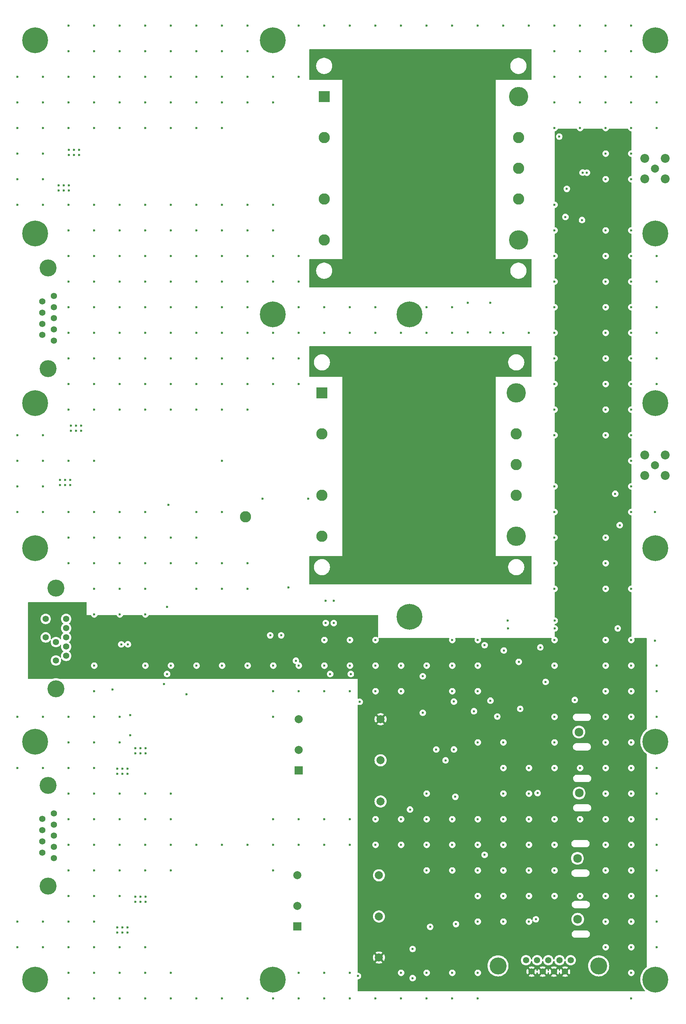
<source format=gbr>
%TF.GenerationSoftware,KiCad,Pcbnew,8.0.6*%
%TF.CreationDate,2025-06-02T15:06:51-04:00*%
%TF.ProjectId,CAEN_NEVIS_DAQ_PM5V,4341454e-5f4e-4455-9649-535f4441515f,rev?*%
%TF.SameCoordinates,Original*%
%TF.FileFunction,Copper,L4,Inr*%
%TF.FilePolarity,Positive*%
%FSLAX46Y46*%
G04 Gerber Fmt 4.6, Leading zero omitted, Abs format (unit mm)*
G04 Created by KiCad (PCBNEW 8.0.6) date 2025-06-02 15:06:51*
%MOMM*%
%LPD*%
G01*
G04 APERTURE LIST*
%TA.AperFunction,ComponentPad*%
%ADD10C,6.400000*%
%TD*%
%TA.AperFunction,ComponentPad*%
%ADD11C,2.159000*%
%TD*%
%TA.AperFunction,ComponentPad*%
%ADD12R,2.800000X2.800000*%
%TD*%
%TA.AperFunction,ComponentPad*%
%ADD13C,2.800000*%
%TD*%
%TA.AperFunction,ComponentPad*%
%ADD14C,4.800000*%
%TD*%
%TA.AperFunction,ComponentPad*%
%ADD15C,1.575000*%
%TD*%
%TA.AperFunction,ComponentPad*%
%ADD16C,4.216000*%
%TD*%
%TA.AperFunction,ComponentPad*%
%ADD17C,2.006600*%
%TD*%
%TA.AperFunction,ComponentPad*%
%ADD18C,2.209800*%
%TD*%
%TA.AperFunction,ComponentPad*%
%ADD19R,2.000000X2.000000*%
%TD*%
%TA.AperFunction,ComponentPad*%
%ADD20C,2.000000*%
%TD*%
%TA.AperFunction,ComponentPad*%
%ADD21C,1.560000*%
%TD*%
%TA.AperFunction,ViaPad*%
%ADD22C,0.600000*%
%TD*%
%TA.AperFunction,ViaPad*%
%ADD23C,1.200000*%
%TD*%
G04 APERTURE END LIST*
D10*
%TO.N,GNDPWR*%
%TO.C,H13*%
X184000000Y-262000000D03*
%TD*%
%TO.N,GNDPWR*%
%TO.C,H6*%
X125000000Y-203000000D03*
%TD*%
%TO.N,GNDPWR*%
%TO.C,H14*%
X279000000Y-119000000D03*
%TD*%
%TO.N,GNDPWR*%
%TO.C,H4*%
X125000000Y-119000000D03*
%TD*%
D11*
%TO.N,Net-(M3-Pad3)*%
%TO.C,P4*%
X260040000Y-200620000D03*
%TD*%
D12*
%TO.N,Net-(U4-+VIN)*%
%TO.C,U4*%
X196235000Y-116540000D03*
D13*
%TO.N,/Main_DC-DC_Converters/Enable_CKT/Enable*%
X196235000Y-126700000D03*
%TO.N,GNDPWR*%
X196235000Y-141940000D03*
%TO.N,/Main_DC-DC_Converters/Enable_CKT/RTN*%
X196235000Y-152100000D03*
D14*
%TO.N,/M5V*%
X244485000Y-152100000D03*
D13*
X244485000Y-141940000D03*
%TO.N,unconnected-(U4-TRIM-Pad7)*%
X244485000Y-134320000D03*
%TO.N,/PM5_RTN*%
X244485000Y-126700000D03*
D14*
X244485000Y-116540000D03*
%TD*%
D11*
%TO.N,Net-(P2-Pad1)*%
%TO.C,P2*%
X259760000Y-247070000D03*
%TD*%
D15*
%TO.N,/Enable+*%
%TO.C,J1*%
X132710000Y-181730000D03*
%TO.N,/P5V_V_MON*%
X132710000Y-179440000D03*
%TO.N,unconnected-(J1-Pad3)*%
X132710000Y-177150000D03*
%TO.N,/M5V_I_MON*%
X132710000Y-174860000D03*
%TO.N,/P5V_I_MON*%
X132710000Y-172570000D03*
%TO.N,/Enable-*%
X130170000Y-182875000D03*
%TO.N,/PM5V_TELEM_RTN*%
X130170000Y-180585000D03*
%TO.N,/M5V_V_MON*%
X130170000Y-178295000D03*
%TO.N,/PM5V_TELEM_RTN*%
X130170000Y-176005000D03*
X130170000Y-173715000D03*
X127630000Y-181730000D03*
X127630000Y-179440000D03*
%TO.N,unconnected-(J1-Pad13)*%
X127630000Y-177150000D03*
%TO.N,/PM5V_TELEM_RTN*%
X127630000Y-174860000D03*
%TO.N,/TEMP_MON*%
X127630000Y-172570000D03*
D16*
%TO.N,GNDPWR*%
X130170000Y-164909000D03*
X130170000Y-189899000D03*
%TD*%
D13*
%TO.N,/Main_DC-DC_Converters/Enable_CKT/Enable*%
%TO.C,V_{EN}1*%
X177270000Y-147230000D03*
%TD*%
D10*
%TO.N,GNDPWR*%
%TO.C,H17*%
X218000000Y-172000000D03*
%TD*%
D17*
%TO.N,/M5V_OUT*%
%TO.C,J4*%
X278970000Y-134410000D03*
D18*
%TO.N,/PM5_RTN*%
X281510000Y-131870000D03*
X276430000Y-131870000D03*
X276430000Y-136950000D03*
X281510000Y-136950000D03*
%TD*%
D12*
%TO.N,Net-(U3-+VIN)*%
%TO.C,U3*%
X196795000Y-43017500D03*
D13*
%TO.N,/Main_DC-DC_Converters/Enable_CKT/Enable*%
X196795000Y-53177500D03*
%TO.N,GNDPWR*%
X196795000Y-68417500D03*
%TO.N,/Main_DC-DC_Converters/Main_Converter/V_RTN*%
X196795000Y-78577500D03*
D14*
%TO.N,/PM5_RTN*%
X245045000Y-78577500D03*
D13*
X245045000Y-68417500D03*
%TO.N,unconnected-(U3-TRIM-Pad7)*%
X245045000Y-60797500D03*
%TO.N,/P5V*%
X245045000Y-53177500D03*
D14*
X245045000Y-43017500D03*
%TD*%
D10*
%TO.N,GNDPWR*%
%TO.C,H11*%
X279000000Y-203000000D03*
%TD*%
D19*
%TO.N,/Telemetry_PWR/Telem_5V1/V_POS*%
%TO.C,U6*%
X190093750Y-248860000D03*
D20*
%TO.N,/Telemetry_PWR/Telem_5V1/V_RTN*%
X190093750Y-243760000D03*
%TO.N,/PM5V_TELEM_RTN*%
X210393750Y-256560000D03*
%TO.N,unconnected-(U6-TRIM-Pad4)*%
X210393750Y-246360000D03*
%TO.N,/M5V_TELEM*%
X210393750Y-236160000D03*
%TO.N,unconnected-(U6-REMOTE-Pad6)*%
X190093750Y-236160000D03*
%TD*%
D10*
%TO.N,GNDPWR*%
%TO.C,H3*%
X125000000Y-77000000D03*
%TD*%
%TO.N,GNDPWR*%
%TO.C,H5*%
X125000000Y-155000000D03*
%TD*%
%TO.N,GNDPWR*%
%TO.C,H1*%
X125000000Y-29000000D03*
%TD*%
%TO.N,GNDPWR*%
%TO.C,H16*%
X218000000Y-97000000D03*
%TD*%
%TO.N,GNDPWR*%
%TO.C,H8*%
X279000000Y-262000000D03*
%TD*%
D19*
%TO.N,/Telemetry_PWR/Telem_5V/V_POS*%
%TO.C,U5*%
X190492500Y-210130000D03*
D20*
%TO.N,/Telemetry_PWR/Telem_5V/V_RTN*%
X190492500Y-205030000D03*
%TO.N,/P5V_TELEM*%
X210792500Y-217830000D03*
%TO.N,unconnected-(U5-TRIM-Pad4)*%
X210792500Y-207630000D03*
%TO.N,/PM5V_TELEM_RTN*%
X210792500Y-197430000D03*
%TO.N,unconnected-(U5-REMOTE-Pad6)*%
X190492500Y-197430000D03*
%TD*%
D10*
%TO.N,GNDPWR*%
%TO.C,H15*%
X184000000Y-29000000D03*
%TD*%
%TO.N,GNDPWR*%
%TO.C,H7*%
X125000000Y-262000000D03*
%TD*%
%TO.N,GNDPWR*%
%TO.C,H10*%
X184000000Y-97000000D03*
%TD*%
%TO.N,GNDPWR*%
%TO.C,H12*%
X279000000Y-77000000D03*
%TD*%
D21*
%TO.N,/M5V_TELEM*%
%TO.C,J6*%
X246915000Y-257210000D03*
X249685000Y-257210000D03*
%TO.N,unconnected-(J6-Pad3)*%
X252455000Y-257210000D03*
%TO.N,/P5V_TELEM*%
X255225000Y-257210000D03*
X257995000Y-257210000D03*
%TO.N,/PM5V_TELEM_RTN*%
X248300000Y-260050000D03*
X251070000Y-260050000D03*
X253840000Y-260050000D03*
X256610000Y-260050000D03*
D16*
%TO.N,GNDPWR*%
X239955000Y-258630000D03*
X264955000Y-258630000D03*
%TD*%
D11*
%TO.N,Net-(M4-Pad3)*%
%TO.C,P1*%
X259680000Y-231950000D03*
%TD*%
D17*
%TO.N,/P5V_OUT*%
%TO.C,J5*%
X278970000Y-60900000D03*
D18*
%TO.N,/PM5_RTN*%
X281510000Y-58360000D03*
X276430000Y-58360000D03*
X276430000Y-63440000D03*
X281510000Y-63440000D03*
%TD*%
D21*
%TO.N,/V_SEC_RTN*%
%TO.C,J2*%
X129660000Y-92440000D03*
X129660000Y-95210000D03*
%TO.N,unconnected-(J2-Pad3)*%
X129660000Y-97980000D03*
%TO.N,/V_SEC_RTN*%
X129660000Y-100750000D03*
X129660000Y-103520000D03*
%TO.N,/V_SEC_IN*%
X126820000Y-93825000D03*
X126820000Y-96595000D03*
X126820000Y-99365000D03*
X126820000Y-102135000D03*
D16*
%TO.N,GNDPWR*%
X128240000Y-85480000D03*
X128240000Y-110480000D03*
%TD*%
D10*
%TO.N,GNDPWR*%
%TO.C,H9*%
X279000000Y-155000000D03*
%TD*%
D21*
%TO.N,/V_TELEM_RTN*%
%TO.C,J3*%
X129660000Y-220810000D03*
X129660000Y-223580000D03*
%TO.N,unconnected-(J3-Pad3)*%
X129660000Y-226350000D03*
%TO.N,/V_TELEM_RTN*%
X129660000Y-229120000D03*
X129660000Y-231890000D03*
%TO.N,/V_TELEM_IN*%
X126820000Y-222195000D03*
X126820000Y-224965000D03*
X126820000Y-227735000D03*
X126820000Y-230505000D03*
D16*
%TO.N,GNDPWR*%
X128240000Y-213850000D03*
X128240000Y-238850000D03*
%TD*%
D11*
%TO.N,Net-(P3-Pad1)*%
%TO.C,P3*%
X260100000Y-215770000D03*
%TD*%
D10*
%TO.N,GNDPWR*%
%TO.C,H2*%
X279000000Y-29000000D03*
%TD*%
D22*
%TO.N,/V_TELEM_IN*%
X162580000Y-191275000D03*
X147975000Y-250330000D03*
X146705000Y-250330000D03*
X145435000Y-249060000D03*
X147975000Y-209690000D03*
X145435000Y-210960000D03*
X146705000Y-209690000D03*
X146705000Y-249060000D03*
X148640000Y-196410000D03*
X146705000Y-210960000D03*
X147975000Y-210960000D03*
X145435000Y-209690000D03*
X145435000Y-250330000D03*
X147975000Y-249060000D03*
%TO.N,/V_TELEM_RTN*%
X266700000Y-234950000D03*
X171450000Y-228600000D03*
X279400000Y-184150000D03*
X139700000Y-222250000D03*
X133350000Y-241300000D03*
X139700000Y-228600000D03*
X234950000Y-234950000D03*
X241300000Y-209550000D03*
X196850000Y-228600000D03*
X228600000Y-190500000D03*
X254000000Y-184150000D03*
X222250000Y-184150000D03*
X139700000Y-190500000D03*
X133350000Y-209550000D03*
X133350000Y-215900000D03*
X127000000Y-247650000D03*
X127000000Y-196850000D03*
X139700000Y-196850000D03*
X260350000Y-241300000D03*
X149880000Y-241440000D03*
X171450000Y-266700000D03*
X241300000Y-241300000D03*
X151150000Y-241440000D03*
X152400000Y-254000000D03*
X157040000Y-188760000D03*
X120650000Y-209550000D03*
X120650000Y-254000000D03*
X152400000Y-266700000D03*
X133350000Y-254000000D03*
X184150000Y-222250000D03*
X234950000Y-177800000D03*
X139700000Y-260350000D03*
X247650000Y-234950000D03*
X152420000Y-242710000D03*
X215900000Y-260350000D03*
X241300000Y-222250000D03*
X209550000Y-190500000D03*
X209550000Y-266700000D03*
X165100000Y-266700000D03*
X139700000Y-241300000D03*
X177800000Y-228600000D03*
X203200000Y-222250000D03*
X241300000Y-228600000D03*
X146050000Y-241300000D03*
X149880000Y-242710000D03*
X247650000Y-247650000D03*
X190500000Y-190500000D03*
X266700000Y-190500000D03*
X152400000Y-234950000D03*
X266700000Y-215900000D03*
X241300000Y-234950000D03*
X152420000Y-205880000D03*
X273050000Y-266700000D03*
X266700000Y-228600000D03*
X273050000Y-215900000D03*
X171450000Y-184150000D03*
X247650000Y-241300000D03*
X139700000Y-203200000D03*
X273050000Y-234950000D03*
X279400000Y-228600000D03*
X209550000Y-228600000D03*
X273050000Y-209550000D03*
X127000000Y-254000000D03*
X165100000Y-228600000D03*
X215900000Y-266700000D03*
X190500000Y-184150000D03*
X146050000Y-222250000D03*
X120650000Y-196850000D03*
X139700000Y-234950000D03*
X215900000Y-190500000D03*
X273050000Y-247650000D03*
X203200000Y-260350000D03*
X228600000Y-234950000D03*
X152400000Y-222250000D03*
X127000000Y-209550000D03*
X241300000Y-215900000D03*
X144220000Y-190100000D03*
X266700000Y-254000000D03*
X215900000Y-184150000D03*
X152400000Y-228600000D03*
X279400000Y-209550000D03*
X273050000Y-177800000D03*
X247650000Y-228600000D03*
X149880000Y-205880000D03*
X152400000Y-171450000D03*
X209550000Y-177800000D03*
X158750000Y-215900000D03*
X273050000Y-203200000D03*
X234950000Y-203200000D03*
X266700000Y-222250000D03*
X215900000Y-228600000D03*
X279400000Y-254000000D03*
X234950000Y-184150000D03*
X279400000Y-190500000D03*
X189770000Y-182940000D03*
X203200000Y-184150000D03*
X177800000Y-184150000D03*
X158750000Y-260350000D03*
X234950000Y-190500000D03*
X152400000Y-260350000D03*
X273050000Y-228600000D03*
X228600000Y-228600000D03*
X266700000Y-177800000D03*
X228600000Y-177800000D03*
X260350000Y-209550000D03*
X146050000Y-260350000D03*
X234950000Y-222250000D03*
X139700000Y-215900000D03*
X184150000Y-196850000D03*
X273050000Y-222250000D03*
X279400000Y-247650000D03*
X273050000Y-184150000D03*
X266700000Y-203200000D03*
X228600000Y-222250000D03*
X247650000Y-222250000D03*
X148670000Y-201420000D03*
X139700000Y-247650000D03*
X146050000Y-196850000D03*
X215900000Y-222250000D03*
X196850000Y-190500000D03*
X152400000Y-165100000D03*
X146050000Y-215900000D03*
X146050000Y-203200000D03*
X279400000Y-196850000D03*
X266700000Y-209550000D03*
X247650000Y-215900000D03*
X133350000Y-228600000D03*
X203200000Y-228600000D03*
X279400000Y-222250000D03*
X151150000Y-205880000D03*
X149880000Y-204610000D03*
X234950000Y-266700000D03*
X254000000Y-203200000D03*
X234950000Y-228600000D03*
X241300000Y-203200000D03*
X273050000Y-254000000D03*
X133350000Y-266700000D03*
X133350000Y-260350000D03*
X146409999Y-178886200D03*
X152400000Y-215900000D03*
X158750000Y-184150000D03*
X266700000Y-196850000D03*
X139700000Y-254000000D03*
X158750000Y-222250000D03*
X139700000Y-171450000D03*
X254000000Y-241300000D03*
X152420000Y-204610000D03*
X241300000Y-247650000D03*
X273050000Y-196850000D03*
X199180000Y-173590000D03*
X266700000Y-184150000D03*
X146050000Y-254000000D03*
X133350000Y-234950000D03*
X279400000Y-234950000D03*
X222250000Y-222250000D03*
X266700000Y-241300000D03*
X234950000Y-241300000D03*
X228600000Y-266700000D03*
X279400000Y-215900000D03*
X158750000Y-234950000D03*
X273050000Y-260350000D03*
X222250000Y-228600000D03*
X133350000Y-222250000D03*
X254000000Y-228600000D03*
X133350000Y-196850000D03*
X190500000Y-266700000D03*
X196850000Y-184150000D03*
X222250000Y-215900000D03*
X146050000Y-171450000D03*
X222250000Y-234950000D03*
X158750000Y-266700000D03*
X247650000Y-209550000D03*
X190500000Y-260350000D03*
X184150000Y-266700000D03*
X203200000Y-177800000D03*
X203200000Y-190500000D03*
X228600000Y-184150000D03*
X234950000Y-260350000D03*
X165100000Y-184150000D03*
X152420000Y-241440000D03*
X254000000Y-177800000D03*
X151150000Y-204610000D03*
X222250000Y-266700000D03*
X146050000Y-234950000D03*
X139700000Y-209550000D03*
X197180000Y-173590000D03*
X152400000Y-184150000D03*
X184150000Y-190500000D03*
X120650000Y-247650000D03*
X254000000Y-222250000D03*
X177800000Y-266700000D03*
X228600000Y-260350000D03*
X273050000Y-190500000D03*
X190500000Y-228600000D03*
X209550000Y-222250000D03*
X146050000Y-228600000D03*
X184150000Y-228600000D03*
X203200000Y-266700000D03*
X146050000Y-266700000D03*
X146050000Y-165100000D03*
X279400000Y-241300000D03*
X196850000Y-266700000D03*
X158750000Y-228600000D03*
X133350000Y-247650000D03*
X266700000Y-247650000D03*
X196850000Y-177800000D03*
X190500000Y-222250000D03*
X139700000Y-266700000D03*
X273050000Y-241300000D03*
X139700000Y-165100000D03*
X209550000Y-184150000D03*
X196850000Y-222250000D03*
X184150000Y-234950000D03*
X196850000Y-260350000D03*
X139700000Y-184150000D03*
X222250000Y-260350000D03*
X254000000Y-196850000D03*
X254000000Y-234950000D03*
X151150000Y-242710000D03*
X254000000Y-209550000D03*
X234950000Y-247650000D03*
X260350000Y-222250000D03*
X184150000Y-184150000D03*
X133350000Y-203200000D03*
%TO.N,/Main_DC-DC_Converters/V3p3*%
X148059999Y-178866200D03*
D23*
%TO.N,GNDPWR*%
X203220000Y-86500000D03*
X215920000Y-56020000D03*
X218460000Y-68720000D03*
X238780000Y-162700000D03*
X208300000Y-122060000D03*
X205760000Y-150000000D03*
X231160000Y-124600000D03*
X236240000Y-66180000D03*
X213380000Y-137300000D03*
X233700000Y-86500000D03*
X203220000Y-58560000D03*
X205760000Y-124600000D03*
X223540000Y-127140000D03*
X241320000Y-109360000D03*
X210840000Y-137300000D03*
X203220000Y-68720000D03*
X223540000Y-86500000D03*
X218460000Y-35700000D03*
X236240000Y-78880000D03*
X231160000Y-106820000D03*
X226080000Y-83960000D03*
X223540000Y-160160000D03*
X218460000Y-109360000D03*
X236240000Y-61100000D03*
X215920000Y-53480000D03*
X203220000Y-122060000D03*
X215920000Y-40780000D03*
X218460000Y-147460000D03*
X210840000Y-33160000D03*
X221000000Y-116980000D03*
X226080000Y-142380000D03*
X223540000Y-35700000D03*
X236240000Y-157620000D03*
X205760000Y-56020000D03*
X221000000Y-114440000D03*
X218460000Y-157620000D03*
X231160000Y-111900000D03*
X233700000Y-63640000D03*
X210840000Y-63640000D03*
X210840000Y-56020000D03*
X226080000Y-43320000D03*
X226080000Y-48400000D03*
X208300000Y-127140000D03*
X221000000Y-56020000D03*
X221000000Y-127140000D03*
X205760000Y-50940000D03*
X226080000Y-114440000D03*
X221000000Y-61100000D03*
X210840000Y-150000000D03*
X203220000Y-89040000D03*
X213380000Y-48400000D03*
X210840000Y-152540000D03*
X215920000Y-122060000D03*
X208300000Y-162700000D03*
X233700000Y-152540000D03*
X208300000Y-58560000D03*
X221000000Y-124600000D03*
X233700000Y-142380000D03*
X226080000Y-73800000D03*
X203220000Y-56020000D03*
X228620000Y-43320000D03*
X231160000Y-58560000D03*
X233700000Y-38240000D03*
X205760000Y-122060000D03*
X226080000Y-50940000D03*
X210840000Y-142380000D03*
D22*
X232480000Y-101510000D03*
D23*
X210840000Y-144920000D03*
X231160000Y-81420000D03*
X205760000Y-73800000D03*
X213380000Y-68720000D03*
X205760000Y-152540000D03*
X236240000Y-127140000D03*
X226080000Y-53480000D03*
X236240000Y-86500000D03*
X231160000Y-48400000D03*
X205760000Y-33160000D03*
X208300000Y-73800000D03*
X241320000Y-162700000D03*
X208300000Y-147460000D03*
X203220000Y-124600000D03*
X213380000Y-71260000D03*
X238780000Y-106820000D03*
X233700000Y-109360000D03*
X233700000Y-111900000D03*
X205760000Y-61100000D03*
X215920000Y-33160000D03*
X215920000Y-63640000D03*
X223540000Y-162700000D03*
X210840000Y-134760000D03*
X221000000Y-111900000D03*
X226080000Y-61100000D03*
X208300000Y-160160000D03*
X218460000Y-66180000D03*
X221000000Y-68720000D03*
X215920000Y-155080000D03*
X208300000Y-33160000D03*
X208300000Y-66180000D03*
X205760000Y-137300000D03*
X205760000Y-58560000D03*
X208300000Y-114440000D03*
X221000000Y-86500000D03*
X228620000Y-124600000D03*
X218460000Y-122060000D03*
X218460000Y-160160000D03*
X215920000Y-50940000D03*
X233700000Y-73800000D03*
X223540000Y-68720000D03*
X215920000Y-83960000D03*
X203220000Y-45860000D03*
X238780000Y-35700000D03*
X226080000Y-147460000D03*
X215920000Y-38240000D03*
X223540000Y-58560000D03*
X233700000Y-78880000D03*
X236240000Y-111900000D03*
X226080000Y-162700000D03*
X236240000Y-38240000D03*
X231160000Y-139840000D03*
X213380000Y-152540000D03*
X236240000Y-129680000D03*
X226080000Y-35700000D03*
X228620000Y-68720000D03*
X226080000Y-139840000D03*
X221000000Y-119520000D03*
X231160000Y-157620000D03*
X231160000Y-132220000D03*
X223540000Y-152540000D03*
D22*
X232480000Y-94120000D03*
D23*
X228620000Y-155080000D03*
X215920000Y-58560000D03*
X231160000Y-61100000D03*
X228620000Y-48400000D03*
X208300000Y-45860000D03*
X210840000Y-157620000D03*
X210840000Y-129680000D03*
X231160000Y-162700000D03*
X205760000Y-83960000D03*
X226080000Y-71260000D03*
X238780000Y-86500000D03*
X228620000Y-129680000D03*
X203220000Y-35700000D03*
X236240000Y-139840000D03*
X223540000Y-137300000D03*
X228620000Y-119520000D03*
X203220000Y-157620000D03*
X221000000Y-132220000D03*
X231160000Y-155080000D03*
X221000000Y-160160000D03*
X223540000Y-124600000D03*
X200680000Y-86500000D03*
X223540000Y-132220000D03*
X203220000Y-33160000D03*
X233700000Y-33160000D03*
X223540000Y-81420000D03*
X226080000Y-66180000D03*
X213380000Y-86500000D03*
X233700000Y-162700000D03*
X210840000Y-124600000D03*
X210840000Y-61100000D03*
X231160000Y-33160000D03*
X226080000Y-155080000D03*
X228620000Y-86500000D03*
X223540000Y-157620000D03*
X231160000Y-86500000D03*
X228620000Y-81420000D03*
X231160000Y-116980000D03*
X218460000Y-127140000D03*
X205760000Y-35700000D03*
X210840000Y-147460000D03*
X215920000Y-142380000D03*
X228620000Y-66180000D03*
X215920000Y-86500000D03*
X231160000Y-76340000D03*
X210840000Y-48400000D03*
X203220000Y-147460000D03*
X200680000Y-89040000D03*
X226080000Y-137300000D03*
X226080000Y-127140000D03*
X213380000Y-127140000D03*
X231160000Y-114440000D03*
X203220000Y-155080000D03*
X203220000Y-144920000D03*
X218460000Y-116980000D03*
X233700000Y-106820000D03*
X215920000Y-137300000D03*
X215920000Y-43320000D03*
X241320000Y-33160000D03*
X233700000Y-144920000D03*
X208300000Y-142380000D03*
X213380000Y-63640000D03*
X210840000Y-162700000D03*
X205760000Y-76340000D03*
X221000000Y-48400000D03*
X223540000Y-144920000D03*
X213380000Y-45860000D03*
X213380000Y-89040000D03*
X210840000Y-155080000D03*
X241320000Y-106820000D03*
X226080000Y-122060000D03*
X213380000Y-61100000D03*
X208300000Y-152540000D03*
X205760000Y-144920000D03*
X233700000Y-127140000D03*
X218460000Y-58560000D03*
X233700000Y-61100000D03*
X218460000Y-119520000D03*
X221000000Y-155080000D03*
X221000000Y-50940000D03*
X223540000Y-45860000D03*
X208300000Y-50940000D03*
X213380000Y-111900000D03*
X203220000Y-127140000D03*
X210840000Y-114440000D03*
X233700000Y-137300000D03*
X233700000Y-43320000D03*
X213380000Y-33160000D03*
X236240000Y-160160000D03*
X205760000Y-106820000D03*
X231160000Y-78880000D03*
X236240000Y-76340000D03*
X215920000Y-48400000D03*
X238780000Y-89040000D03*
X226080000Y-160160000D03*
X205760000Y-45860000D03*
X233700000Y-155080000D03*
X205760000Y-68720000D03*
X210840000Y-89040000D03*
X210840000Y-78880000D03*
X215920000Y-89040000D03*
X233700000Y-45860000D03*
X205760000Y-160160000D03*
X203220000Y-83960000D03*
X203220000Y-139840000D03*
X221000000Y-43320000D03*
X208300000Y-68720000D03*
X215920000Y-124600000D03*
X205760000Y-155080000D03*
X205760000Y-134760000D03*
X208300000Y-124600000D03*
X218460000Y-152540000D03*
X236240000Y-33160000D03*
X218460000Y-71260000D03*
X203220000Y-137300000D03*
X205760000Y-111900000D03*
X213380000Y-66180000D03*
X226080000Y-89040000D03*
X205760000Y-63640000D03*
X233700000Y-122060000D03*
X218460000Y-150000000D03*
X210840000Y-38240000D03*
X205760000Y-53480000D03*
X203220000Y-114440000D03*
X203220000Y-66180000D03*
X231160000Y-38240000D03*
X218460000Y-111900000D03*
X236240000Y-63640000D03*
X226080000Y-116980000D03*
X210840000Y-40780000D03*
X205760000Y-127140000D03*
X213380000Y-144920000D03*
X221000000Y-106820000D03*
X203220000Y-134760000D03*
X218460000Y-53480000D03*
X203220000Y-53480000D03*
X200680000Y-162700000D03*
X208300000Y-157620000D03*
D22*
X205190000Y-261150000D03*
D23*
X218460000Y-144920000D03*
X226080000Y-45860000D03*
X213380000Y-150000000D03*
X228620000Y-63640000D03*
X233700000Y-116980000D03*
X215920000Y-81420000D03*
X228620000Y-61100000D03*
X218460000Y-61100000D03*
X226080000Y-86500000D03*
X236240000Y-116980000D03*
X223540000Y-38240000D03*
X208300000Y-129680000D03*
X226080000Y-150000000D03*
X200680000Y-109360000D03*
X221000000Y-66180000D03*
X213380000Y-132220000D03*
X210840000Y-139840000D03*
X223540000Y-71260000D03*
X215920000Y-129680000D03*
X228620000Y-33160000D03*
X208300000Y-116980000D03*
X236240000Y-132220000D03*
X238780000Y-160160000D03*
X236240000Y-155080000D03*
X203220000Y-142380000D03*
X223540000Y-155080000D03*
X228620000Y-50940000D03*
X218460000Y-162700000D03*
X221000000Y-144920000D03*
X233700000Y-81420000D03*
X208300000Y-78880000D03*
X205760000Y-129680000D03*
X218460000Y-33160000D03*
X231160000Y-45860000D03*
X205760000Y-48400000D03*
X223540000Y-53480000D03*
X223540000Y-106820000D03*
X218460000Y-56020000D03*
X213380000Y-157620000D03*
X228620000Y-160160000D03*
X236240000Y-35700000D03*
X236240000Y-106820000D03*
X236240000Y-144920000D03*
X208300000Y-111900000D03*
X215920000Y-109360000D03*
X233700000Y-124600000D03*
X215920000Y-119520000D03*
X210840000Y-127140000D03*
X233700000Y-53480000D03*
X233700000Y-157620000D03*
X208300000Y-139840000D03*
X203220000Y-162700000D03*
X236240000Y-119520000D03*
X228620000Y-78880000D03*
X213380000Y-155080000D03*
X203220000Y-63640000D03*
X213380000Y-76340000D03*
X236240000Y-48400000D03*
X241320000Y-86500000D03*
X228620000Y-122060000D03*
X236240000Y-83960000D03*
X233700000Y-76340000D03*
X228620000Y-56020000D03*
X233700000Y-48400000D03*
X215920000Y-144920000D03*
X205760000Y-86500000D03*
X223540000Y-33160000D03*
X228620000Y-83960000D03*
X236240000Y-68720000D03*
X213380000Y-116980000D03*
X210840000Y-106820000D03*
X210840000Y-53480000D03*
X213380000Y-73800000D03*
X215920000Y-132220000D03*
X221000000Y-137300000D03*
X233700000Y-66180000D03*
X213380000Y-162700000D03*
X231160000Y-53480000D03*
X203220000Y-132220000D03*
X228620000Y-150000000D03*
X221000000Y-53480000D03*
X228620000Y-157620000D03*
X203220000Y-78880000D03*
X218460000Y-63640000D03*
X236240000Y-162700000D03*
X215920000Y-71260000D03*
X236240000Y-89040000D03*
X210840000Y-116980000D03*
X215920000Y-127140000D03*
X221000000Y-78880000D03*
X236240000Y-134760000D03*
X221000000Y-45860000D03*
X205760000Y-109360000D03*
X228620000Y-89040000D03*
X221000000Y-89040000D03*
X215920000Y-116980000D03*
X213380000Y-129680000D03*
X236240000Y-58560000D03*
X203220000Y-61100000D03*
X208300000Y-150000000D03*
X223540000Y-142380000D03*
X226080000Y-78880000D03*
X218460000Y-43320000D03*
X208300000Y-109360000D03*
X233700000Y-83960000D03*
X208300000Y-155080000D03*
X205760000Y-71260000D03*
X223540000Y-89040000D03*
X223540000Y-63640000D03*
X223540000Y-56020000D03*
X205760000Y-142380000D03*
X208300000Y-83960000D03*
X228620000Y-40780000D03*
X226080000Y-129680000D03*
X241320000Y-35700000D03*
X208300000Y-89040000D03*
X213380000Y-83960000D03*
X205760000Y-43320000D03*
X231160000Y-89040000D03*
X210840000Y-132220000D03*
X218460000Y-50940000D03*
X205760000Y-40780000D03*
X213380000Y-106820000D03*
X223540000Y-66180000D03*
X223540000Y-114440000D03*
X233700000Y-119520000D03*
X228620000Y-53480000D03*
X236240000Y-124600000D03*
X203220000Y-43320000D03*
X213380000Y-134760000D03*
X221000000Y-38240000D03*
X226080000Y-106820000D03*
X226080000Y-58560000D03*
X203220000Y-111900000D03*
X231160000Y-56020000D03*
X226080000Y-38240000D03*
X218460000Y-134760000D03*
X233700000Y-35700000D03*
X233700000Y-160160000D03*
X203220000Y-71260000D03*
X208300000Y-61100000D03*
X208300000Y-56020000D03*
X233700000Y-147460000D03*
X218460000Y-45860000D03*
X236240000Y-147460000D03*
X210840000Y-66180000D03*
X241320000Y-160160000D03*
X203220000Y-48400000D03*
X228620000Y-76340000D03*
X203220000Y-81420000D03*
X210840000Y-109360000D03*
X226080000Y-157620000D03*
X226080000Y-63640000D03*
X221000000Y-81420000D03*
X215920000Y-147460000D03*
X231160000Y-134760000D03*
X231160000Y-122060000D03*
X215920000Y-61100000D03*
X223540000Y-76340000D03*
X236240000Y-40780000D03*
X226080000Y-76340000D03*
X218460000Y-83960000D03*
X200680000Y-106820000D03*
X203220000Y-160160000D03*
X208300000Y-144920000D03*
X218460000Y-129680000D03*
X228620000Y-127140000D03*
X213380000Y-119520000D03*
X221000000Y-142380000D03*
X231160000Y-43320000D03*
X228620000Y-58560000D03*
D22*
X205620000Y-193120000D03*
D23*
X205760000Y-116980000D03*
X210840000Y-71260000D03*
X213380000Y-50940000D03*
X218460000Y-40780000D03*
X223540000Y-139840000D03*
X208300000Y-76340000D03*
X231160000Y-129680000D03*
X226080000Y-144920000D03*
X215920000Y-114440000D03*
X213380000Y-81420000D03*
X223540000Y-40780000D03*
X213380000Y-43320000D03*
X236240000Y-81420000D03*
X223540000Y-134760000D03*
X228620000Y-109360000D03*
X218460000Y-132220000D03*
X213380000Y-109360000D03*
X200680000Y-160160000D03*
X221000000Y-73800000D03*
X208300000Y-132220000D03*
X228620000Y-114440000D03*
X213380000Y-160160000D03*
X236240000Y-109360000D03*
X203220000Y-106820000D03*
X213380000Y-124600000D03*
X210840000Y-119520000D03*
X218460000Y-142380000D03*
X210840000Y-50940000D03*
X236240000Y-56020000D03*
X226080000Y-134760000D03*
X223540000Y-48400000D03*
X218460000Y-73800000D03*
X226080000Y-33160000D03*
X203220000Y-76340000D03*
X218460000Y-155080000D03*
X228620000Y-73800000D03*
X210840000Y-160160000D03*
X233700000Y-71260000D03*
X226080000Y-68720000D03*
X223540000Y-43320000D03*
X221000000Y-63640000D03*
X208300000Y-119520000D03*
X231160000Y-109360000D03*
X203220000Y-109360000D03*
X223540000Y-61100000D03*
X215920000Y-162700000D03*
X218460000Y-114440000D03*
X208300000Y-86500000D03*
X210840000Y-35700000D03*
X233700000Y-68720000D03*
X223540000Y-122060000D03*
X231160000Y-68720000D03*
X233700000Y-89040000D03*
X223540000Y-83960000D03*
X223540000Y-147460000D03*
X218460000Y-81420000D03*
X233700000Y-139840000D03*
X208300000Y-106820000D03*
X208300000Y-40780000D03*
X223540000Y-150000000D03*
X226080000Y-152540000D03*
X205760000Y-147460000D03*
X223540000Y-109360000D03*
X208300000Y-81420000D03*
X203220000Y-38240000D03*
X203220000Y-152540000D03*
X223540000Y-111900000D03*
X233700000Y-56020000D03*
X221000000Y-58560000D03*
X233700000Y-150000000D03*
X228620000Y-132220000D03*
X228620000Y-106820000D03*
X215920000Y-78880000D03*
X228620000Y-45860000D03*
X205760000Y-81420000D03*
X226080000Y-132220000D03*
X236240000Y-73800000D03*
X215920000Y-150000000D03*
X231160000Y-40780000D03*
X231160000Y-66180000D03*
X241320000Y-89040000D03*
X236240000Y-142380000D03*
X231160000Y-152540000D03*
X221000000Y-71260000D03*
X223540000Y-78880000D03*
X236240000Y-152540000D03*
X218460000Y-76340000D03*
X231160000Y-127140000D03*
X213380000Y-122060000D03*
X221000000Y-157620000D03*
X205760000Y-162700000D03*
X208300000Y-48400000D03*
X238780000Y-109360000D03*
X233700000Y-50940000D03*
X215920000Y-152540000D03*
X226080000Y-124600000D03*
X213380000Y-78880000D03*
X218460000Y-106820000D03*
X210840000Y-81420000D03*
X233700000Y-58560000D03*
X228620000Y-137300000D03*
X210840000Y-43320000D03*
X228620000Y-144920000D03*
X231160000Y-160160000D03*
X228620000Y-152540000D03*
X221000000Y-139840000D03*
X228620000Y-35700000D03*
X231160000Y-137300000D03*
X228620000Y-142380000D03*
X210840000Y-68720000D03*
X213380000Y-58560000D03*
X226080000Y-40780000D03*
X210840000Y-73800000D03*
X221000000Y-152540000D03*
X215920000Y-73800000D03*
X208300000Y-63640000D03*
X205760000Y-132220000D03*
X228620000Y-134760000D03*
X223540000Y-73800000D03*
X236240000Y-114440000D03*
X221000000Y-162700000D03*
X213380000Y-40780000D03*
X218460000Y-38240000D03*
X221000000Y-40780000D03*
X200680000Y-33160000D03*
X208300000Y-35700000D03*
X208300000Y-43320000D03*
X218460000Y-89040000D03*
X208300000Y-134760000D03*
X221000000Y-147460000D03*
X223540000Y-119520000D03*
X210840000Y-122060000D03*
X228620000Y-162700000D03*
X236240000Y-71260000D03*
X231160000Y-71260000D03*
X215920000Y-68720000D03*
X231160000Y-73800000D03*
X210840000Y-83960000D03*
X210840000Y-45860000D03*
X215920000Y-35700000D03*
X218460000Y-124600000D03*
X210840000Y-86500000D03*
X205760000Y-66180000D03*
X205760000Y-119520000D03*
X221000000Y-83960000D03*
X213380000Y-147460000D03*
X205760000Y-38240000D03*
X215920000Y-160160000D03*
X226080000Y-119520000D03*
X231160000Y-144920000D03*
X226080000Y-111900000D03*
X233700000Y-132220000D03*
X221000000Y-33160000D03*
X218460000Y-86500000D03*
X221000000Y-129680000D03*
X226080000Y-81420000D03*
X231160000Y-63640000D03*
X236240000Y-45860000D03*
X213380000Y-53480000D03*
X205760000Y-78880000D03*
X203220000Y-73800000D03*
X203220000Y-40780000D03*
X205760000Y-157620000D03*
X236240000Y-122060000D03*
X215920000Y-139840000D03*
X213380000Y-114440000D03*
X223540000Y-129680000D03*
X221000000Y-134760000D03*
X228620000Y-71260000D03*
X233700000Y-129680000D03*
X228620000Y-38240000D03*
X218460000Y-137300000D03*
X215920000Y-45860000D03*
X210840000Y-111900000D03*
X236240000Y-50940000D03*
X228620000Y-111900000D03*
X221000000Y-35700000D03*
X233700000Y-134760000D03*
X228620000Y-116980000D03*
X215920000Y-111900000D03*
X236240000Y-43320000D03*
X215920000Y-157620000D03*
X213380000Y-139840000D03*
X215920000Y-106820000D03*
X236240000Y-53480000D03*
X226080000Y-109360000D03*
X215920000Y-134760000D03*
X205760000Y-89040000D03*
X231160000Y-147460000D03*
X208300000Y-53480000D03*
X236240000Y-137300000D03*
X208300000Y-38240000D03*
X223540000Y-50940000D03*
X205760000Y-114440000D03*
X221000000Y-76340000D03*
X213380000Y-35700000D03*
X210840000Y-58560000D03*
X223540000Y-116980000D03*
X205760000Y-139840000D03*
X238780000Y-33160000D03*
X236240000Y-150000000D03*
X213380000Y-56020000D03*
X208300000Y-137300000D03*
X233700000Y-114440000D03*
X200680000Y-35700000D03*
X213380000Y-142380000D03*
X203220000Y-116980000D03*
X221000000Y-150000000D03*
X231160000Y-142380000D03*
X218460000Y-139840000D03*
X231160000Y-83960000D03*
X228620000Y-139840000D03*
X203220000Y-119520000D03*
X233700000Y-40780000D03*
X231160000Y-150000000D03*
X218460000Y-48400000D03*
X203220000Y-50940000D03*
X226080000Y-56020000D03*
X210840000Y-76340000D03*
X208300000Y-71260000D03*
X203220000Y-150000000D03*
X215920000Y-66180000D03*
X215920000Y-76340000D03*
X231160000Y-119520000D03*
X218460000Y-78880000D03*
X221000000Y-122060000D03*
X231160000Y-50940000D03*
X203220000Y-129680000D03*
X213380000Y-38240000D03*
X221000000Y-109360000D03*
X228620000Y-147460000D03*
X231160000Y-35700000D03*
D22*
%TO.N,/PM5_RTN*%
X255160000Y-52920000D03*
X238050000Y-101540000D03*
X238020000Y-94120000D03*
%TO.N,/V_SEC_RTN*%
X171450000Y-114300000D03*
X273050000Y-133350000D03*
X133350000Y-107950000D03*
X171450000Y-25400000D03*
X146050000Y-158750000D03*
X171450000Y-101600000D03*
X146050000Y-152400000D03*
X139700000Y-114300000D03*
X152400000Y-82550000D03*
X127000000Y-63500000D03*
X158750000Y-120650000D03*
X158750000Y-25400000D03*
X133350000Y-146050000D03*
X254000000Y-82550000D03*
X133350000Y-107950000D03*
X254000000Y-88900000D03*
X177800000Y-38100000D03*
X177800000Y-158750000D03*
X120650000Y-69850000D03*
X273050000Y-44450000D03*
X266700000Y-38100000D03*
X120650000Y-44450000D03*
X152400000Y-95250000D03*
X158750000Y-114300000D03*
X197170000Y-168040000D03*
X222250000Y-95250000D03*
X171450000Y-76200000D03*
X241300000Y-101600000D03*
X139700000Y-44450000D03*
X279400000Y-107950000D03*
X146050000Y-69850000D03*
X254000000Y-76200000D03*
X165100000Y-107950000D03*
X139700000Y-38100000D03*
X165100000Y-165100000D03*
X184150000Y-44450000D03*
X135920000Y-56240000D03*
X273050000Y-31750000D03*
X190500000Y-101600000D03*
X146050000Y-38100000D03*
X133350000Y-101600000D03*
X184150000Y-101600000D03*
X190500000Y-107950000D03*
X228600000Y-101600000D03*
X254000000Y-38100000D03*
X273050000Y-88900000D03*
X209550000Y-95250000D03*
X152400000Y-101600000D03*
X127000000Y-133350000D03*
X158750000Y-44450000D03*
X120650000Y-146050000D03*
X152400000Y-44450000D03*
X133350000Y-69850000D03*
X152400000Y-50800000D03*
X139700000Y-76200000D03*
X120650000Y-146050000D03*
X165100000Y-50800000D03*
X254000000Y-95250000D03*
X209550000Y-101600000D03*
X146050000Y-152400000D03*
X127000000Y-127000000D03*
X139700000Y-120650000D03*
X260350000Y-31750000D03*
X152400000Y-31750000D03*
X254000000Y-101600000D03*
X165100000Y-120650000D03*
X133350000Y-31750000D03*
X190500000Y-25400000D03*
X190500000Y-38100000D03*
X254000000Y-69850000D03*
X133350000Y-95250000D03*
X133350000Y-82550000D03*
X203200000Y-95250000D03*
X127000000Y-69850000D03*
X273050000Y-50800000D03*
X165100000Y-38100000D03*
X135180000Y-125900000D03*
X171450000Y-69850000D03*
X152400000Y-107950000D03*
X279400000Y-50800000D03*
X152400000Y-146050000D03*
X133350000Y-76200000D03*
X254000000Y-139700000D03*
X146050000Y-101600000D03*
X139700000Y-69850000D03*
X165100000Y-95250000D03*
X139700000Y-25400000D03*
X158750000Y-158750000D03*
X171450000Y-44450000D03*
X190500000Y-82550000D03*
X120650000Y-63500000D03*
X133380000Y-57510000D03*
X203200000Y-101600000D03*
X279400000Y-38100000D03*
X177800000Y-88900000D03*
X171450000Y-158750000D03*
X133350000Y-152400000D03*
X171450000Y-82550000D03*
X254000000Y-158750000D03*
X158750000Y-31750000D03*
X158750000Y-88900000D03*
X273050000Y-25400000D03*
X266700000Y-107950000D03*
X133350000Y-158750000D03*
X133350000Y-44450000D03*
X139700000Y-107950000D03*
X266700000Y-120650000D03*
X146050000Y-146050000D03*
X171450000Y-107950000D03*
X273050000Y-95250000D03*
X273050000Y-146050000D03*
X152400000Y-76200000D03*
X266700000Y-88900000D03*
X171450000Y-38100000D03*
X146050000Y-158750000D03*
X133910000Y-124630000D03*
X158750000Y-152400000D03*
X120650000Y-139700000D03*
X228600000Y-95250000D03*
X254000000Y-44450000D03*
X165100000Y-158750000D03*
X260350000Y-25400000D03*
X152400000Y-44450000D03*
X279400000Y-101600000D03*
X196850000Y-95250000D03*
X279400000Y-82550000D03*
X177800000Y-31750000D03*
X273050000Y-76200000D03*
X234950000Y-25400000D03*
X171450000Y-50800000D03*
X171450000Y-165100000D03*
X146050000Y-114300000D03*
X184150000Y-114300000D03*
X133350000Y-25400000D03*
X135180000Y-124630000D03*
X152400000Y-25400000D03*
X146050000Y-146050000D03*
X133350000Y-158750000D03*
X171450000Y-31750000D03*
X146050000Y-44450000D03*
X133350000Y-88900000D03*
X146050000Y-76200000D03*
X158750000Y-95250000D03*
X133350000Y-120650000D03*
X273050000Y-82550000D03*
X165100000Y-146050000D03*
X266700000Y-44450000D03*
X165100000Y-101600000D03*
X273050000Y-63500000D03*
X165100000Y-82550000D03*
X171450000Y-146050000D03*
X260350000Y-50800000D03*
X184150000Y-76200000D03*
X133350000Y-101600000D03*
X133350000Y-114300000D03*
X139700000Y-50800000D03*
X133350000Y-133350000D03*
X190500000Y-95250000D03*
X266700000Y-165100000D03*
X165100000Y-25400000D03*
X139700000Y-95250000D03*
X177800000Y-101600000D03*
X273050000Y-165100000D03*
X120650000Y-139700000D03*
X127000000Y-44450000D03*
X184150000Y-69850000D03*
X279400000Y-95250000D03*
X222250000Y-101600000D03*
X139700000Y-152400000D03*
X177800000Y-69850000D03*
X177800000Y-107950000D03*
X133350000Y-38100000D03*
X158750000Y-101600000D03*
X152400000Y-69850000D03*
X133350000Y-76200000D03*
X177800000Y-76200000D03*
X177800000Y-82550000D03*
X254000000Y-120650000D03*
X165100000Y-76200000D03*
X273050000Y-127000000D03*
X279400000Y-88900000D03*
X177800000Y-95250000D03*
X152400000Y-88900000D03*
X279400000Y-114300000D03*
X139700000Y-101600000D03*
X184150000Y-88900000D03*
X165100000Y-69850000D03*
X273050000Y-139700000D03*
X146050000Y-31750000D03*
X199180000Y-168040000D03*
X273050000Y-101600000D03*
X146050000Y-120650000D03*
X158750000Y-38100000D03*
X266700000Y-31750000D03*
X152400000Y-114300000D03*
X133350000Y-50800000D03*
X222250000Y-25400000D03*
X266700000Y-76200000D03*
X165100000Y-88900000D03*
X120650000Y-38100000D03*
X139700000Y-133350000D03*
X146050000Y-88900000D03*
X136450000Y-124630000D03*
X120650000Y-50800000D03*
X146050000Y-82550000D03*
X171450000Y-88900000D03*
X165100000Y-152400000D03*
X120650000Y-57150000D03*
X254000000Y-107950000D03*
X177800000Y-25400000D03*
X133350000Y-152400000D03*
X152400000Y-38100000D03*
X127000000Y-146050000D03*
X152400000Y-38100000D03*
X273050000Y-57150000D03*
X171450000Y-133350000D03*
X184150000Y-38100000D03*
X136450000Y-125900000D03*
X260350000Y-38100000D03*
X171450000Y-120650000D03*
X133350000Y-82550000D03*
X273050000Y-38100000D03*
X254000000Y-165100000D03*
X139700000Y-146050000D03*
X146050000Y-95250000D03*
X196850000Y-101600000D03*
X266700000Y-50800000D03*
X273050000Y-114300000D03*
X133350000Y-114300000D03*
X171450000Y-95250000D03*
X158750000Y-50800000D03*
X184150000Y-82550000D03*
X133350000Y-120650000D03*
X184150000Y-107950000D03*
X127000000Y-139700000D03*
X127000000Y-57150000D03*
X152400000Y-158750000D03*
X133380000Y-56240000D03*
X177800000Y-44450000D03*
X120650000Y-133350000D03*
X190500000Y-88900000D03*
X139700000Y-31750000D03*
X152400000Y-152400000D03*
X127000000Y-38100000D03*
X120650000Y-127000000D03*
X254000000Y-25400000D03*
X266700000Y-57150000D03*
X209550000Y-25400000D03*
X135920000Y-57510000D03*
X177800000Y-120650000D03*
X127000000Y-50800000D03*
X266700000Y-82550000D03*
X247650000Y-25400000D03*
X241300000Y-25400000D03*
X165100000Y-31750000D03*
X165100000Y-44450000D03*
X146050000Y-25400000D03*
X266700000Y-63500000D03*
X228600000Y-25400000D03*
X273050000Y-120650000D03*
X152400000Y-120650000D03*
X254000000Y-146050000D03*
X134650000Y-56240000D03*
X133350000Y-95250000D03*
X266700000Y-95250000D03*
X247650000Y-101600000D03*
X266700000Y-158750000D03*
X254000000Y-50800000D03*
X260350000Y-44450000D03*
X266700000Y-114300000D03*
X196850000Y-25400000D03*
X152400000Y-31750000D03*
X133350000Y-88900000D03*
X279400000Y-44450000D03*
X273050000Y-107950000D03*
X146050000Y-107950000D03*
X158750000Y-82550000D03*
X254000000Y-152400000D03*
X133350000Y-146050000D03*
X158750000Y-158750000D03*
X146050000Y-50800000D03*
X177800000Y-165100000D03*
X152400000Y-25400000D03*
X158750000Y-107950000D03*
X139700000Y-88900000D03*
X266700000Y-152400000D03*
X177800000Y-114300000D03*
X254000000Y-127000000D03*
X139700000Y-158750000D03*
X158750000Y-69850000D03*
X266700000Y-25400000D03*
X215900000Y-25400000D03*
X215900000Y-101600000D03*
X254000000Y-31750000D03*
X134650000Y-57510000D03*
X203200000Y-25400000D03*
X133910000Y-125900000D03*
X165100000Y-114300000D03*
X120650000Y-127000000D03*
X254000000Y-114300000D03*
X266700000Y-101600000D03*
X152400000Y-50800000D03*
X139700000Y-82550000D03*
X266700000Y-127000000D03*
X158750000Y-76200000D03*
X190500000Y-114300000D03*
X120650000Y-133350000D03*
X158750000Y-152400000D03*
%TO.N,/P5V*%
X260960000Y-61860000D03*
%TO.N,/Main_DC-DC_Converters/Enable_CKT/RTN*%
X187930000Y-164750000D03*
%TO.N,/PM5V_TELEM_RTN*%
X233520000Y-214420000D03*
X221330000Y-205660000D03*
X220160000Y-240150000D03*
X231870000Y-189635000D03*
X246770000Y-201450000D03*
X210430000Y-193120000D03*
X265960000Y-65270000D03*
X260220000Y-141000000D03*
X257080000Y-64330000D03*
X227540000Y-251790000D03*
X210240000Y-261150000D03*
X255460000Y-181150000D03*
X269090000Y-140040000D03*
X266930000Y-145570000D03*
X252430000Y-191250000D03*
X239780000Y-195310000D03*
X248430000Y-233980000D03*
X218460000Y-198980000D03*
X259760000Y-69490000D03*
X244515000Y-180020000D03*
%TO.N,/P5V_TELEM*%
X249790000Y-215770000D03*
X249370000Y-247070000D03*
X229020000Y-204950000D03*
X224620000Y-204960000D03*
X218110000Y-219850000D03*
X229010000Y-193080000D03*
X218750000Y-254440000D03*
%TO.N,/M5V_TELEM*%
X218760000Y-261670000D03*
%TO.N,/Telemetry_CKT/V3p3*%
X226940000Y-207660000D03*
X245115000Y-183220000D03*
X229360000Y-216690000D03*
X239780000Y-196770000D03*
X269070000Y-141530000D03*
X257050000Y-65900000D03*
%TO.N,Net-(C52-Pad2)*%
X269690000Y-174920000D03*
X254050000Y-174920000D03*
X270190000Y-149310000D03*
%TO.N,Net-(C53-Pad2)*%
X256690000Y-72860000D03*
X254040000Y-173000000D03*
%TO.N,/Telemetry_CKT/nV3p3*%
X223120000Y-248940000D03*
X229510000Y-248270000D03*
X251790000Y-188200000D03*
%TO.N,Net-(C64-Pad2)*%
X221280000Y-195850000D03*
X221280000Y-186780000D03*
X203410000Y-186230000D03*
%TO.N,/V_SEC_IN*%
X130815000Y-64985000D03*
X132085000Y-66255000D03*
X133355000Y-64985000D03*
X130815000Y-66255000D03*
X158135000Y-144285000D03*
X133715000Y-139360000D03*
X133715000Y-138090000D03*
X131175000Y-138090000D03*
X133355000Y-66255000D03*
X132085000Y-64985000D03*
X131175000Y-139360000D03*
X132445000Y-138090000D03*
X132445000Y-139360000D03*
%TO.N,/P5V_I_MON*%
X242390000Y-173000000D03*
%TO.N,/TEMP_MON*%
X157780000Y-169550000D03*
X157780000Y-186230000D03*
X198270000Y-186230000D03*
%TO.N,/P5V_V_MON*%
X245480000Y-194890000D03*
X241400000Y-180410000D03*
%TO.N,/M5V_V_MON*%
X236630000Y-231090000D03*
X236630000Y-179080000D03*
%TO.N,/M5V_I_MON*%
X242420000Y-174910000D03*
%TO.N,/P5V_OUT*%
X262040000Y-61890000D03*
%TO.N,Net-(M1-Pad1)*%
X183400000Y-176640000D03*
X186130000Y-176640000D03*
%TO.N,/Main_DC-DC_Converters/Enable_CKT/Enable*%
X192830000Y-142760000D03*
X181500000Y-142760000D03*
%TO.N,Net-(U12A-+INA)*%
X259030000Y-192680000D03*
X260820000Y-73630000D03*
%TO.N,Net-(U12B--INB)*%
X278950000Y-177960000D03*
X250480000Y-179640000D03*
X278950000Y-146030000D03*
%TO.N,Net-(U11--IN)*%
X238080000Y-192840000D03*
%TO.N,Net-(U11-OUT)*%
X233990000Y-195470000D03*
%TD*%
%TA.AperFunction,Conductor*%
%TO.N,GNDPWR*%
G36*
X248248039Y-104934685D02*
G01*
X248293794Y-104987489D01*
X248305000Y-105039000D01*
X248305000Y-112411000D01*
X248285315Y-112478039D01*
X248232511Y-112523794D01*
X248181000Y-112535000D01*
X239415000Y-112535000D01*
X239415000Y-156985000D01*
X248181000Y-156985000D01*
X248248039Y-157004685D01*
X248293794Y-157057489D01*
X248305000Y-157109000D01*
X248305000Y-163846000D01*
X248285315Y-163913039D01*
X248232511Y-163958794D01*
X248181000Y-163970000D01*
X193184000Y-163970000D01*
X193116961Y-163950315D01*
X193071206Y-163897511D01*
X193060000Y-163846000D01*
X193060000Y-159588872D01*
X194234500Y-159588872D01*
X194234500Y-159851127D01*
X194261123Y-160053339D01*
X194268730Y-160111116D01*
X194336602Y-160364418D01*
X194336605Y-160364428D01*
X194436953Y-160606690D01*
X194436958Y-160606700D01*
X194568075Y-160833803D01*
X194727718Y-161041851D01*
X194727726Y-161041860D01*
X194913140Y-161227274D01*
X194913148Y-161227281D01*
X195121196Y-161386924D01*
X195348299Y-161518041D01*
X195348309Y-161518046D01*
X195590571Y-161618394D01*
X195590581Y-161618398D01*
X195843884Y-161686270D01*
X196103880Y-161720500D01*
X196103887Y-161720500D01*
X196366113Y-161720500D01*
X196366120Y-161720500D01*
X196626116Y-161686270D01*
X196879419Y-161618398D01*
X197121697Y-161518043D01*
X197348803Y-161386924D01*
X197556851Y-161227282D01*
X197556855Y-161227277D01*
X197556860Y-161227274D01*
X197742274Y-161041860D01*
X197742277Y-161041855D01*
X197742282Y-161041851D01*
X197901924Y-160833803D01*
X198033043Y-160606697D01*
X198133398Y-160364419D01*
X198201270Y-160111116D01*
X198235500Y-159851120D01*
X198235500Y-159588880D01*
X198235499Y-159588872D01*
X242484500Y-159588872D01*
X242484500Y-159851127D01*
X242511123Y-160053339D01*
X242518730Y-160111116D01*
X242586602Y-160364418D01*
X242586605Y-160364428D01*
X242686953Y-160606690D01*
X242686958Y-160606700D01*
X242818075Y-160833803D01*
X242977718Y-161041851D01*
X242977726Y-161041860D01*
X243163140Y-161227274D01*
X243163148Y-161227281D01*
X243371196Y-161386924D01*
X243598299Y-161518041D01*
X243598309Y-161518046D01*
X243840571Y-161618394D01*
X243840581Y-161618398D01*
X244093884Y-161686270D01*
X244353880Y-161720500D01*
X244353887Y-161720500D01*
X244616113Y-161720500D01*
X244616120Y-161720500D01*
X244876116Y-161686270D01*
X245129419Y-161618398D01*
X245371697Y-161518043D01*
X245598803Y-161386924D01*
X245806851Y-161227282D01*
X245806855Y-161227277D01*
X245806860Y-161227274D01*
X245992274Y-161041860D01*
X245992277Y-161041855D01*
X245992282Y-161041851D01*
X246151924Y-160833803D01*
X246283043Y-160606697D01*
X246383398Y-160364419D01*
X246451270Y-160111116D01*
X246485500Y-159851120D01*
X246485500Y-159588880D01*
X246451270Y-159328884D01*
X246383398Y-159075581D01*
X246383394Y-159075571D01*
X246283046Y-158833309D01*
X246283041Y-158833299D01*
X246151924Y-158606196D01*
X245992281Y-158398148D01*
X245992274Y-158398140D01*
X245806860Y-158212726D01*
X245806851Y-158212718D01*
X245598803Y-158053075D01*
X245371700Y-157921958D01*
X245371690Y-157921953D01*
X245129428Y-157821605D01*
X245129421Y-157821603D01*
X245129419Y-157821602D01*
X244876116Y-157753730D01*
X244818339Y-157746123D01*
X244616127Y-157719500D01*
X244616120Y-157719500D01*
X244353880Y-157719500D01*
X244353872Y-157719500D01*
X244122772Y-157749926D01*
X244093884Y-157753730D01*
X243840581Y-157821602D01*
X243840571Y-157821605D01*
X243598309Y-157921953D01*
X243598299Y-157921958D01*
X243371196Y-158053075D01*
X243163148Y-158212718D01*
X242977718Y-158398148D01*
X242818075Y-158606196D01*
X242686958Y-158833299D01*
X242686953Y-158833309D01*
X242586605Y-159075571D01*
X242586602Y-159075581D01*
X242518730Y-159328885D01*
X242484500Y-159588872D01*
X198235499Y-159588872D01*
X198201270Y-159328884D01*
X198133398Y-159075581D01*
X198133394Y-159075571D01*
X198033046Y-158833309D01*
X198033041Y-158833299D01*
X197901924Y-158606196D01*
X197742281Y-158398148D01*
X197742274Y-158398140D01*
X197556860Y-158212726D01*
X197556851Y-158212718D01*
X197348803Y-158053075D01*
X197121700Y-157921958D01*
X197121690Y-157921953D01*
X196879428Y-157821605D01*
X196879421Y-157821603D01*
X196879419Y-157821602D01*
X196626116Y-157753730D01*
X196568339Y-157746123D01*
X196366127Y-157719500D01*
X196366120Y-157719500D01*
X196103880Y-157719500D01*
X196103872Y-157719500D01*
X195872772Y-157749926D01*
X195843884Y-157753730D01*
X195590581Y-157821602D01*
X195590571Y-157821605D01*
X195348309Y-157921953D01*
X195348299Y-157921958D01*
X195121196Y-158053075D01*
X194913148Y-158212718D01*
X194727718Y-158398148D01*
X194568075Y-158606196D01*
X194436958Y-158833299D01*
X194436953Y-158833309D01*
X194336605Y-159075571D01*
X194336602Y-159075581D01*
X194268730Y-159328885D01*
X194234500Y-159588872D01*
X193060000Y-159588872D01*
X193060000Y-157109000D01*
X193079685Y-157041961D01*
X193132489Y-156996206D01*
X193184000Y-156985000D01*
X201315000Y-156985000D01*
X201315000Y-112535000D01*
X193184000Y-112535000D01*
X193116961Y-112515315D01*
X193071206Y-112462511D01*
X193060000Y-112411000D01*
X193060000Y-108788872D01*
X194234500Y-108788872D01*
X194234500Y-109051127D01*
X194261123Y-109253339D01*
X194268730Y-109311116D01*
X194336602Y-109564418D01*
X194336605Y-109564428D01*
X194436953Y-109806690D01*
X194436958Y-109806700D01*
X194568075Y-110033803D01*
X194727718Y-110241851D01*
X194727726Y-110241860D01*
X194913140Y-110427274D01*
X194913148Y-110427281D01*
X195121196Y-110586924D01*
X195348299Y-110718041D01*
X195348309Y-110718046D01*
X195590571Y-110818394D01*
X195590581Y-110818398D01*
X195843884Y-110886270D01*
X196103880Y-110920500D01*
X196103887Y-110920500D01*
X196366113Y-110920500D01*
X196366120Y-110920500D01*
X196626116Y-110886270D01*
X196879419Y-110818398D01*
X197121697Y-110718043D01*
X197348803Y-110586924D01*
X197556851Y-110427282D01*
X197556855Y-110427277D01*
X197556860Y-110427274D01*
X197742274Y-110241860D01*
X197742277Y-110241855D01*
X197742282Y-110241851D01*
X197901924Y-110033803D01*
X198033043Y-109806697D01*
X198133398Y-109564419D01*
X198201270Y-109311116D01*
X198235500Y-109051120D01*
X198235500Y-108788880D01*
X198235499Y-108788872D01*
X242484500Y-108788872D01*
X242484500Y-109051127D01*
X242511123Y-109253339D01*
X242518730Y-109311116D01*
X242586602Y-109564418D01*
X242586605Y-109564428D01*
X242686953Y-109806690D01*
X242686958Y-109806700D01*
X242818075Y-110033803D01*
X242977718Y-110241851D01*
X242977726Y-110241860D01*
X243163140Y-110427274D01*
X243163148Y-110427281D01*
X243371196Y-110586924D01*
X243598299Y-110718041D01*
X243598309Y-110718046D01*
X243840571Y-110818394D01*
X243840581Y-110818398D01*
X244093884Y-110886270D01*
X244353880Y-110920500D01*
X244353887Y-110920500D01*
X244616113Y-110920500D01*
X244616120Y-110920500D01*
X244876116Y-110886270D01*
X245129419Y-110818398D01*
X245371697Y-110718043D01*
X245598803Y-110586924D01*
X245806851Y-110427282D01*
X245806855Y-110427277D01*
X245806860Y-110427274D01*
X245992274Y-110241860D01*
X245992277Y-110241855D01*
X245992282Y-110241851D01*
X246151924Y-110033803D01*
X246283043Y-109806697D01*
X246383398Y-109564419D01*
X246451270Y-109311116D01*
X246485500Y-109051120D01*
X246485500Y-108788880D01*
X246451270Y-108528884D01*
X246383398Y-108275581D01*
X246383394Y-108275571D01*
X246283046Y-108033309D01*
X246283041Y-108033299D01*
X246151924Y-107806196D01*
X245992281Y-107598148D01*
X245992274Y-107598140D01*
X245806860Y-107412726D01*
X245806851Y-107412718D01*
X245598803Y-107253075D01*
X245371700Y-107121958D01*
X245371690Y-107121953D01*
X245129428Y-107021605D01*
X245129421Y-107021603D01*
X245129419Y-107021602D01*
X244876116Y-106953730D01*
X244818339Y-106946123D01*
X244616127Y-106919500D01*
X244616120Y-106919500D01*
X244353880Y-106919500D01*
X244353872Y-106919500D01*
X244122772Y-106949926D01*
X244093884Y-106953730D01*
X243840581Y-107021602D01*
X243840571Y-107021605D01*
X243598309Y-107121953D01*
X243598299Y-107121958D01*
X243371196Y-107253075D01*
X243163148Y-107412718D01*
X242977718Y-107598148D01*
X242818075Y-107806196D01*
X242686958Y-108033299D01*
X242686953Y-108033309D01*
X242586605Y-108275571D01*
X242586602Y-108275581D01*
X242518730Y-108528885D01*
X242484500Y-108788872D01*
X198235499Y-108788872D01*
X198201270Y-108528884D01*
X198133398Y-108275581D01*
X198133394Y-108275571D01*
X198033046Y-108033309D01*
X198033041Y-108033299D01*
X197901924Y-107806196D01*
X197742281Y-107598148D01*
X197742274Y-107598140D01*
X197556860Y-107412726D01*
X197556851Y-107412718D01*
X197348803Y-107253075D01*
X197121700Y-107121958D01*
X197121690Y-107121953D01*
X196879428Y-107021605D01*
X196879421Y-107021603D01*
X196879419Y-107021602D01*
X196626116Y-106953730D01*
X196568339Y-106946123D01*
X196366127Y-106919500D01*
X196366120Y-106919500D01*
X196103880Y-106919500D01*
X196103872Y-106919500D01*
X195872772Y-106949926D01*
X195843884Y-106953730D01*
X195590581Y-107021602D01*
X195590571Y-107021605D01*
X195348309Y-107121953D01*
X195348299Y-107121958D01*
X195121196Y-107253075D01*
X194913148Y-107412718D01*
X194727718Y-107598148D01*
X194568075Y-107806196D01*
X194436958Y-108033299D01*
X194436953Y-108033309D01*
X194336605Y-108275571D01*
X194336602Y-108275581D01*
X194268730Y-108528885D01*
X194234500Y-108788872D01*
X193060000Y-108788872D01*
X193060000Y-105039000D01*
X193079685Y-104971961D01*
X193132489Y-104926206D01*
X193184000Y-104915000D01*
X248181000Y-104915000D01*
X248248039Y-104934685D01*
G37*
%TD.AperFunction*%
%TD*%
%TA.AperFunction,Conductor*%
%TO.N,GNDPWR*%
G36*
X248248039Y-31274685D02*
G01*
X248293794Y-31327489D01*
X248305000Y-31379000D01*
X248305000Y-38751000D01*
X248285315Y-38818039D01*
X248232511Y-38863794D01*
X248181000Y-38875000D01*
X239415000Y-38875000D01*
X239415000Y-83325000D01*
X248181000Y-83325000D01*
X248248039Y-83344685D01*
X248293794Y-83397489D01*
X248305000Y-83449000D01*
X248305000Y-90186000D01*
X248285315Y-90253039D01*
X248232511Y-90298794D01*
X248181000Y-90310000D01*
X193184000Y-90310000D01*
X193116961Y-90290315D01*
X193071206Y-90237511D01*
X193060000Y-90186000D01*
X193060000Y-86066372D01*
X194794500Y-86066372D01*
X194794500Y-86328627D01*
X194821123Y-86530839D01*
X194828730Y-86588616D01*
X194896602Y-86841918D01*
X194896605Y-86841928D01*
X194996953Y-87084190D01*
X194996958Y-87084200D01*
X195128075Y-87311303D01*
X195287718Y-87519351D01*
X195287726Y-87519360D01*
X195473140Y-87704774D01*
X195473148Y-87704781D01*
X195681196Y-87864424D01*
X195908299Y-87995541D01*
X195908309Y-87995546D01*
X196150571Y-88095894D01*
X196150581Y-88095898D01*
X196403884Y-88163770D01*
X196663880Y-88198000D01*
X196663887Y-88198000D01*
X196926113Y-88198000D01*
X196926120Y-88198000D01*
X197186116Y-88163770D01*
X197439419Y-88095898D01*
X197681697Y-87995543D01*
X197908803Y-87864424D01*
X198116851Y-87704782D01*
X198116855Y-87704777D01*
X198116860Y-87704774D01*
X198302274Y-87519360D01*
X198302277Y-87519355D01*
X198302282Y-87519351D01*
X198461924Y-87311303D01*
X198593043Y-87084197D01*
X198693398Y-86841919D01*
X198761270Y-86588616D01*
X198795500Y-86328620D01*
X198795500Y-86066380D01*
X198795499Y-86066372D01*
X243044500Y-86066372D01*
X243044500Y-86328627D01*
X243071123Y-86530839D01*
X243078730Y-86588616D01*
X243146602Y-86841918D01*
X243146605Y-86841928D01*
X243246953Y-87084190D01*
X243246958Y-87084200D01*
X243378075Y-87311303D01*
X243537718Y-87519351D01*
X243537726Y-87519360D01*
X243723140Y-87704774D01*
X243723148Y-87704781D01*
X243931196Y-87864424D01*
X244158299Y-87995541D01*
X244158309Y-87995546D01*
X244400571Y-88095894D01*
X244400581Y-88095898D01*
X244653884Y-88163770D01*
X244913880Y-88198000D01*
X244913887Y-88198000D01*
X245176113Y-88198000D01*
X245176120Y-88198000D01*
X245436116Y-88163770D01*
X245689419Y-88095898D01*
X245931697Y-87995543D01*
X246158803Y-87864424D01*
X246366851Y-87704782D01*
X246366855Y-87704777D01*
X246366860Y-87704774D01*
X246552274Y-87519360D01*
X246552277Y-87519355D01*
X246552282Y-87519351D01*
X246711924Y-87311303D01*
X246843043Y-87084197D01*
X246943398Y-86841919D01*
X247011270Y-86588616D01*
X247045500Y-86328620D01*
X247045500Y-86066380D01*
X247011270Y-85806384D01*
X246943398Y-85553081D01*
X246943394Y-85553071D01*
X246843046Y-85310809D01*
X246843041Y-85310799D01*
X246711924Y-85083696D01*
X246552281Y-84875648D01*
X246552274Y-84875640D01*
X246366860Y-84690226D01*
X246366851Y-84690218D01*
X246158803Y-84530575D01*
X245931700Y-84399458D01*
X245931690Y-84399453D01*
X245689428Y-84299105D01*
X245689421Y-84299103D01*
X245689419Y-84299102D01*
X245436116Y-84231230D01*
X245378339Y-84223623D01*
X245176127Y-84197000D01*
X245176120Y-84197000D01*
X244913880Y-84197000D01*
X244913872Y-84197000D01*
X244682772Y-84227426D01*
X244653884Y-84231230D01*
X244400581Y-84299102D01*
X244400571Y-84299105D01*
X244158309Y-84399453D01*
X244158299Y-84399458D01*
X243931196Y-84530575D01*
X243723148Y-84690218D01*
X243537718Y-84875648D01*
X243378075Y-85083696D01*
X243246958Y-85310799D01*
X243246953Y-85310809D01*
X243146605Y-85553071D01*
X243146602Y-85553081D01*
X243078730Y-85806385D01*
X243044500Y-86066372D01*
X198795499Y-86066372D01*
X198761270Y-85806384D01*
X198693398Y-85553081D01*
X198693394Y-85553071D01*
X198593046Y-85310809D01*
X198593041Y-85310799D01*
X198461924Y-85083696D01*
X198302281Y-84875648D01*
X198302274Y-84875640D01*
X198116860Y-84690226D01*
X198116851Y-84690218D01*
X197908803Y-84530575D01*
X197681700Y-84399458D01*
X197681690Y-84399453D01*
X197439428Y-84299105D01*
X197439421Y-84299103D01*
X197439419Y-84299102D01*
X197186116Y-84231230D01*
X197128339Y-84223623D01*
X196926127Y-84197000D01*
X196926120Y-84197000D01*
X196663880Y-84197000D01*
X196663872Y-84197000D01*
X196432772Y-84227426D01*
X196403884Y-84231230D01*
X196150581Y-84299102D01*
X196150571Y-84299105D01*
X195908309Y-84399453D01*
X195908299Y-84399458D01*
X195681196Y-84530575D01*
X195473148Y-84690218D01*
X195287718Y-84875648D01*
X195128075Y-85083696D01*
X194996958Y-85310799D01*
X194996953Y-85310809D01*
X194896605Y-85553071D01*
X194896602Y-85553081D01*
X194828730Y-85806385D01*
X194794500Y-86066372D01*
X193060000Y-86066372D01*
X193060000Y-83449000D01*
X193079685Y-83381961D01*
X193132489Y-83336206D01*
X193184000Y-83325000D01*
X201315000Y-83325000D01*
X201315000Y-38875000D01*
X193184000Y-38875000D01*
X193116961Y-38855315D01*
X193071206Y-38802511D01*
X193060000Y-38751000D01*
X193060000Y-35266372D01*
X194794500Y-35266372D01*
X194794500Y-35528627D01*
X194821123Y-35730839D01*
X194828730Y-35788616D01*
X194896602Y-36041918D01*
X194896605Y-36041928D01*
X194996953Y-36284190D01*
X194996958Y-36284200D01*
X195128075Y-36511303D01*
X195287718Y-36719351D01*
X195287726Y-36719360D01*
X195473140Y-36904774D01*
X195473148Y-36904781D01*
X195681196Y-37064424D01*
X195908299Y-37195541D01*
X195908309Y-37195546D01*
X196150571Y-37295894D01*
X196150581Y-37295898D01*
X196403884Y-37363770D01*
X196663880Y-37398000D01*
X196663887Y-37398000D01*
X196926113Y-37398000D01*
X196926120Y-37398000D01*
X197186116Y-37363770D01*
X197439419Y-37295898D01*
X197681697Y-37195543D01*
X197908803Y-37064424D01*
X198116851Y-36904782D01*
X198116855Y-36904777D01*
X198116860Y-36904774D01*
X198302274Y-36719360D01*
X198302277Y-36719355D01*
X198302282Y-36719351D01*
X198461924Y-36511303D01*
X198593043Y-36284197D01*
X198693398Y-36041919D01*
X198761270Y-35788616D01*
X198795500Y-35528620D01*
X198795500Y-35266380D01*
X198795499Y-35266372D01*
X243044500Y-35266372D01*
X243044500Y-35528627D01*
X243071123Y-35730839D01*
X243078730Y-35788616D01*
X243146602Y-36041918D01*
X243146605Y-36041928D01*
X243246953Y-36284190D01*
X243246958Y-36284200D01*
X243378075Y-36511303D01*
X243537718Y-36719351D01*
X243537726Y-36719360D01*
X243723140Y-36904774D01*
X243723148Y-36904781D01*
X243931196Y-37064424D01*
X244158299Y-37195541D01*
X244158309Y-37195546D01*
X244400571Y-37295894D01*
X244400581Y-37295898D01*
X244653884Y-37363770D01*
X244913880Y-37398000D01*
X244913887Y-37398000D01*
X245176113Y-37398000D01*
X245176120Y-37398000D01*
X245436116Y-37363770D01*
X245689419Y-37295898D01*
X245931697Y-37195543D01*
X246158803Y-37064424D01*
X246366851Y-36904782D01*
X246366855Y-36904777D01*
X246366860Y-36904774D01*
X246552274Y-36719360D01*
X246552277Y-36719355D01*
X246552282Y-36719351D01*
X246711924Y-36511303D01*
X246843043Y-36284197D01*
X246943398Y-36041919D01*
X247011270Y-35788616D01*
X247045500Y-35528620D01*
X247045500Y-35266380D01*
X247011270Y-35006384D01*
X246943398Y-34753081D01*
X246943394Y-34753071D01*
X246843046Y-34510809D01*
X246843041Y-34510799D01*
X246711924Y-34283696D01*
X246552281Y-34075648D01*
X246552274Y-34075640D01*
X246366860Y-33890226D01*
X246366851Y-33890218D01*
X246158803Y-33730575D01*
X245931700Y-33599458D01*
X245931690Y-33599453D01*
X245689428Y-33499105D01*
X245689421Y-33499103D01*
X245689419Y-33499102D01*
X245436116Y-33431230D01*
X245378339Y-33423623D01*
X245176127Y-33397000D01*
X245176120Y-33397000D01*
X244913880Y-33397000D01*
X244913872Y-33397000D01*
X244682772Y-33427426D01*
X244653884Y-33431230D01*
X244400581Y-33499102D01*
X244400571Y-33499105D01*
X244158309Y-33599453D01*
X244158299Y-33599458D01*
X243931196Y-33730575D01*
X243723148Y-33890218D01*
X243537718Y-34075648D01*
X243378075Y-34283696D01*
X243246958Y-34510799D01*
X243246953Y-34510809D01*
X243146605Y-34753071D01*
X243146602Y-34753081D01*
X243078730Y-35006385D01*
X243044500Y-35266372D01*
X198795499Y-35266372D01*
X198761270Y-35006384D01*
X198693398Y-34753081D01*
X198693394Y-34753071D01*
X198593046Y-34510809D01*
X198593041Y-34510799D01*
X198461924Y-34283696D01*
X198302281Y-34075648D01*
X198302274Y-34075640D01*
X198116860Y-33890226D01*
X198116851Y-33890218D01*
X197908803Y-33730575D01*
X197681700Y-33599458D01*
X197681690Y-33599453D01*
X197439428Y-33499105D01*
X197439421Y-33499103D01*
X197439419Y-33499102D01*
X197186116Y-33431230D01*
X197128339Y-33423623D01*
X196926127Y-33397000D01*
X196926120Y-33397000D01*
X196663880Y-33397000D01*
X196663872Y-33397000D01*
X196432772Y-33427426D01*
X196403884Y-33431230D01*
X196150581Y-33499102D01*
X196150571Y-33499105D01*
X195908309Y-33599453D01*
X195908299Y-33599458D01*
X195681196Y-33730575D01*
X195473148Y-33890218D01*
X195287718Y-34075648D01*
X195128075Y-34283696D01*
X194996958Y-34510799D01*
X194996953Y-34510809D01*
X194896605Y-34753071D01*
X194896602Y-34753081D01*
X194828730Y-35006385D01*
X194794500Y-35266372D01*
X193060000Y-35266372D01*
X193060000Y-31379000D01*
X193079685Y-31311961D01*
X193132489Y-31266206D01*
X193184000Y-31255000D01*
X248181000Y-31255000D01*
X248248039Y-31274685D01*
G37*
%TD.AperFunction*%
%TD*%
%TA.AperFunction,Conductor*%
%TO.N,/PM5V_TELEM_RTN*%
G36*
X227817393Y-177324685D02*
G01*
X227863148Y-177377489D01*
X227873092Y-177446647D01*
X227867395Y-177469955D01*
X227814633Y-177620737D01*
X227814630Y-177620750D01*
X227794435Y-177799996D01*
X227794435Y-177800003D01*
X227814630Y-177979249D01*
X227814631Y-177979254D01*
X227874211Y-178149523D01*
X227952699Y-178274435D01*
X227970184Y-178302262D01*
X228097738Y-178429816D01*
X228250478Y-178525789D01*
X228398937Y-178577737D01*
X228420745Y-178585368D01*
X228420750Y-178585369D01*
X228599996Y-178605565D01*
X228600000Y-178605565D01*
X228600004Y-178605565D01*
X228779249Y-178585369D01*
X228779252Y-178585368D01*
X228779255Y-178585368D01*
X228949522Y-178525789D01*
X229102262Y-178429816D01*
X229229816Y-178302262D01*
X229325789Y-178149522D01*
X229385368Y-177979255D01*
X229405565Y-177800000D01*
X229385368Y-177620745D01*
X229385367Y-177620743D01*
X229385366Y-177620737D01*
X229332605Y-177469955D01*
X229329043Y-177400176D01*
X229363771Y-177339549D01*
X229425765Y-177307321D01*
X229449646Y-177305000D01*
X234100354Y-177305000D01*
X234167393Y-177324685D01*
X234213148Y-177377489D01*
X234223092Y-177446647D01*
X234217395Y-177469955D01*
X234164633Y-177620737D01*
X234164630Y-177620750D01*
X234144435Y-177799996D01*
X234144435Y-177800003D01*
X234164630Y-177979249D01*
X234164631Y-177979254D01*
X234224211Y-178149523D01*
X234302699Y-178274435D01*
X234320184Y-178302262D01*
X234447738Y-178429816D01*
X234600478Y-178525789D01*
X234748937Y-178577737D01*
X234770745Y-178585368D01*
X234770750Y-178585369D01*
X234949996Y-178605565D01*
X234950000Y-178605565D01*
X234950004Y-178605565D01*
X235129249Y-178585369D01*
X235129252Y-178585368D01*
X235129255Y-178585368D01*
X235299522Y-178525789D01*
X235452262Y-178429816D01*
X235579816Y-178302262D01*
X235675789Y-178149522D01*
X235735368Y-177979255D01*
X235755565Y-177800000D01*
X235735368Y-177620745D01*
X235735367Y-177620743D01*
X235735366Y-177620737D01*
X235682605Y-177469955D01*
X235679043Y-177400176D01*
X235713771Y-177339549D01*
X235775765Y-177307321D01*
X235799646Y-177305000D01*
X253150354Y-177305000D01*
X253217393Y-177324685D01*
X253263148Y-177377489D01*
X253273092Y-177446647D01*
X253267395Y-177469955D01*
X253214633Y-177620737D01*
X253214630Y-177620750D01*
X253194435Y-177799996D01*
X253194435Y-177800003D01*
X253214630Y-177979249D01*
X253214631Y-177979254D01*
X253274211Y-178149523D01*
X253352699Y-178274435D01*
X253370184Y-178302262D01*
X253497738Y-178429816D01*
X253650478Y-178525789D01*
X253798937Y-178577737D01*
X253820745Y-178585368D01*
X253820750Y-178585369D01*
X253999996Y-178605565D01*
X254000000Y-178605565D01*
X254000004Y-178605565D01*
X254179249Y-178585369D01*
X254179252Y-178585368D01*
X254179255Y-178585368D01*
X254208885Y-178575000D01*
X266491115Y-178575000D01*
X266498937Y-178577737D01*
X266520745Y-178585368D01*
X266520750Y-178585369D01*
X266699996Y-178605565D01*
X266700000Y-178605565D01*
X266700004Y-178605565D01*
X266879249Y-178585369D01*
X266879252Y-178585368D01*
X266879255Y-178585368D01*
X266908885Y-178575000D01*
X272841115Y-178575000D01*
X272848937Y-178577737D01*
X272870745Y-178585368D01*
X272870750Y-178585369D01*
X273049996Y-178605565D01*
X273050000Y-178605565D01*
X273050004Y-178605565D01*
X273229249Y-178585369D01*
X273229252Y-178585368D01*
X273229255Y-178585368D01*
X273399522Y-178525789D01*
X273552262Y-178429816D01*
X273679816Y-178302262D01*
X273775789Y-178149522D01*
X273835368Y-177979255D01*
X273855565Y-177800000D01*
X273835368Y-177620745D01*
X273835367Y-177620743D01*
X273835366Y-177620737D01*
X273782605Y-177469955D01*
X273779043Y-177400176D01*
X273813771Y-177339549D01*
X273875765Y-177307321D01*
X273899646Y-177305000D01*
X276756000Y-177305000D01*
X276823039Y-177324685D01*
X276868794Y-177377489D01*
X276880000Y-177429000D01*
X276880000Y-199897077D01*
X276860315Y-199964116D01*
X276824475Y-200000130D01*
X276824539Y-200000218D01*
X276823997Y-200000611D01*
X276823546Y-200001065D01*
X276821917Y-200002122D01*
X276520488Y-200246215D01*
X276520480Y-200246222D01*
X276246222Y-200520480D01*
X276246215Y-200520488D01*
X276002122Y-200821917D01*
X275790877Y-201147206D01*
X275614787Y-201492802D01*
X275475788Y-201854905D01*
X275375397Y-202229570D01*
X275375397Y-202229572D01*
X275314722Y-202612660D01*
X275294422Y-202999999D01*
X275294422Y-203000000D01*
X275314722Y-203387339D01*
X275364601Y-203702262D01*
X275375398Y-203770433D01*
X275417025Y-203925789D01*
X275475788Y-204145094D01*
X275614787Y-204507197D01*
X275790877Y-204852793D01*
X276002122Y-205178082D01*
X276100463Y-205299523D01*
X276246219Y-205479516D01*
X276520484Y-205753781D01*
X276821916Y-205997876D01*
X276823524Y-205998920D01*
X276823808Y-205999251D01*
X276824540Y-205999783D01*
X276824413Y-205999956D01*
X276869032Y-206051935D01*
X276880000Y-206102922D01*
X276880000Y-258897077D01*
X276860315Y-258964116D01*
X276824475Y-259000130D01*
X276824539Y-259000218D01*
X276823997Y-259000611D01*
X276823546Y-259001065D01*
X276821917Y-259002122D01*
X276520488Y-259246215D01*
X276520480Y-259246222D01*
X276246222Y-259520480D01*
X276246215Y-259520488D01*
X276002122Y-259821917D01*
X275790877Y-260147206D01*
X275614787Y-260492802D01*
X275475788Y-260854905D01*
X275375397Y-261229570D01*
X275375397Y-261229572D01*
X275314722Y-261612660D01*
X275294422Y-261999999D01*
X275294422Y-262000000D01*
X275314722Y-262387339D01*
X275375397Y-262770427D01*
X275375397Y-262770429D01*
X275475788Y-263145094D01*
X275614787Y-263507197D01*
X275790877Y-263852793D01*
X276002122Y-264178082D01*
X276246215Y-264479511D01*
X276246222Y-264479519D01*
X276490022Y-264723319D01*
X276523507Y-264784642D01*
X276518523Y-264854334D01*
X276476651Y-264910267D01*
X276411187Y-264934684D01*
X276402341Y-264935000D01*
X205249000Y-264935000D01*
X205181961Y-264915315D01*
X205136206Y-264862511D01*
X205125000Y-264811000D01*
X205125000Y-262073701D01*
X205144685Y-262006662D01*
X205197489Y-261960907D01*
X205235115Y-261950481D01*
X205314489Y-261941538D01*
X205369249Y-261935369D01*
X205369252Y-261935368D01*
X205369255Y-261935368D01*
X205539522Y-261875789D01*
X205692262Y-261779816D01*
X205802082Y-261669996D01*
X217954435Y-261669996D01*
X217954435Y-261670003D01*
X217974630Y-261849249D01*
X217974631Y-261849254D01*
X218034211Y-262019523D01*
X218068254Y-262073701D01*
X218130184Y-262172262D01*
X218257738Y-262299816D01*
X218410478Y-262395789D01*
X218580745Y-262455368D01*
X218580750Y-262455369D01*
X218759996Y-262475565D01*
X218760000Y-262475565D01*
X218760004Y-262475565D01*
X218939249Y-262455369D01*
X218939252Y-262455368D01*
X218939255Y-262455368D01*
X219109522Y-262395789D01*
X219262262Y-262299816D01*
X219389816Y-262172262D01*
X219485789Y-262019522D01*
X219545368Y-261849255D01*
X219565565Y-261670000D01*
X219563566Y-261652262D01*
X219545369Y-261490750D01*
X219545368Y-261490745D01*
X219485789Y-261320478D01*
X219389816Y-261167738D01*
X219262262Y-261040184D01*
X219109523Y-260944211D01*
X218939254Y-260884631D01*
X218939249Y-260884630D01*
X218760004Y-260864435D01*
X218759996Y-260864435D01*
X218580750Y-260884630D01*
X218580745Y-260884631D01*
X218410476Y-260944211D01*
X218257737Y-261040184D01*
X218130184Y-261167737D01*
X218034211Y-261320476D01*
X217974631Y-261490745D01*
X217974630Y-261490750D01*
X217954435Y-261669996D01*
X205802082Y-261669996D01*
X205819816Y-261652262D01*
X205915789Y-261499522D01*
X205975368Y-261329255D01*
X205983464Y-261257399D01*
X205995565Y-261150003D01*
X205995565Y-261149996D01*
X205975369Y-260970750D01*
X205975368Y-260970745D01*
X205945235Y-260884630D01*
X205915789Y-260800478D01*
X205819816Y-260647738D01*
X205692262Y-260520184D01*
X205648684Y-260492802D01*
X205539523Y-260424211D01*
X205369254Y-260364631D01*
X205369250Y-260364630D01*
X205239367Y-260349996D01*
X215094435Y-260349996D01*
X215094435Y-260350003D01*
X215114630Y-260529249D01*
X215114631Y-260529254D01*
X215174211Y-260699523D01*
X215237646Y-260800478D01*
X215270184Y-260852262D01*
X215397738Y-260979816D01*
X215488080Y-261036582D01*
X215546761Y-261073454D01*
X215550478Y-261075789D01*
X215720745Y-261135368D01*
X215720750Y-261135369D01*
X215899996Y-261155565D01*
X215900000Y-261155565D01*
X215900004Y-261155565D01*
X216079249Y-261135369D01*
X216079252Y-261135368D01*
X216079255Y-261135368D01*
X216249522Y-261075789D01*
X216402262Y-260979816D01*
X216529816Y-260852262D01*
X216625789Y-260699522D01*
X216685368Y-260529255D01*
X216689475Y-260492806D01*
X216705565Y-260350003D01*
X216705565Y-260349996D01*
X221444435Y-260349996D01*
X221444435Y-260350003D01*
X221464630Y-260529249D01*
X221464631Y-260529254D01*
X221524211Y-260699523D01*
X221587646Y-260800478D01*
X221620184Y-260852262D01*
X221747738Y-260979816D01*
X221838080Y-261036582D01*
X221896761Y-261073454D01*
X221900478Y-261075789D01*
X222070745Y-261135368D01*
X222070750Y-261135369D01*
X222249996Y-261155565D01*
X222250000Y-261155565D01*
X222250004Y-261155565D01*
X222429249Y-261135369D01*
X222429252Y-261135368D01*
X222429255Y-261135368D01*
X222599522Y-261075789D01*
X222752262Y-260979816D01*
X222879816Y-260852262D01*
X222975789Y-260699522D01*
X223035368Y-260529255D01*
X223039475Y-260492806D01*
X223055565Y-260350003D01*
X223055565Y-260349996D01*
X227794435Y-260349996D01*
X227794435Y-260350003D01*
X227814630Y-260529249D01*
X227814631Y-260529254D01*
X227874211Y-260699523D01*
X227937646Y-260800478D01*
X227970184Y-260852262D01*
X228097738Y-260979816D01*
X228188080Y-261036582D01*
X228246761Y-261073454D01*
X228250478Y-261075789D01*
X228420745Y-261135368D01*
X228420750Y-261135369D01*
X228599996Y-261155565D01*
X228600000Y-261155565D01*
X228600004Y-261155565D01*
X228779249Y-261135369D01*
X228779252Y-261135368D01*
X228779255Y-261135368D01*
X228949522Y-261075789D01*
X229102262Y-260979816D01*
X229229816Y-260852262D01*
X229325789Y-260699522D01*
X229385368Y-260529255D01*
X229389475Y-260492806D01*
X229405565Y-260350003D01*
X229405565Y-260349996D01*
X234144435Y-260349996D01*
X234144435Y-260350003D01*
X234164630Y-260529249D01*
X234164631Y-260529254D01*
X234224211Y-260699523D01*
X234287646Y-260800478D01*
X234320184Y-260852262D01*
X234447738Y-260979816D01*
X234538080Y-261036582D01*
X234596761Y-261073454D01*
X234600478Y-261075789D01*
X234770745Y-261135368D01*
X234770750Y-261135369D01*
X234949996Y-261155565D01*
X234950000Y-261155565D01*
X234950004Y-261155565D01*
X235129249Y-261135369D01*
X235129252Y-261135368D01*
X235129255Y-261135368D01*
X235299522Y-261075789D01*
X235452262Y-260979816D01*
X235579816Y-260852262D01*
X235675789Y-260699522D01*
X235735368Y-260529255D01*
X235739475Y-260492806D01*
X235755565Y-260350003D01*
X235755565Y-260349996D01*
X235735369Y-260170750D01*
X235735368Y-260170745D01*
X235717072Y-260118459D01*
X235675789Y-260000478D01*
X235579816Y-259847738D01*
X235452262Y-259720184D01*
X235314936Y-259633896D01*
X235299523Y-259624211D01*
X235129254Y-259564631D01*
X235129249Y-259564630D01*
X234950004Y-259544435D01*
X234949996Y-259544435D01*
X234770750Y-259564630D01*
X234770745Y-259564631D01*
X234600476Y-259624211D01*
X234447737Y-259720184D01*
X234320184Y-259847737D01*
X234224211Y-260000476D01*
X234164631Y-260170745D01*
X234164630Y-260170750D01*
X234144435Y-260349996D01*
X229405565Y-260349996D01*
X229385369Y-260170750D01*
X229385368Y-260170745D01*
X229367072Y-260118459D01*
X229325789Y-260000478D01*
X229229816Y-259847738D01*
X229102262Y-259720184D01*
X228964936Y-259633896D01*
X228949523Y-259624211D01*
X228779254Y-259564631D01*
X228779249Y-259564630D01*
X228600004Y-259544435D01*
X228599996Y-259544435D01*
X228420750Y-259564630D01*
X228420745Y-259564631D01*
X228250476Y-259624211D01*
X228097737Y-259720184D01*
X227970184Y-259847737D01*
X227874211Y-260000476D01*
X227814631Y-260170745D01*
X227814630Y-260170750D01*
X227794435Y-260349996D01*
X223055565Y-260349996D01*
X223035369Y-260170750D01*
X223035368Y-260170745D01*
X223017072Y-260118459D01*
X222975789Y-260000478D01*
X222879816Y-259847738D01*
X222752262Y-259720184D01*
X222614936Y-259633896D01*
X222599523Y-259624211D01*
X222429254Y-259564631D01*
X222429249Y-259564630D01*
X222250004Y-259544435D01*
X222249996Y-259544435D01*
X222070750Y-259564630D01*
X222070745Y-259564631D01*
X221900476Y-259624211D01*
X221747737Y-259720184D01*
X221620184Y-259847737D01*
X221524211Y-260000476D01*
X221464631Y-260170745D01*
X221464630Y-260170750D01*
X221444435Y-260349996D01*
X216705565Y-260349996D01*
X216685369Y-260170750D01*
X216685368Y-260170745D01*
X216667072Y-260118459D01*
X216625789Y-260000478D01*
X216529816Y-259847738D01*
X216402262Y-259720184D01*
X216264936Y-259633896D01*
X216249523Y-259624211D01*
X216079254Y-259564631D01*
X216079249Y-259564630D01*
X215900004Y-259544435D01*
X215899996Y-259544435D01*
X215720750Y-259564630D01*
X215720745Y-259564631D01*
X215550476Y-259624211D01*
X215397737Y-259720184D01*
X215270184Y-259847737D01*
X215174211Y-260000476D01*
X215114631Y-260170745D01*
X215114630Y-260170750D01*
X215094435Y-260349996D01*
X205239367Y-260349996D01*
X205235116Y-260349517D01*
X205170702Y-260322450D01*
X205131147Y-260264855D01*
X205125000Y-260226297D01*
X205125000Y-258630000D01*
X237341732Y-258630000D01*
X237360785Y-258944989D01*
X237360785Y-258944994D01*
X237360786Y-258944995D01*
X237417669Y-259255396D01*
X237417670Y-259255400D01*
X237417671Y-259255404D01*
X237511545Y-259556659D01*
X237511549Y-259556670D01*
X237511550Y-259556673D01*
X237511552Y-259556678D01*
X237546305Y-259633896D01*
X237641066Y-259844446D01*
X237804326Y-260114510D01*
X237998943Y-260362920D01*
X238222079Y-260586056D01*
X238470489Y-260780673D01*
X238470492Y-260780675D01*
X238470495Y-260780677D01*
X238740554Y-260943934D01*
X239028322Y-261073448D01*
X239028332Y-261073451D01*
X239028340Y-261073454D01*
X239160589Y-261114664D01*
X239329604Y-261167331D01*
X239640005Y-261224214D01*
X239955000Y-261243268D01*
X240269995Y-261224214D01*
X240580396Y-261167331D01*
X240840885Y-261086159D01*
X240881659Y-261073454D01*
X240881660Y-261073453D01*
X240881678Y-261073448D01*
X241169446Y-260943934D01*
X241439505Y-260780677D01*
X241687917Y-260586059D01*
X241911059Y-260362917D01*
X242105677Y-260114505D01*
X242144674Y-260049997D01*
X247015111Y-260049997D01*
X247015111Y-260050002D01*
X247034630Y-260273113D01*
X247034632Y-260273124D01*
X247092596Y-260489450D01*
X247092600Y-260489459D01*
X247187252Y-260692443D01*
X247187253Y-260692445D01*
X247235334Y-260761112D01*
X247800707Y-260195739D01*
X247815437Y-260250712D01*
X247883896Y-260369287D01*
X247980713Y-260466104D01*
X248099288Y-260534563D01*
X248154259Y-260549292D01*
X247588886Y-261114664D01*
X247657555Y-261162746D01*
X247860540Y-261257399D01*
X247860549Y-261257403D01*
X248076875Y-261315367D01*
X248076886Y-261315369D01*
X248299998Y-261334889D01*
X248300002Y-261334889D01*
X248523113Y-261315369D01*
X248523124Y-261315367D01*
X248739450Y-261257403D01*
X248739459Y-261257399D01*
X248942445Y-261162746D01*
X248942451Y-261162742D01*
X249011112Y-261114665D01*
X248445739Y-260549292D01*
X248500712Y-260534563D01*
X248619287Y-260466104D01*
X248716104Y-260369287D01*
X248784563Y-260250712D01*
X248799292Y-260195739D01*
X249364665Y-260761112D01*
X249412742Y-260692451D01*
X249412746Y-260692445D01*
X249507399Y-260489459D01*
X249507403Y-260489450D01*
X249565225Y-260273656D01*
X249601590Y-260213995D01*
X249664437Y-260183466D01*
X249733812Y-260191761D01*
X249787690Y-260236246D01*
X249804775Y-260273656D01*
X249862596Y-260489450D01*
X249862600Y-260489459D01*
X249957252Y-260692443D01*
X249957253Y-260692445D01*
X250005334Y-260761112D01*
X250570707Y-260195739D01*
X250585437Y-260250712D01*
X250653896Y-260369287D01*
X250750713Y-260466104D01*
X250869288Y-260534563D01*
X250924259Y-260549292D01*
X250358886Y-261114664D01*
X250427555Y-261162746D01*
X250630540Y-261257399D01*
X250630549Y-261257403D01*
X250846875Y-261315367D01*
X250846886Y-261315369D01*
X251069998Y-261334889D01*
X251070002Y-261334889D01*
X251293113Y-261315369D01*
X251293124Y-261315367D01*
X251509450Y-261257403D01*
X251509459Y-261257399D01*
X251712445Y-261162746D01*
X251712451Y-261162742D01*
X251781112Y-261114665D01*
X251215739Y-260549292D01*
X251270712Y-260534563D01*
X251389287Y-260466104D01*
X251486104Y-260369287D01*
X251554563Y-260250712D01*
X251569292Y-260195739D01*
X252134665Y-260761112D01*
X252182742Y-260692451D01*
X252182746Y-260692445D01*
X252277399Y-260489459D01*
X252277403Y-260489450D01*
X252335225Y-260273656D01*
X252371590Y-260213995D01*
X252434437Y-260183466D01*
X252503812Y-260191761D01*
X252557690Y-260236246D01*
X252574775Y-260273656D01*
X252632596Y-260489450D01*
X252632600Y-260489459D01*
X252727252Y-260692443D01*
X252727253Y-260692445D01*
X252775334Y-260761112D01*
X253340707Y-260195739D01*
X253355437Y-260250712D01*
X253423896Y-260369287D01*
X253520713Y-260466104D01*
X253639288Y-260534563D01*
X253694259Y-260549292D01*
X253128886Y-261114664D01*
X253197555Y-261162746D01*
X253400540Y-261257399D01*
X253400549Y-261257403D01*
X253616875Y-261315367D01*
X253616886Y-261315369D01*
X253839998Y-261334889D01*
X253840002Y-261334889D01*
X254063113Y-261315369D01*
X254063124Y-261315367D01*
X254279450Y-261257403D01*
X254279459Y-261257399D01*
X254482445Y-261162746D01*
X254482451Y-261162742D01*
X254551112Y-261114665D01*
X253985739Y-260549292D01*
X254040712Y-260534563D01*
X254159287Y-260466104D01*
X254256104Y-260369287D01*
X254324563Y-260250712D01*
X254339292Y-260195739D01*
X254904665Y-260761112D01*
X254952742Y-260692451D01*
X254952746Y-260692445D01*
X255047399Y-260489459D01*
X255047403Y-260489450D01*
X255105225Y-260273656D01*
X255141590Y-260213995D01*
X255204437Y-260183466D01*
X255273812Y-260191761D01*
X255327690Y-260236246D01*
X255344775Y-260273656D01*
X255402596Y-260489450D01*
X255402600Y-260489459D01*
X255497252Y-260692443D01*
X255497253Y-260692445D01*
X255545334Y-260761112D01*
X256110707Y-260195739D01*
X256125437Y-260250712D01*
X256193896Y-260369287D01*
X256290713Y-260466104D01*
X256409288Y-260534563D01*
X256464259Y-260549292D01*
X255898886Y-261114664D01*
X255967555Y-261162746D01*
X256170540Y-261257399D01*
X256170549Y-261257403D01*
X256386875Y-261315367D01*
X256386886Y-261315369D01*
X256609998Y-261334889D01*
X256610002Y-261334889D01*
X256833113Y-261315369D01*
X256833124Y-261315367D01*
X257049450Y-261257403D01*
X257049459Y-261257399D01*
X257252445Y-261162746D01*
X257252451Y-261162742D01*
X257321112Y-261114665D01*
X256755739Y-260549292D01*
X256810712Y-260534563D01*
X256929287Y-260466104D01*
X257026104Y-260369287D01*
X257094563Y-260250712D01*
X257109292Y-260195739D01*
X257674665Y-260761112D01*
X257722742Y-260692451D01*
X257722746Y-260692445D01*
X257817399Y-260489459D01*
X257817403Y-260489450D01*
X257875367Y-260273124D01*
X257875369Y-260273113D01*
X257894889Y-260050002D01*
X257894889Y-260049997D01*
X257875369Y-259826886D01*
X257875367Y-259826875D01*
X257817403Y-259610549D01*
X257817399Y-259610540D01*
X257722747Y-259407557D01*
X257722746Y-259407555D01*
X257674664Y-259338887D01*
X257674664Y-259338886D01*
X257109292Y-259904259D01*
X257094563Y-259849288D01*
X257026104Y-259730713D01*
X256929287Y-259633896D01*
X256810712Y-259565437D01*
X256755740Y-259550707D01*
X257321112Y-258985334D01*
X257321112Y-258985333D01*
X257252445Y-258937253D01*
X257252443Y-258937252D01*
X257049459Y-258842600D01*
X257049450Y-258842596D01*
X256833124Y-258784632D01*
X256833113Y-258784630D01*
X256610002Y-258765111D01*
X256609998Y-258765111D01*
X256386886Y-258784630D01*
X256386875Y-258784632D01*
X256170549Y-258842596D01*
X256170540Y-258842600D01*
X255967556Y-258937253D01*
X255898887Y-258985334D01*
X256464260Y-259550707D01*
X256409288Y-259565437D01*
X256290713Y-259633896D01*
X256193896Y-259730713D01*
X256125437Y-259849288D01*
X256110707Y-259904259D01*
X255545334Y-259338887D01*
X255497253Y-259407556D01*
X255402600Y-259610540D01*
X255402597Y-259610546D01*
X255344775Y-259826344D01*
X255308410Y-259886004D01*
X255245563Y-259916533D01*
X255176187Y-259908238D01*
X255122310Y-259863753D01*
X255105225Y-259826344D01*
X255047402Y-259610546D01*
X255047399Y-259610540D01*
X254952747Y-259407557D01*
X254952746Y-259407555D01*
X254904664Y-259338887D01*
X254904664Y-259338886D01*
X254339292Y-259904259D01*
X254324563Y-259849288D01*
X254256104Y-259730713D01*
X254159287Y-259633896D01*
X254040712Y-259565437D01*
X253985740Y-259550707D01*
X254551112Y-258985334D01*
X254551112Y-258985333D01*
X254482445Y-258937253D01*
X254482443Y-258937252D01*
X254279459Y-258842600D01*
X254279450Y-258842596D01*
X254063124Y-258784632D01*
X254063113Y-258784630D01*
X253840002Y-258765111D01*
X253839998Y-258765111D01*
X253616886Y-258784630D01*
X253616875Y-258784632D01*
X253400549Y-258842596D01*
X253400540Y-258842600D01*
X253197556Y-258937253D01*
X253128887Y-258985334D01*
X253694260Y-259550707D01*
X253639288Y-259565437D01*
X253520713Y-259633896D01*
X253423896Y-259730713D01*
X253355437Y-259849288D01*
X253340707Y-259904260D01*
X252775334Y-259338887D01*
X252727253Y-259407556D01*
X252632600Y-259610540D01*
X252632597Y-259610546D01*
X252574775Y-259826344D01*
X252538410Y-259886004D01*
X252475563Y-259916533D01*
X252406187Y-259908238D01*
X252352310Y-259863753D01*
X252335225Y-259826344D01*
X252277402Y-259610546D01*
X252277399Y-259610540D01*
X252182747Y-259407557D01*
X252182746Y-259407555D01*
X252134664Y-259338887D01*
X252134664Y-259338886D01*
X251569292Y-259904259D01*
X251554563Y-259849288D01*
X251486104Y-259730713D01*
X251389287Y-259633896D01*
X251270712Y-259565437D01*
X251215740Y-259550707D01*
X251781112Y-258985334D01*
X251781112Y-258985333D01*
X251712445Y-258937253D01*
X251712443Y-258937252D01*
X251509459Y-258842600D01*
X251509450Y-258842596D01*
X251293124Y-258784632D01*
X251293113Y-258784630D01*
X251070002Y-258765111D01*
X251069998Y-258765111D01*
X250846886Y-258784630D01*
X250846875Y-258784632D01*
X250630549Y-258842596D01*
X250630540Y-258842600D01*
X250427556Y-258937253D01*
X250358887Y-258985334D01*
X250924260Y-259550707D01*
X250869288Y-259565437D01*
X250750713Y-259633896D01*
X250653896Y-259730713D01*
X250585437Y-259849288D01*
X250570707Y-259904259D01*
X250005334Y-259338887D01*
X249957253Y-259407556D01*
X249862600Y-259610540D01*
X249862597Y-259610546D01*
X249804775Y-259826344D01*
X249768410Y-259886004D01*
X249705563Y-259916533D01*
X249636187Y-259908238D01*
X249582310Y-259863753D01*
X249565225Y-259826344D01*
X249507402Y-259610546D01*
X249507399Y-259610540D01*
X249412747Y-259407557D01*
X249412746Y-259407555D01*
X249364664Y-259338887D01*
X249364664Y-259338886D01*
X248799292Y-259904259D01*
X248784563Y-259849288D01*
X248716104Y-259730713D01*
X248619287Y-259633896D01*
X248500712Y-259565437D01*
X248445740Y-259550707D01*
X249011112Y-258985334D01*
X249011112Y-258985333D01*
X248942445Y-258937253D01*
X248942443Y-258937252D01*
X248739459Y-258842600D01*
X248739450Y-258842596D01*
X248523124Y-258784632D01*
X248523113Y-258784630D01*
X248300002Y-258765111D01*
X248299998Y-258765111D01*
X248076886Y-258784630D01*
X248076875Y-258784632D01*
X247860549Y-258842596D01*
X247860540Y-258842600D01*
X247657556Y-258937253D01*
X247588887Y-258985334D01*
X248154260Y-259550707D01*
X248099288Y-259565437D01*
X247980713Y-259633896D01*
X247883896Y-259730713D01*
X247815437Y-259849288D01*
X247800707Y-259904260D01*
X247235334Y-259338887D01*
X247187253Y-259407556D01*
X247092600Y-259610540D01*
X247092596Y-259610549D01*
X247034632Y-259826875D01*
X247034630Y-259826886D01*
X247015111Y-260049997D01*
X242144674Y-260049997D01*
X242268934Y-259844446D01*
X242398448Y-259556678D01*
X242492331Y-259255396D01*
X242549214Y-258944995D01*
X242568268Y-258630000D01*
X262341732Y-258630000D01*
X262360785Y-258944989D01*
X262360785Y-258944994D01*
X262360786Y-258944995D01*
X262417669Y-259255396D01*
X262417670Y-259255400D01*
X262417671Y-259255404D01*
X262511545Y-259556659D01*
X262511549Y-259556670D01*
X262511550Y-259556673D01*
X262511552Y-259556678D01*
X262546305Y-259633896D01*
X262641066Y-259844446D01*
X262804326Y-260114510D01*
X262998943Y-260362920D01*
X263222079Y-260586056D01*
X263470489Y-260780673D01*
X263470492Y-260780675D01*
X263470495Y-260780677D01*
X263740554Y-260943934D01*
X264028322Y-261073448D01*
X264028332Y-261073451D01*
X264028340Y-261073454D01*
X264160589Y-261114664D01*
X264329604Y-261167331D01*
X264640005Y-261224214D01*
X264955000Y-261243268D01*
X265269995Y-261224214D01*
X265580396Y-261167331D01*
X265840885Y-261086159D01*
X265881659Y-261073454D01*
X265881660Y-261073453D01*
X265881678Y-261073448D01*
X266169446Y-260943934D01*
X266439505Y-260780677D01*
X266687917Y-260586059D01*
X266911059Y-260362917D01*
X266921182Y-260349996D01*
X272244435Y-260349996D01*
X272244435Y-260350003D01*
X272264630Y-260529249D01*
X272264631Y-260529254D01*
X272324211Y-260699523D01*
X272387646Y-260800478D01*
X272420184Y-260852262D01*
X272547738Y-260979816D01*
X272638080Y-261036582D01*
X272696761Y-261073454D01*
X272700478Y-261075789D01*
X272870745Y-261135368D01*
X272870750Y-261135369D01*
X273049996Y-261155565D01*
X273050000Y-261155565D01*
X273050004Y-261155565D01*
X273229249Y-261135369D01*
X273229252Y-261135368D01*
X273229255Y-261135368D01*
X273399522Y-261075789D01*
X273552262Y-260979816D01*
X273679816Y-260852262D01*
X273775789Y-260699522D01*
X273835368Y-260529255D01*
X273839475Y-260492806D01*
X273855565Y-260350003D01*
X273855565Y-260349996D01*
X273835369Y-260170750D01*
X273835368Y-260170745D01*
X273817072Y-260118459D01*
X273775789Y-260000478D01*
X273679816Y-259847738D01*
X273552262Y-259720184D01*
X273414936Y-259633896D01*
X273399523Y-259624211D01*
X273229254Y-259564631D01*
X273229249Y-259564630D01*
X273050004Y-259544435D01*
X273049996Y-259544435D01*
X272870750Y-259564630D01*
X272870745Y-259564631D01*
X272700476Y-259624211D01*
X272547737Y-259720184D01*
X272420184Y-259847737D01*
X272324211Y-260000476D01*
X272264631Y-260170745D01*
X272264630Y-260170750D01*
X272244435Y-260349996D01*
X266921182Y-260349996D01*
X267105677Y-260114505D01*
X267268934Y-259844446D01*
X267398448Y-259556678D01*
X267492331Y-259255396D01*
X267549214Y-258944995D01*
X267568268Y-258630000D01*
X267549214Y-258315005D01*
X267492331Y-258004604D01*
X267434824Y-257820056D01*
X267398454Y-257703340D01*
X267398450Y-257703329D01*
X267398448Y-257703322D01*
X267268934Y-257415554D01*
X267105677Y-257145495D01*
X267105675Y-257145492D01*
X267105673Y-257145489D01*
X266911056Y-256897079D01*
X266687920Y-256673943D01*
X266439510Y-256479326D01*
X266169446Y-256316066D01*
X266160992Y-256312261D01*
X265881678Y-256186552D01*
X265881673Y-256186550D01*
X265881670Y-256186549D01*
X265881659Y-256186545D01*
X265580404Y-256092671D01*
X265580400Y-256092670D01*
X265580396Y-256092669D01*
X265269995Y-256035786D01*
X265269994Y-256035785D01*
X265269989Y-256035785D01*
X264955000Y-256016732D01*
X264640010Y-256035785D01*
X264640005Y-256035786D01*
X264329604Y-256092669D01*
X264329601Y-256092669D01*
X264329595Y-256092671D01*
X264028340Y-256186545D01*
X264028329Y-256186549D01*
X263740553Y-256316066D01*
X263470489Y-256479326D01*
X263222079Y-256673943D01*
X262998943Y-256897079D01*
X262804326Y-257145489D01*
X262641066Y-257415553D01*
X262511549Y-257703329D01*
X262511545Y-257703340D01*
X262417671Y-258004595D01*
X262417669Y-258004601D01*
X262417669Y-258004604D01*
X262382839Y-258194665D01*
X262360785Y-258315010D01*
X262341732Y-258630000D01*
X242568268Y-258630000D01*
X242549214Y-258315005D01*
X242492331Y-258004604D01*
X242434824Y-257820056D01*
X242398454Y-257703340D01*
X242398450Y-257703329D01*
X242398448Y-257703322D01*
X242268934Y-257415554D01*
X242144671Y-257209998D01*
X245629609Y-257209998D01*
X245629609Y-257210001D01*
X245649136Y-257433200D01*
X245649137Y-257433208D01*
X245707126Y-257649625D01*
X245707127Y-257649627D01*
X245707128Y-257649630D01*
X245769603Y-257783609D01*
X245801819Y-257852696D01*
X245801821Y-257852700D01*
X245930329Y-258036228D01*
X245930334Y-258036234D01*
X246088765Y-258194665D01*
X246088771Y-258194670D01*
X246272299Y-258323178D01*
X246272301Y-258323179D01*
X246272304Y-258323181D01*
X246475370Y-258417872D01*
X246691794Y-258475863D01*
X246851226Y-258489811D01*
X246914998Y-258495391D01*
X246915000Y-258495391D01*
X246915002Y-258495391D01*
X246970801Y-258490509D01*
X247138206Y-258475863D01*
X247354630Y-258417872D01*
X247557696Y-258323181D01*
X247741233Y-258194667D01*
X247899667Y-258036233D01*
X248028181Y-257852696D01*
X248122872Y-257649630D01*
X248180225Y-257435585D01*
X248216590Y-257375925D01*
X248279437Y-257345396D01*
X248348812Y-257353691D01*
X248402690Y-257398176D01*
X248419775Y-257435586D01*
X248477125Y-257649622D01*
X248477127Y-257649626D01*
X248477128Y-257649630D01*
X248539603Y-257783609D01*
X248571819Y-257852696D01*
X248571821Y-257852700D01*
X248700329Y-258036228D01*
X248700334Y-258036234D01*
X248858765Y-258194665D01*
X248858771Y-258194670D01*
X249042299Y-258323178D01*
X249042301Y-258323179D01*
X249042304Y-258323181D01*
X249245370Y-258417872D01*
X249461794Y-258475863D01*
X249621226Y-258489811D01*
X249684998Y-258495391D01*
X249685000Y-258495391D01*
X249685002Y-258495391D01*
X249740801Y-258490509D01*
X249908206Y-258475863D01*
X250124630Y-258417872D01*
X250327696Y-258323181D01*
X250511233Y-258194667D01*
X250669667Y-258036233D01*
X250798181Y-257852696D01*
X250892872Y-257649630D01*
X250950225Y-257435585D01*
X250986590Y-257375925D01*
X251049437Y-257345396D01*
X251118812Y-257353691D01*
X251172690Y-257398176D01*
X251189775Y-257435586D01*
X251247125Y-257649622D01*
X251247127Y-257649626D01*
X251247128Y-257649630D01*
X251309603Y-257783609D01*
X251341819Y-257852696D01*
X251341821Y-257852700D01*
X251470329Y-258036228D01*
X251470334Y-258036234D01*
X251628765Y-258194665D01*
X251628771Y-258194670D01*
X251812299Y-258323178D01*
X251812301Y-258323179D01*
X251812304Y-258323181D01*
X252015370Y-258417872D01*
X252231794Y-258475863D01*
X252391226Y-258489811D01*
X252454998Y-258495391D01*
X252455000Y-258495391D01*
X252455002Y-258495391D01*
X252510801Y-258490509D01*
X252678206Y-258475863D01*
X252894630Y-258417872D01*
X253097696Y-258323181D01*
X253281233Y-258194667D01*
X253439667Y-258036233D01*
X253568181Y-257852696D01*
X253662872Y-257649630D01*
X253720225Y-257435585D01*
X253756590Y-257375925D01*
X253819437Y-257345396D01*
X253888812Y-257353691D01*
X253942690Y-257398176D01*
X253959775Y-257435586D01*
X254017125Y-257649622D01*
X254017127Y-257649626D01*
X254017128Y-257649630D01*
X254079603Y-257783609D01*
X254111819Y-257852696D01*
X254111821Y-257852700D01*
X254240329Y-258036228D01*
X254240334Y-258036234D01*
X254398765Y-258194665D01*
X254398771Y-258194670D01*
X254582299Y-258323178D01*
X254582301Y-258323179D01*
X254582304Y-258323181D01*
X254785370Y-258417872D01*
X255001794Y-258475863D01*
X255161226Y-258489811D01*
X255224998Y-258495391D01*
X255225000Y-258495391D01*
X255225002Y-258495391D01*
X255280801Y-258490509D01*
X255448206Y-258475863D01*
X255664630Y-258417872D01*
X255867696Y-258323181D01*
X256051233Y-258194667D01*
X256209667Y-258036233D01*
X256338181Y-257852696D01*
X256432872Y-257649630D01*
X256490225Y-257435585D01*
X256526590Y-257375925D01*
X256589437Y-257345396D01*
X256658812Y-257353691D01*
X256712690Y-257398176D01*
X256729775Y-257435586D01*
X256787125Y-257649622D01*
X256787127Y-257649626D01*
X256787128Y-257649630D01*
X256849603Y-257783609D01*
X256881819Y-257852696D01*
X256881821Y-257852700D01*
X257010329Y-258036228D01*
X257010334Y-258036234D01*
X257168765Y-258194665D01*
X257168771Y-258194670D01*
X257352299Y-258323178D01*
X257352301Y-258323179D01*
X257352304Y-258323181D01*
X257555370Y-258417872D01*
X257771794Y-258475863D01*
X257931226Y-258489811D01*
X257994998Y-258495391D01*
X257995000Y-258495391D01*
X257995002Y-258495391D01*
X258050801Y-258490509D01*
X258218206Y-258475863D01*
X258434630Y-258417872D01*
X258637696Y-258323181D01*
X258821233Y-258194667D01*
X258979667Y-258036233D01*
X259108181Y-257852696D01*
X259202872Y-257649630D01*
X259260863Y-257433206D01*
X259280391Y-257210000D01*
X259260863Y-256986794D01*
X259202872Y-256770370D01*
X259108181Y-256567305D01*
X258979667Y-256383767D01*
X258821233Y-256225333D01*
X258821229Y-256225330D01*
X258821228Y-256225329D01*
X258637700Y-256096821D01*
X258637696Y-256096819D01*
X258628796Y-256092669D01*
X258434630Y-256002128D01*
X258434627Y-256002127D01*
X258434625Y-256002126D01*
X258218208Y-255944137D01*
X258218200Y-255944136D01*
X257995002Y-255924609D01*
X257994998Y-255924609D01*
X257771799Y-255944136D01*
X257771791Y-255944137D01*
X257555374Y-256002126D01*
X257555368Y-256002129D01*
X257352306Y-256096818D01*
X257352304Y-256096819D01*
X257168764Y-256225334D01*
X257010334Y-256383764D01*
X256881819Y-256567304D01*
X256881818Y-256567306D01*
X256787129Y-256770368D01*
X256787126Y-256770374D01*
X256729775Y-256984414D01*
X256693410Y-257044074D01*
X256630563Y-257074603D01*
X256561187Y-257066308D01*
X256507309Y-257021823D01*
X256490225Y-256984414D01*
X256459002Y-256867890D01*
X256432872Y-256770370D01*
X256338181Y-256567305D01*
X256209667Y-256383767D01*
X256051233Y-256225333D01*
X256051229Y-256225330D01*
X256051228Y-256225329D01*
X255867700Y-256096821D01*
X255867696Y-256096819D01*
X255858796Y-256092669D01*
X255664630Y-256002128D01*
X255664627Y-256002127D01*
X255664625Y-256002126D01*
X255448208Y-255944137D01*
X255448200Y-255944136D01*
X255225002Y-255924609D01*
X255224998Y-255924609D01*
X255001799Y-255944136D01*
X255001791Y-255944137D01*
X254785374Y-256002126D01*
X254785368Y-256002129D01*
X254582306Y-256096818D01*
X254582304Y-256096819D01*
X254398764Y-256225334D01*
X254240334Y-256383764D01*
X254111819Y-256567304D01*
X254111818Y-256567306D01*
X254017129Y-256770368D01*
X254017126Y-256770374D01*
X253959775Y-256984414D01*
X253923410Y-257044074D01*
X253860563Y-257074603D01*
X253791187Y-257066308D01*
X253737309Y-257021823D01*
X253720225Y-256984414D01*
X253689002Y-256867890D01*
X253662872Y-256770370D01*
X253568181Y-256567305D01*
X253439667Y-256383767D01*
X253281233Y-256225333D01*
X253281229Y-256225330D01*
X253281228Y-256225329D01*
X253097700Y-256096821D01*
X253097696Y-256096819D01*
X253088796Y-256092669D01*
X252894630Y-256002128D01*
X252894627Y-256002127D01*
X252894625Y-256002126D01*
X252678208Y-255944137D01*
X252678200Y-255944136D01*
X252455002Y-255924609D01*
X252454998Y-255924609D01*
X252231799Y-255944136D01*
X252231791Y-255944137D01*
X252015374Y-256002126D01*
X252015368Y-256002129D01*
X251812306Y-256096818D01*
X251812304Y-256096819D01*
X251628764Y-256225334D01*
X251470334Y-256383764D01*
X251341819Y-256567304D01*
X251341818Y-256567306D01*
X251247129Y-256770368D01*
X251247126Y-256770374D01*
X251189775Y-256984414D01*
X251153410Y-257044074D01*
X251090563Y-257074603D01*
X251021187Y-257066308D01*
X250967309Y-257021823D01*
X250950225Y-256984414D01*
X250919002Y-256867890D01*
X250892872Y-256770370D01*
X250798181Y-256567305D01*
X250669667Y-256383767D01*
X250511233Y-256225333D01*
X250511229Y-256225330D01*
X250511228Y-256225329D01*
X250327700Y-256096821D01*
X250327696Y-256096819D01*
X250318796Y-256092669D01*
X250124630Y-256002128D01*
X250124627Y-256002127D01*
X250124625Y-256002126D01*
X249908208Y-255944137D01*
X249908200Y-255944136D01*
X249685002Y-255924609D01*
X249684998Y-255924609D01*
X249461799Y-255944136D01*
X249461791Y-255944137D01*
X249245374Y-256002126D01*
X249245368Y-256002129D01*
X249042306Y-256096818D01*
X249042304Y-256096819D01*
X248858764Y-256225334D01*
X248700334Y-256383764D01*
X248571819Y-256567304D01*
X248571818Y-256567306D01*
X248477129Y-256770368D01*
X248477126Y-256770374D01*
X248419775Y-256984414D01*
X248383410Y-257044074D01*
X248320563Y-257074603D01*
X248251187Y-257066308D01*
X248197309Y-257021823D01*
X248180225Y-256984414D01*
X248149002Y-256867890D01*
X248122872Y-256770370D01*
X248028181Y-256567305D01*
X247899667Y-256383767D01*
X247741233Y-256225333D01*
X247741229Y-256225330D01*
X247741228Y-256225329D01*
X247557700Y-256096821D01*
X247557696Y-256096819D01*
X247548796Y-256092669D01*
X247354630Y-256002128D01*
X247354627Y-256002127D01*
X247354625Y-256002126D01*
X247138208Y-255944137D01*
X247138200Y-255944136D01*
X246915002Y-255924609D01*
X246914998Y-255924609D01*
X246691799Y-255944136D01*
X246691791Y-255944137D01*
X246475374Y-256002126D01*
X246475368Y-256002129D01*
X246272306Y-256096818D01*
X246272304Y-256096819D01*
X246088764Y-256225334D01*
X245930334Y-256383764D01*
X245801819Y-256567304D01*
X245801818Y-256567306D01*
X245707129Y-256770368D01*
X245707126Y-256770374D01*
X245649137Y-256986791D01*
X245649136Y-256986799D01*
X245629609Y-257209998D01*
X242144671Y-257209998D01*
X242105677Y-257145495D01*
X242105675Y-257145492D01*
X242105673Y-257145489D01*
X241911056Y-256897079D01*
X241687920Y-256673943D01*
X241439510Y-256479326D01*
X241169446Y-256316066D01*
X241160992Y-256312261D01*
X240881678Y-256186552D01*
X240881673Y-256186550D01*
X240881670Y-256186549D01*
X240881659Y-256186545D01*
X240580404Y-256092671D01*
X240580400Y-256092670D01*
X240580396Y-256092669D01*
X240269995Y-256035786D01*
X240269994Y-256035785D01*
X240269989Y-256035785D01*
X239955000Y-256016732D01*
X239640010Y-256035785D01*
X239640005Y-256035786D01*
X239329604Y-256092669D01*
X239329601Y-256092669D01*
X239329595Y-256092671D01*
X239028340Y-256186545D01*
X239028329Y-256186549D01*
X238740553Y-256316066D01*
X238470489Y-256479326D01*
X238222079Y-256673943D01*
X237998943Y-256897079D01*
X237804326Y-257145489D01*
X237641066Y-257415553D01*
X237511549Y-257703329D01*
X237511545Y-257703340D01*
X237417671Y-258004595D01*
X237417669Y-258004601D01*
X237417669Y-258004604D01*
X237382839Y-258194665D01*
X237360785Y-258315010D01*
X237341732Y-258630000D01*
X205125000Y-258630000D01*
X205125000Y-256559994D01*
X208888609Y-256559994D01*
X208888609Y-256560005D01*
X208909135Y-256807729D01*
X208909137Y-256807738D01*
X208970162Y-257048717D01*
X209070016Y-257276364D01*
X209170314Y-257429882D01*
X209792708Y-256807488D01*
X209817728Y-256867890D01*
X209888862Y-256974351D01*
X209979399Y-257064888D01*
X210085860Y-257136022D01*
X210146261Y-257161041D01*
X209523692Y-257783609D01*
X209570518Y-257820055D01*
X209570520Y-257820056D01*
X209789135Y-257938364D01*
X209789146Y-257938369D01*
X210024256Y-258019083D01*
X210269457Y-258060000D01*
X210518043Y-258060000D01*
X210763243Y-258019083D01*
X210998353Y-257938369D01*
X210998364Y-257938364D01*
X211216978Y-257820057D01*
X211216981Y-257820055D01*
X211263806Y-257783609D01*
X210641238Y-257161041D01*
X210701640Y-257136022D01*
X210808101Y-257064888D01*
X210898638Y-256974351D01*
X210969772Y-256867890D01*
X210994791Y-256807488D01*
X211617184Y-257429882D01*
X211717481Y-257276369D01*
X211817337Y-257048717D01*
X211878362Y-256807738D01*
X211878364Y-256807729D01*
X211898891Y-256560005D01*
X211898891Y-256559994D01*
X211878364Y-256312270D01*
X211878362Y-256312261D01*
X211817337Y-256071282D01*
X211717481Y-255843630D01*
X211617184Y-255690116D01*
X210994791Y-256312510D01*
X210969772Y-256252110D01*
X210898638Y-256145649D01*
X210808101Y-256055112D01*
X210701640Y-255983978D01*
X210641239Y-255958958D01*
X211263807Y-255336390D01*
X211263806Y-255336389D01*
X211216979Y-255299943D01*
X210998364Y-255181635D01*
X210998353Y-255181630D01*
X210763243Y-255100916D01*
X210518043Y-255060000D01*
X210269457Y-255060000D01*
X210024256Y-255100916D01*
X209789146Y-255181630D01*
X209789140Y-255181632D01*
X209570511Y-255299949D01*
X209523692Y-255336388D01*
X209523692Y-255336390D01*
X210146261Y-255958958D01*
X210085860Y-255983978D01*
X209979399Y-256055112D01*
X209888862Y-256145649D01*
X209817728Y-256252110D01*
X209792708Y-256312510D01*
X209170314Y-255690116D01*
X209070017Y-255843632D01*
X208970162Y-256071282D01*
X208909137Y-256312261D01*
X208909135Y-256312270D01*
X208888609Y-256559994D01*
X205125000Y-256559994D01*
X205125000Y-254439996D01*
X217944435Y-254439996D01*
X217944435Y-254440003D01*
X217964630Y-254619249D01*
X217964631Y-254619254D01*
X218024211Y-254789523D01*
X218034291Y-254805565D01*
X218120184Y-254942262D01*
X218247738Y-255069816D01*
X218400478Y-255165789D01*
X218570745Y-255225368D01*
X218570750Y-255225369D01*
X218749996Y-255245565D01*
X218750000Y-255245565D01*
X218750004Y-255245565D01*
X218929249Y-255225369D01*
X218929252Y-255225368D01*
X218929255Y-255225368D01*
X219099522Y-255165789D01*
X219252262Y-255069816D01*
X219379816Y-254942262D01*
X219475789Y-254789522D01*
X219535368Y-254619255D01*
X219555565Y-254440000D01*
X219535368Y-254260745D01*
X219475789Y-254090478D01*
X219418935Y-253999996D01*
X265894435Y-253999996D01*
X265894435Y-254000003D01*
X265914630Y-254179249D01*
X265914631Y-254179254D01*
X265974211Y-254349523D01*
X266031062Y-254440000D01*
X266070184Y-254502262D01*
X266197738Y-254629816D01*
X266350478Y-254725789D01*
X266520745Y-254785368D01*
X266520750Y-254785369D01*
X266699996Y-254805565D01*
X266700000Y-254805565D01*
X266700004Y-254805565D01*
X266879249Y-254785369D01*
X266879252Y-254785368D01*
X266879255Y-254785368D01*
X267049522Y-254725789D01*
X267202262Y-254629816D01*
X267329816Y-254502262D01*
X267425789Y-254349522D01*
X267485368Y-254179255D01*
X267505565Y-254000000D01*
X267505565Y-253999996D01*
X272244435Y-253999996D01*
X272244435Y-254000003D01*
X272264630Y-254179249D01*
X272264631Y-254179254D01*
X272324211Y-254349523D01*
X272381062Y-254440000D01*
X272420184Y-254502262D01*
X272547738Y-254629816D01*
X272700478Y-254725789D01*
X272870745Y-254785368D01*
X272870750Y-254785369D01*
X273049996Y-254805565D01*
X273050000Y-254805565D01*
X273050004Y-254805565D01*
X273229249Y-254785369D01*
X273229252Y-254785368D01*
X273229255Y-254785368D01*
X273399522Y-254725789D01*
X273552262Y-254629816D01*
X273679816Y-254502262D01*
X273775789Y-254349522D01*
X273835368Y-254179255D01*
X273855565Y-254000000D01*
X273835368Y-253820745D01*
X273775789Y-253650478D01*
X273679816Y-253497738D01*
X273552262Y-253370184D01*
X273399523Y-253274211D01*
X273229254Y-253214631D01*
X273229249Y-253214630D01*
X273050004Y-253194435D01*
X273049996Y-253194435D01*
X272870750Y-253214630D01*
X272870745Y-253214631D01*
X272700476Y-253274211D01*
X272547737Y-253370184D01*
X272420184Y-253497737D01*
X272324211Y-253650476D01*
X272264631Y-253820745D01*
X272264630Y-253820750D01*
X272244435Y-253999996D01*
X267505565Y-253999996D01*
X267485368Y-253820745D01*
X267425789Y-253650478D01*
X267329816Y-253497738D01*
X267202262Y-253370184D01*
X267049523Y-253274211D01*
X266879254Y-253214631D01*
X266879249Y-253214630D01*
X266700004Y-253194435D01*
X266699996Y-253194435D01*
X266520750Y-253214630D01*
X266520745Y-253214631D01*
X266350476Y-253274211D01*
X266197737Y-253370184D01*
X266070184Y-253497737D01*
X265974211Y-253650476D01*
X265914631Y-253820745D01*
X265914630Y-253820750D01*
X265894435Y-253999996D01*
X219418935Y-253999996D01*
X219379816Y-253937738D01*
X219252262Y-253810184D01*
X219099523Y-253714211D01*
X218929254Y-253654631D01*
X218929249Y-253654630D01*
X218750004Y-253634435D01*
X218749996Y-253634435D01*
X218570750Y-253654630D01*
X218570745Y-253654631D01*
X218400476Y-253714211D01*
X218247737Y-253810184D01*
X218120184Y-253937737D01*
X218024211Y-254090476D01*
X217964631Y-254260745D01*
X217964630Y-254260750D01*
X217944435Y-254439996D01*
X205125000Y-254439996D01*
X205125000Y-250651530D01*
X258269500Y-250651530D01*
X258269500Y-250828469D01*
X258304015Y-251001987D01*
X258304018Y-251001999D01*
X258371722Y-251165452D01*
X258371723Y-251165454D01*
X258470022Y-251312568D01*
X258470025Y-251312572D01*
X258595127Y-251437674D01*
X258595131Y-251437677D01*
X258742243Y-251535975D01*
X258742244Y-251535975D01*
X258742245Y-251535976D01*
X258742247Y-251535977D01*
X258905700Y-251603681D01*
X258905705Y-251603683D01*
X259079230Y-251638199D01*
X259079234Y-251638200D01*
X259079235Y-251638200D01*
X261960766Y-251638200D01*
X261960767Y-251638199D01*
X262134295Y-251603683D01*
X262297757Y-251535975D01*
X262444869Y-251437677D01*
X262569977Y-251312569D01*
X262668275Y-251165457D01*
X262735983Y-251001995D01*
X262770500Y-250828465D01*
X262770500Y-250651535D01*
X262735983Y-250478005D01*
X262668275Y-250314543D01*
X262569977Y-250167431D01*
X262569974Y-250167427D01*
X262444872Y-250042325D01*
X262444868Y-250042322D01*
X262297754Y-249944023D01*
X262297752Y-249944022D01*
X262134299Y-249876318D01*
X262134287Y-249876315D01*
X261960769Y-249841800D01*
X261960765Y-249841800D01*
X259079235Y-249841800D01*
X259079230Y-249841800D01*
X258905712Y-249876315D01*
X258905700Y-249876318D01*
X258742247Y-249944022D01*
X258742245Y-249944023D01*
X258595131Y-250042322D01*
X258595127Y-250042325D01*
X258470025Y-250167427D01*
X258470022Y-250167431D01*
X258371723Y-250314545D01*
X258371722Y-250314547D01*
X258304018Y-250478000D01*
X258304015Y-250478012D01*
X258269500Y-250651530D01*
X205125000Y-250651530D01*
X205125000Y-248939996D01*
X222314435Y-248939996D01*
X222314435Y-248940003D01*
X222334630Y-249119249D01*
X222334631Y-249119254D01*
X222394211Y-249289523D01*
X222490184Y-249442262D01*
X222617738Y-249569816D01*
X222770478Y-249665789D01*
X222940745Y-249725368D01*
X222940750Y-249725369D01*
X223119996Y-249745565D01*
X223120000Y-249745565D01*
X223120004Y-249745565D01*
X223299249Y-249725369D01*
X223299252Y-249725368D01*
X223299255Y-249725368D01*
X223469522Y-249665789D01*
X223622262Y-249569816D01*
X223749816Y-249442262D01*
X223845789Y-249289522D01*
X223905368Y-249119255D01*
X223912566Y-249055369D01*
X223925565Y-248940003D01*
X223925565Y-248939996D01*
X223905369Y-248760750D01*
X223905368Y-248760745D01*
X223845788Y-248590476D01*
X223761017Y-248455565D01*
X223749816Y-248437738D01*
X223622262Y-248310184D01*
X223573930Y-248279815D01*
X223558303Y-248269996D01*
X228704435Y-248269996D01*
X228704435Y-248270003D01*
X228724630Y-248449249D01*
X228724631Y-248449254D01*
X228784211Y-248619523D01*
X228880184Y-248772262D01*
X229007738Y-248899816D01*
X229160478Y-248995789D01*
X229330745Y-249055368D01*
X229330750Y-249055369D01*
X229509996Y-249075565D01*
X229510000Y-249075565D01*
X229510004Y-249075565D01*
X229689249Y-249055369D01*
X229689252Y-249055368D01*
X229689255Y-249055368D01*
X229859522Y-248995789D01*
X230012262Y-248899816D01*
X230139816Y-248772262D01*
X230235789Y-248619522D01*
X230295368Y-248449255D01*
X230306303Y-248352202D01*
X230315565Y-248270003D01*
X230315565Y-248269996D01*
X230295369Y-248090750D01*
X230295368Y-248090745D01*
X230264164Y-248001570D01*
X230235789Y-247920478D01*
X230139816Y-247767738D01*
X230022074Y-247649996D01*
X234144435Y-247649996D01*
X234144435Y-247650003D01*
X234164630Y-247829249D01*
X234164631Y-247829254D01*
X234224211Y-247999523D01*
X234320184Y-248152262D01*
X234447738Y-248279816D01*
X234538080Y-248336582D01*
X234562939Y-248352202D01*
X234600478Y-248375789D01*
X234770745Y-248435368D01*
X234770750Y-248435369D01*
X234949996Y-248455565D01*
X234950000Y-248455565D01*
X234950004Y-248455565D01*
X235129249Y-248435369D01*
X235129252Y-248435368D01*
X235129255Y-248435368D01*
X235299522Y-248375789D01*
X235452262Y-248279816D01*
X235579816Y-248152262D01*
X235675789Y-247999522D01*
X235735368Y-247829255D01*
X235736459Y-247819571D01*
X235755565Y-247650003D01*
X235755565Y-247649996D01*
X240494435Y-247649996D01*
X240494435Y-247650003D01*
X240514630Y-247829249D01*
X240514631Y-247829254D01*
X240574211Y-247999523D01*
X240670184Y-248152262D01*
X240797738Y-248279816D01*
X240888080Y-248336582D01*
X240912939Y-248352202D01*
X240950478Y-248375789D01*
X241120745Y-248435368D01*
X241120750Y-248435369D01*
X241299996Y-248455565D01*
X241300000Y-248455565D01*
X241300004Y-248455565D01*
X241479249Y-248435369D01*
X241479252Y-248435368D01*
X241479255Y-248435368D01*
X241649522Y-248375789D01*
X241802262Y-248279816D01*
X241929816Y-248152262D01*
X242025789Y-247999522D01*
X242085368Y-247829255D01*
X242086459Y-247819571D01*
X242105565Y-247650003D01*
X242105565Y-247649996D01*
X246844435Y-247649996D01*
X246844435Y-247650003D01*
X246864630Y-247829249D01*
X246864631Y-247829254D01*
X246924211Y-247999523D01*
X247020184Y-248152262D01*
X247147738Y-248279816D01*
X247238080Y-248336582D01*
X247262939Y-248352202D01*
X247300478Y-248375789D01*
X247470745Y-248435368D01*
X247470750Y-248435369D01*
X247649996Y-248455565D01*
X247650000Y-248455565D01*
X247650004Y-248455565D01*
X247829249Y-248435369D01*
X247829252Y-248435368D01*
X247829255Y-248435368D01*
X247999522Y-248375789D01*
X248152262Y-248279816D01*
X248279816Y-248152262D01*
X248375789Y-247999522D01*
X248435368Y-247829255D01*
X248436459Y-247819571D01*
X248455565Y-247650003D01*
X248455565Y-247649996D01*
X248443532Y-247543199D01*
X248455587Y-247474378D01*
X248502936Y-247422998D01*
X248570546Y-247405374D01*
X248636952Y-247427101D01*
X248671746Y-247463344D01*
X248676400Y-247470750D01*
X248740184Y-247572262D01*
X248867738Y-247699816D01*
X248958080Y-247756582D01*
X249010505Y-247789523D01*
X249020478Y-247795789D01*
X249190745Y-247855368D01*
X249190750Y-247855369D01*
X249369996Y-247875565D01*
X249370000Y-247875565D01*
X249370004Y-247875565D01*
X249549249Y-247855369D01*
X249549252Y-247855368D01*
X249549255Y-247855368D01*
X249719522Y-247795789D01*
X249872262Y-247699816D01*
X249999816Y-247572262D01*
X250095789Y-247419522D01*
X250155368Y-247249255D01*
X250155369Y-247249249D01*
X250175565Y-247070003D01*
X250175565Y-247070000D01*
X258175114Y-247070000D01*
X258194627Y-247317934D01*
X258252684Y-247559759D01*
X258347855Y-247789523D01*
X258477796Y-248001568D01*
X258477797Y-248001570D01*
X258477800Y-248001573D01*
X258639316Y-248190684D01*
X258779233Y-248310184D01*
X258828429Y-248352202D01*
X258828431Y-248352203D01*
X259040476Y-248482144D01*
X259270240Y-248577315D01*
X259270241Y-248577315D01*
X259270243Y-248577316D01*
X259512069Y-248635373D01*
X259760000Y-248654886D01*
X260007931Y-248635373D01*
X260249757Y-248577316D01*
X260479523Y-248482144D01*
X260691573Y-248352200D01*
X260880684Y-248190684D01*
X261042200Y-248001573D01*
X261172144Y-247789523D01*
X261229938Y-247649996D01*
X265894435Y-247649996D01*
X265894435Y-247650003D01*
X265914630Y-247829249D01*
X265914631Y-247829254D01*
X265974211Y-247999523D01*
X266070184Y-248152262D01*
X266197738Y-248279816D01*
X266288080Y-248336582D01*
X266312939Y-248352202D01*
X266350478Y-248375789D01*
X266520745Y-248435368D01*
X266520750Y-248435369D01*
X266699996Y-248455565D01*
X266700000Y-248455565D01*
X266700004Y-248455565D01*
X266879249Y-248435369D01*
X266879252Y-248435368D01*
X266879255Y-248435368D01*
X267049522Y-248375789D01*
X267202262Y-248279816D01*
X267329816Y-248152262D01*
X267425789Y-247999522D01*
X267485368Y-247829255D01*
X267486459Y-247819571D01*
X267505565Y-247650003D01*
X267505565Y-247649996D01*
X272244435Y-247649996D01*
X272244435Y-247650003D01*
X272264630Y-247829249D01*
X272264631Y-247829254D01*
X272324211Y-247999523D01*
X272420184Y-248152262D01*
X272547738Y-248279816D01*
X272638080Y-248336582D01*
X272662939Y-248352202D01*
X272700478Y-248375789D01*
X272870745Y-248435368D01*
X272870750Y-248435369D01*
X273049996Y-248455565D01*
X273050000Y-248455565D01*
X273050004Y-248455565D01*
X273229249Y-248435369D01*
X273229252Y-248435368D01*
X273229255Y-248435368D01*
X273399522Y-248375789D01*
X273552262Y-248279816D01*
X273679816Y-248152262D01*
X273775789Y-247999522D01*
X273835368Y-247829255D01*
X273836459Y-247819571D01*
X273855565Y-247650003D01*
X273855565Y-247649996D01*
X273835369Y-247470750D01*
X273835368Y-247470745D01*
X273775788Y-247300476D01*
X273736582Y-247238080D01*
X273679816Y-247147738D01*
X273552262Y-247020184D01*
X273399523Y-246924211D01*
X273229254Y-246864631D01*
X273229249Y-246864630D01*
X273050004Y-246844435D01*
X273049996Y-246844435D01*
X272870750Y-246864630D01*
X272870745Y-246864631D01*
X272700476Y-246924211D01*
X272547737Y-247020184D01*
X272420184Y-247147737D01*
X272324211Y-247300476D01*
X272264631Y-247470745D01*
X272264630Y-247470750D01*
X272244435Y-247649996D01*
X267505565Y-247649996D01*
X267485369Y-247470750D01*
X267485368Y-247470745D01*
X267425788Y-247300476D01*
X267386582Y-247238080D01*
X267329816Y-247147738D01*
X267202262Y-247020184D01*
X267049523Y-246924211D01*
X266879254Y-246864631D01*
X266879249Y-246864630D01*
X266700004Y-246844435D01*
X266699996Y-246844435D01*
X266520750Y-246864630D01*
X266520745Y-246864631D01*
X266350476Y-246924211D01*
X266197737Y-247020184D01*
X266070184Y-247147737D01*
X265974211Y-247300476D01*
X265914631Y-247470745D01*
X265914630Y-247470750D01*
X265894435Y-247649996D01*
X261229938Y-247649996D01*
X261267316Y-247559757D01*
X261325373Y-247317931D01*
X261344886Y-247070000D01*
X261325373Y-246822069D01*
X261267316Y-246580243D01*
X261267315Y-246580240D01*
X261172144Y-246350476D01*
X261042203Y-246138431D01*
X261042202Y-246138429D01*
X261005713Y-246095706D01*
X260880684Y-245949316D01*
X260755653Y-245842530D01*
X260691570Y-245787797D01*
X260691568Y-245787796D01*
X260479523Y-245657855D01*
X260249759Y-245562684D01*
X260007934Y-245504627D01*
X259760000Y-245485114D01*
X259512065Y-245504627D01*
X259270240Y-245562684D01*
X259040476Y-245657855D01*
X258828431Y-245787796D01*
X258828429Y-245787797D01*
X258639316Y-245949316D01*
X258477797Y-246138429D01*
X258477796Y-246138431D01*
X258347855Y-246350476D01*
X258252684Y-246580240D01*
X258194627Y-246822065D01*
X258175114Y-247070000D01*
X250175565Y-247070000D01*
X250175565Y-247069996D01*
X250155369Y-246890750D01*
X250155368Y-246890745D01*
X250095788Y-246720476D01*
X250007673Y-246580243D01*
X249999816Y-246567738D01*
X249872262Y-246440184D01*
X249719523Y-246344211D01*
X249549254Y-246284631D01*
X249549249Y-246284630D01*
X249370004Y-246264435D01*
X249369996Y-246264435D01*
X249190750Y-246284630D01*
X249190745Y-246284631D01*
X249020476Y-246344211D01*
X248867737Y-246440184D01*
X248740184Y-246567737D01*
X248644211Y-246720476D01*
X248584631Y-246890745D01*
X248584630Y-246890750D01*
X248564435Y-247069996D01*
X248564435Y-247070005D01*
X248576467Y-247176801D01*
X248564412Y-247245622D01*
X248517063Y-247297001D01*
X248449452Y-247314625D01*
X248383046Y-247292898D01*
X248348253Y-247256655D01*
X248343603Y-247249254D01*
X248279816Y-247147738D01*
X248152262Y-247020184D01*
X247999523Y-246924211D01*
X247829254Y-246864631D01*
X247829249Y-246864630D01*
X247650004Y-246844435D01*
X247649996Y-246844435D01*
X247470750Y-246864630D01*
X247470745Y-246864631D01*
X247300476Y-246924211D01*
X247147737Y-247020184D01*
X247020184Y-247147737D01*
X246924211Y-247300476D01*
X246864631Y-247470745D01*
X246864630Y-247470750D01*
X246844435Y-247649996D01*
X242105565Y-247649996D01*
X242085369Y-247470750D01*
X242085368Y-247470745D01*
X242025788Y-247300476D01*
X241986582Y-247238080D01*
X241929816Y-247147738D01*
X241802262Y-247020184D01*
X241649523Y-246924211D01*
X241479254Y-246864631D01*
X241479249Y-246864630D01*
X241300004Y-246844435D01*
X241299996Y-246844435D01*
X241120750Y-246864630D01*
X241120745Y-246864631D01*
X240950476Y-246924211D01*
X240797737Y-247020184D01*
X240670184Y-247147737D01*
X240574211Y-247300476D01*
X240514631Y-247470745D01*
X240514630Y-247470750D01*
X240494435Y-247649996D01*
X235755565Y-247649996D01*
X235735369Y-247470750D01*
X235735368Y-247470745D01*
X235675788Y-247300476D01*
X235636582Y-247238080D01*
X235579816Y-247147738D01*
X235452262Y-247020184D01*
X235299523Y-246924211D01*
X235129254Y-246864631D01*
X235129249Y-246864630D01*
X234950004Y-246844435D01*
X234949996Y-246844435D01*
X234770750Y-246864630D01*
X234770745Y-246864631D01*
X234600476Y-246924211D01*
X234447737Y-247020184D01*
X234320184Y-247147737D01*
X234224211Y-247300476D01*
X234164631Y-247470745D01*
X234164630Y-247470750D01*
X234144435Y-247649996D01*
X230022074Y-247649996D01*
X230012262Y-247640184D01*
X229859523Y-247544211D01*
X229689254Y-247484631D01*
X229689249Y-247484630D01*
X229510004Y-247464435D01*
X229509996Y-247464435D01*
X229330750Y-247484630D01*
X229330745Y-247484631D01*
X229160476Y-247544211D01*
X229007737Y-247640184D01*
X228880184Y-247767737D01*
X228784211Y-247920476D01*
X228724631Y-248090745D01*
X228724630Y-248090750D01*
X228704435Y-248269996D01*
X223558303Y-248269996D01*
X223469523Y-248214211D01*
X223299254Y-248154631D01*
X223299249Y-248154630D01*
X223120004Y-248134435D01*
X223119996Y-248134435D01*
X222940750Y-248154630D01*
X222940745Y-248154631D01*
X222770476Y-248214211D01*
X222617737Y-248310184D01*
X222490184Y-248437737D01*
X222394211Y-248590476D01*
X222334631Y-248760745D01*
X222334630Y-248760750D01*
X222314435Y-248939996D01*
X205125000Y-248939996D01*
X205125000Y-246359994D01*
X208888107Y-246359994D01*
X208888107Y-246360005D01*
X208908640Y-246607812D01*
X208908642Y-246607824D01*
X208969686Y-246848881D01*
X209069576Y-247076606D01*
X209205583Y-247284782D01*
X209220032Y-247300478D01*
X209374006Y-247467738D01*
X209570241Y-247620474D01*
X209788940Y-247738828D01*
X210024136Y-247819571D01*
X210269415Y-247860500D01*
X210518085Y-247860500D01*
X210763364Y-247819571D01*
X210998560Y-247738828D01*
X211217259Y-247620474D01*
X211413494Y-247467738D01*
X211581914Y-247284785D01*
X211717923Y-247076607D01*
X211817813Y-246848881D01*
X211878858Y-246607821D01*
X211881143Y-246580243D01*
X211899393Y-246360005D01*
X211899393Y-246359994D01*
X211878859Y-246112187D01*
X211878857Y-246112175D01*
X211817813Y-245871118D01*
X211717923Y-245643393D01*
X211581916Y-245435217D01*
X211560307Y-245411744D01*
X211413494Y-245252262D01*
X211217259Y-245099526D01*
X211217257Y-245099525D01*
X211217256Y-245099524D01*
X210998561Y-244981172D01*
X210998552Y-244981169D01*
X210763366Y-244900429D01*
X210518085Y-244859500D01*
X210269415Y-244859500D01*
X210024133Y-244900429D01*
X209788947Y-244981169D01*
X209788938Y-244981172D01*
X209570243Y-245099524D01*
X209374007Y-245252261D01*
X209205583Y-245435217D01*
X209069576Y-245643393D01*
X208969686Y-245871118D01*
X208908642Y-246112175D01*
X208908640Y-246112187D01*
X208888107Y-246359994D01*
X205125000Y-246359994D01*
X205125000Y-243331530D01*
X258269500Y-243331530D01*
X258269500Y-243508469D01*
X258304015Y-243681987D01*
X258304018Y-243681999D01*
X258371722Y-243845452D01*
X258371723Y-243845454D01*
X258470022Y-243992568D01*
X258470025Y-243992572D01*
X258595127Y-244117674D01*
X258595131Y-244117677D01*
X258742243Y-244215975D01*
X258742244Y-244215975D01*
X258742245Y-244215976D01*
X258742247Y-244215977D01*
X258905700Y-244283681D01*
X258905705Y-244283683D01*
X259079230Y-244318199D01*
X259079234Y-244318200D01*
X259079235Y-244318200D01*
X261960766Y-244318200D01*
X261960767Y-244318199D01*
X262134295Y-244283683D01*
X262297757Y-244215975D01*
X262444869Y-244117677D01*
X262569977Y-243992569D01*
X262668275Y-243845457D01*
X262735983Y-243681995D01*
X262770500Y-243508465D01*
X262770500Y-243331535D01*
X262735983Y-243158005D01*
X262668275Y-242994543D01*
X262569977Y-242847431D01*
X262569974Y-242847427D01*
X262444872Y-242722325D01*
X262444868Y-242722322D01*
X262297754Y-242624023D01*
X262297752Y-242624022D01*
X262134299Y-242556318D01*
X262134287Y-242556315D01*
X261960769Y-242521800D01*
X261960765Y-242521800D01*
X259079235Y-242521800D01*
X259079230Y-242521800D01*
X258905712Y-242556315D01*
X258905700Y-242556318D01*
X258742247Y-242624022D01*
X258742245Y-242624023D01*
X258595131Y-242722322D01*
X258595127Y-242722325D01*
X258470025Y-242847427D01*
X258470022Y-242847431D01*
X258371723Y-242994545D01*
X258371722Y-242994547D01*
X258304018Y-243158000D01*
X258304015Y-243158012D01*
X258269500Y-243331530D01*
X205125000Y-243331530D01*
X205125000Y-241299996D01*
X234144435Y-241299996D01*
X234144435Y-241300003D01*
X234164630Y-241479249D01*
X234164631Y-241479254D01*
X234224211Y-241649523D01*
X234320184Y-241802262D01*
X234447738Y-241929816D01*
X234600478Y-242025789D01*
X234770745Y-242085368D01*
X234770750Y-242085369D01*
X234949996Y-242105565D01*
X234950000Y-242105565D01*
X234950004Y-242105565D01*
X235129249Y-242085369D01*
X235129252Y-242085368D01*
X235129255Y-242085368D01*
X235299522Y-242025789D01*
X235452262Y-241929816D01*
X235579816Y-241802262D01*
X235675789Y-241649522D01*
X235735368Y-241479255D01*
X235755565Y-241300000D01*
X235755565Y-241299996D01*
X240494435Y-241299996D01*
X240494435Y-241300003D01*
X240514630Y-241479249D01*
X240514631Y-241479254D01*
X240574211Y-241649523D01*
X240670184Y-241802262D01*
X240797738Y-241929816D01*
X240950478Y-242025789D01*
X241120745Y-242085368D01*
X241120750Y-242085369D01*
X241299996Y-242105565D01*
X241300000Y-242105565D01*
X241300004Y-242105565D01*
X241479249Y-242085369D01*
X241479252Y-242085368D01*
X241479255Y-242085368D01*
X241649522Y-242025789D01*
X241802262Y-241929816D01*
X241929816Y-241802262D01*
X242025789Y-241649522D01*
X242085368Y-241479255D01*
X242105565Y-241300000D01*
X242105565Y-241299996D01*
X246844435Y-241299996D01*
X246844435Y-241300003D01*
X246864630Y-241479249D01*
X246864631Y-241479254D01*
X246924211Y-241649523D01*
X247020184Y-241802262D01*
X247147738Y-241929816D01*
X247300478Y-242025789D01*
X247470745Y-242085368D01*
X247470750Y-242085369D01*
X247649996Y-242105565D01*
X247650000Y-242105565D01*
X247650004Y-242105565D01*
X247829249Y-242085369D01*
X247829252Y-242085368D01*
X247829255Y-242085368D01*
X247999522Y-242025789D01*
X248152262Y-241929816D01*
X248279816Y-241802262D01*
X248375789Y-241649522D01*
X248435368Y-241479255D01*
X248455565Y-241300000D01*
X248455565Y-241299996D01*
X253194435Y-241299996D01*
X253194435Y-241300003D01*
X253214630Y-241479249D01*
X253214631Y-241479254D01*
X253274211Y-241649523D01*
X253370184Y-241802262D01*
X253497738Y-241929816D01*
X253650478Y-242025789D01*
X253820745Y-242085368D01*
X253820750Y-242085369D01*
X253999996Y-242105565D01*
X254000000Y-242105565D01*
X254000004Y-242105565D01*
X254179249Y-242085369D01*
X254179252Y-242085368D01*
X254179255Y-242085368D01*
X254349522Y-242025789D01*
X254502262Y-241929816D01*
X254629816Y-241802262D01*
X254725789Y-241649522D01*
X254785368Y-241479255D01*
X254805565Y-241300000D01*
X254805565Y-241299996D01*
X259544435Y-241299996D01*
X259544435Y-241300003D01*
X259564630Y-241479249D01*
X259564631Y-241479254D01*
X259624211Y-241649523D01*
X259720184Y-241802262D01*
X259847738Y-241929816D01*
X260000478Y-242025789D01*
X260170745Y-242085368D01*
X260170750Y-242085369D01*
X260349996Y-242105565D01*
X260350000Y-242105565D01*
X260350004Y-242105565D01*
X260529249Y-242085369D01*
X260529252Y-242085368D01*
X260529255Y-242085368D01*
X260699522Y-242025789D01*
X260852262Y-241929816D01*
X260979816Y-241802262D01*
X261075789Y-241649522D01*
X261135368Y-241479255D01*
X261155565Y-241300000D01*
X261155565Y-241299996D01*
X265894435Y-241299996D01*
X265894435Y-241300003D01*
X265914630Y-241479249D01*
X265914631Y-241479254D01*
X265974211Y-241649523D01*
X266070184Y-241802262D01*
X266197738Y-241929816D01*
X266350478Y-242025789D01*
X266520745Y-242085368D01*
X266520750Y-242085369D01*
X266699996Y-242105565D01*
X266700000Y-242105565D01*
X266700004Y-242105565D01*
X266879249Y-242085369D01*
X266879252Y-242085368D01*
X266879255Y-242085368D01*
X267049522Y-242025789D01*
X267202262Y-241929816D01*
X267329816Y-241802262D01*
X267425789Y-241649522D01*
X267485368Y-241479255D01*
X267505565Y-241300000D01*
X267505565Y-241299996D01*
X272244435Y-241299996D01*
X272244435Y-241300003D01*
X272264630Y-241479249D01*
X272264631Y-241479254D01*
X272324211Y-241649523D01*
X272420184Y-241802262D01*
X272547738Y-241929816D01*
X272700478Y-242025789D01*
X272870745Y-242085368D01*
X272870750Y-242085369D01*
X273049996Y-242105565D01*
X273050000Y-242105565D01*
X273050004Y-242105565D01*
X273229249Y-242085369D01*
X273229252Y-242085368D01*
X273229255Y-242085368D01*
X273399522Y-242025789D01*
X273552262Y-241929816D01*
X273679816Y-241802262D01*
X273775789Y-241649522D01*
X273835368Y-241479255D01*
X273855565Y-241300000D01*
X273835368Y-241120745D01*
X273775789Y-240950478D01*
X273679816Y-240797738D01*
X273552262Y-240670184D01*
X273399523Y-240574211D01*
X273229254Y-240514631D01*
X273229249Y-240514630D01*
X273050004Y-240494435D01*
X273049996Y-240494435D01*
X272870750Y-240514630D01*
X272870745Y-240514631D01*
X272700476Y-240574211D01*
X272547737Y-240670184D01*
X272420184Y-240797737D01*
X272324211Y-240950476D01*
X272264631Y-241120745D01*
X272264630Y-241120750D01*
X272244435Y-241299996D01*
X267505565Y-241299996D01*
X267485368Y-241120745D01*
X267425789Y-240950478D01*
X267329816Y-240797738D01*
X267202262Y-240670184D01*
X267049523Y-240574211D01*
X266879254Y-240514631D01*
X266879249Y-240514630D01*
X266700004Y-240494435D01*
X266699996Y-240494435D01*
X266520750Y-240514630D01*
X266520745Y-240514631D01*
X266350476Y-240574211D01*
X266197737Y-240670184D01*
X266070184Y-240797737D01*
X265974211Y-240950476D01*
X265914631Y-241120745D01*
X265914630Y-241120750D01*
X265894435Y-241299996D01*
X261155565Y-241299996D01*
X261135368Y-241120745D01*
X261075789Y-240950478D01*
X260979816Y-240797738D01*
X260852262Y-240670184D01*
X260699523Y-240574211D01*
X260529254Y-240514631D01*
X260529249Y-240514630D01*
X260350004Y-240494435D01*
X260349996Y-240494435D01*
X260170750Y-240514630D01*
X260170745Y-240514631D01*
X260000476Y-240574211D01*
X259847737Y-240670184D01*
X259720184Y-240797737D01*
X259624211Y-240950476D01*
X259564631Y-241120745D01*
X259564630Y-241120750D01*
X259544435Y-241299996D01*
X254805565Y-241299996D01*
X254785368Y-241120745D01*
X254725789Y-240950478D01*
X254629816Y-240797738D01*
X254502262Y-240670184D01*
X254349523Y-240574211D01*
X254179254Y-240514631D01*
X254179249Y-240514630D01*
X254000004Y-240494435D01*
X253999996Y-240494435D01*
X253820750Y-240514630D01*
X253820745Y-240514631D01*
X253650476Y-240574211D01*
X253497737Y-240670184D01*
X253370184Y-240797737D01*
X253274211Y-240950476D01*
X253214631Y-241120745D01*
X253214630Y-241120750D01*
X253194435Y-241299996D01*
X248455565Y-241299996D01*
X248435368Y-241120745D01*
X248375789Y-240950478D01*
X248279816Y-240797738D01*
X248152262Y-240670184D01*
X247999523Y-240574211D01*
X247829254Y-240514631D01*
X247829249Y-240514630D01*
X247650004Y-240494435D01*
X247649996Y-240494435D01*
X247470750Y-240514630D01*
X247470745Y-240514631D01*
X247300476Y-240574211D01*
X247147737Y-240670184D01*
X247020184Y-240797737D01*
X246924211Y-240950476D01*
X246864631Y-241120745D01*
X246864630Y-241120750D01*
X246844435Y-241299996D01*
X242105565Y-241299996D01*
X242085368Y-241120745D01*
X242025789Y-240950478D01*
X241929816Y-240797738D01*
X241802262Y-240670184D01*
X241649523Y-240574211D01*
X241479254Y-240514631D01*
X241479249Y-240514630D01*
X241300004Y-240494435D01*
X241299996Y-240494435D01*
X241120750Y-240514630D01*
X241120745Y-240514631D01*
X240950476Y-240574211D01*
X240797737Y-240670184D01*
X240670184Y-240797737D01*
X240574211Y-240950476D01*
X240514631Y-241120745D01*
X240514630Y-241120750D01*
X240494435Y-241299996D01*
X235755565Y-241299996D01*
X235735368Y-241120745D01*
X235675789Y-240950478D01*
X235579816Y-240797738D01*
X235452262Y-240670184D01*
X235299523Y-240574211D01*
X235129254Y-240514631D01*
X235129249Y-240514630D01*
X234950004Y-240494435D01*
X234949996Y-240494435D01*
X234770750Y-240514630D01*
X234770745Y-240514631D01*
X234600476Y-240574211D01*
X234447737Y-240670184D01*
X234320184Y-240797737D01*
X234224211Y-240950476D01*
X234164631Y-241120745D01*
X234164630Y-241120750D01*
X234144435Y-241299996D01*
X205125000Y-241299996D01*
X205125000Y-236159994D01*
X208888107Y-236159994D01*
X208888107Y-236160005D01*
X208908640Y-236407812D01*
X208908642Y-236407824D01*
X208969686Y-236648881D01*
X209069576Y-236876606D01*
X209205583Y-237084782D01*
X209205586Y-237084785D01*
X209374006Y-237267738D01*
X209570241Y-237420474D01*
X209788940Y-237538828D01*
X210024136Y-237619571D01*
X210269415Y-237660500D01*
X210518085Y-237660500D01*
X210763364Y-237619571D01*
X210998560Y-237538828D01*
X211217259Y-237420474D01*
X211413494Y-237267738D01*
X211581914Y-237084785D01*
X211717923Y-236876607D01*
X211817813Y-236648881D01*
X211878858Y-236407821D01*
X211896694Y-236192572D01*
X211899393Y-236160005D01*
X211899393Y-236159994D01*
X211878859Y-235912187D01*
X211878857Y-235912175D01*
X211817813Y-235671118D01*
X211717923Y-235443393D01*
X211581916Y-235235217D01*
X211544473Y-235194543D01*
X211413494Y-235052262D01*
X211282103Y-234949996D01*
X221444435Y-234949996D01*
X221444435Y-234950003D01*
X221464630Y-235129249D01*
X221464631Y-235129254D01*
X221524211Y-235299523D01*
X221614611Y-235443393D01*
X221620184Y-235452262D01*
X221747738Y-235579816D01*
X221838080Y-235636582D01*
X221893045Y-235671119D01*
X221900478Y-235675789D01*
X221993861Y-235708465D01*
X222070745Y-235735368D01*
X222070750Y-235735369D01*
X222249996Y-235755565D01*
X222250000Y-235755565D01*
X222250004Y-235755565D01*
X222429249Y-235735369D01*
X222429252Y-235735368D01*
X222429255Y-235735368D01*
X222599522Y-235675789D01*
X222752262Y-235579816D01*
X222879816Y-235452262D01*
X222975789Y-235299522D01*
X223035368Y-235129255D01*
X223044043Y-235052261D01*
X223055565Y-234950003D01*
X223055565Y-234949996D01*
X227794435Y-234949996D01*
X227794435Y-234950003D01*
X227814630Y-235129249D01*
X227814631Y-235129254D01*
X227874211Y-235299523D01*
X227964611Y-235443393D01*
X227970184Y-235452262D01*
X228097738Y-235579816D01*
X228188080Y-235636582D01*
X228243045Y-235671119D01*
X228250478Y-235675789D01*
X228343861Y-235708465D01*
X228420745Y-235735368D01*
X228420750Y-235735369D01*
X228599996Y-235755565D01*
X228600000Y-235755565D01*
X228600004Y-235755565D01*
X228779249Y-235735369D01*
X228779252Y-235735368D01*
X228779255Y-235735368D01*
X228949522Y-235675789D01*
X229102262Y-235579816D01*
X229229816Y-235452262D01*
X229325789Y-235299522D01*
X229385368Y-235129255D01*
X229394043Y-235052261D01*
X229405565Y-234950003D01*
X229405565Y-234949996D01*
X234144435Y-234949996D01*
X234144435Y-234950003D01*
X234164630Y-235129249D01*
X234164631Y-235129254D01*
X234224211Y-235299523D01*
X234314611Y-235443393D01*
X234320184Y-235452262D01*
X234447738Y-235579816D01*
X234538080Y-235636582D01*
X234593045Y-235671119D01*
X234600478Y-235675789D01*
X234693861Y-235708465D01*
X234770745Y-235735368D01*
X234770750Y-235735369D01*
X234949996Y-235755565D01*
X234950000Y-235755565D01*
X234950004Y-235755565D01*
X235129249Y-235735369D01*
X235129252Y-235735368D01*
X235129255Y-235735368D01*
X235299522Y-235675789D01*
X235452262Y-235579816D01*
X235579816Y-235452262D01*
X235675789Y-235299522D01*
X235735368Y-235129255D01*
X235744043Y-235052261D01*
X235755565Y-234950003D01*
X235755565Y-234949996D01*
X240494435Y-234949996D01*
X240494435Y-234950003D01*
X240514630Y-235129249D01*
X240514631Y-235129254D01*
X240574211Y-235299523D01*
X240664611Y-235443393D01*
X240670184Y-235452262D01*
X240797738Y-235579816D01*
X240888080Y-235636582D01*
X240943045Y-235671119D01*
X240950478Y-235675789D01*
X241043861Y-235708465D01*
X241120745Y-235735368D01*
X241120750Y-235735369D01*
X241299996Y-235755565D01*
X241300000Y-235755565D01*
X241300004Y-235755565D01*
X241479249Y-235735369D01*
X241479252Y-235735368D01*
X241479255Y-235735368D01*
X241649522Y-235675789D01*
X241802262Y-235579816D01*
X241929816Y-235452262D01*
X242025789Y-235299522D01*
X242085368Y-235129255D01*
X242094043Y-235052261D01*
X242105565Y-234950003D01*
X242105565Y-234949996D01*
X246844435Y-234949996D01*
X246844435Y-234950003D01*
X246864630Y-235129249D01*
X246864631Y-235129254D01*
X246924211Y-235299523D01*
X247014611Y-235443393D01*
X247020184Y-235452262D01*
X247147738Y-235579816D01*
X247238080Y-235636582D01*
X247293045Y-235671119D01*
X247300478Y-235675789D01*
X247393861Y-235708465D01*
X247470745Y-235735368D01*
X247470750Y-235735369D01*
X247649996Y-235755565D01*
X247650000Y-235755565D01*
X247650004Y-235755565D01*
X247829249Y-235735369D01*
X247829252Y-235735368D01*
X247829255Y-235735368D01*
X247999522Y-235675789D01*
X248152262Y-235579816D01*
X248279816Y-235452262D01*
X248375789Y-235299522D01*
X248435368Y-235129255D01*
X248444043Y-235052261D01*
X248455565Y-234950003D01*
X248455565Y-234949996D01*
X253194435Y-234949996D01*
X253194435Y-234950003D01*
X253214630Y-235129249D01*
X253214631Y-235129254D01*
X253274211Y-235299523D01*
X253364611Y-235443393D01*
X253370184Y-235452262D01*
X253497738Y-235579816D01*
X253588080Y-235636582D01*
X253643045Y-235671119D01*
X253650478Y-235675789D01*
X253743861Y-235708465D01*
X253820745Y-235735368D01*
X253820750Y-235735369D01*
X253999996Y-235755565D01*
X254000000Y-235755565D01*
X254000004Y-235755565D01*
X254179249Y-235735369D01*
X254179252Y-235735368D01*
X254179255Y-235735368D01*
X254349522Y-235675789D01*
X254502262Y-235579816D01*
X254550548Y-235531530D01*
X258189500Y-235531530D01*
X258189500Y-235708469D01*
X258224015Y-235881987D01*
X258224018Y-235881999D01*
X258291722Y-236045452D01*
X258291723Y-236045454D01*
X258390022Y-236192568D01*
X258390025Y-236192572D01*
X258515127Y-236317674D01*
X258515131Y-236317677D01*
X258662243Y-236415975D01*
X258662244Y-236415975D01*
X258662245Y-236415976D01*
X258662247Y-236415977D01*
X258825700Y-236483681D01*
X258825705Y-236483683D01*
X258999230Y-236518199D01*
X258999234Y-236518200D01*
X258999235Y-236518200D01*
X261880766Y-236518200D01*
X261880767Y-236518199D01*
X262054295Y-236483683D01*
X262217757Y-236415975D01*
X262364869Y-236317677D01*
X262489977Y-236192569D01*
X262588275Y-236045457D01*
X262655983Y-235881995D01*
X262690500Y-235708465D01*
X262690500Y-235531535D01*
X262655983Y-235358005D01*
X262588275Y-235194543D01*
X262489977Y-235047431D01*
X262489974Y-235047427D01*
X262392543Y-234949996D01*
X265894435Y-234949996D01*
X265894435Y-234950003D01*
X265914630Y-235129249D01*
X265914631Y-235129254D01*
X265974211Y-235299523D01*
X266064611Y-235443393D01*
X266070184Y-235452262D01*
X266197738Y-235579816D01*
X266288080Y-235636582D01*
X266343045Y-235671119D01*
X266350478Y-235675789D01*
X266443861Y-235708465D01*
X266520745Y-235735368D01*
X266520750Y-235735369D01*
X266699996Y-235755565D01*
X266700000Y-235755565D01*
X266700004Y-235755565D01*
X266879249Y-235735369D01*
X266879252Y-235735368D01*
X266879255Y-235735368D01*
X267049522Y-235675789D01*
X267202262Y-235579816D01*
X267329816Y-235452262D01*
X267425789Y-235299522D01*
X267485368Y-235129255D01*
X267494043Y-235052261D01*
X267505565Y-234950003D01*
X267505565Y-234949996D01*
X272244435Y-234949996D01*
X272244435Y-234950003D01*
X272264630Y-235129249D01*
X272264631Y-235129254D01*
X272324211Y-235299523D01*
X272414611Y-235443393D01*
X272420184Y-235452262D01*
X272547738Y-235579816D01*
X272638080Y-235636582D01*
X272693045Y-235671119D01*
X272700478Y-235675789D01*
X272793861Y-235708465D01*
X272870745Y-235735368D01*
X272870750Y-235735369D01*
X273049996Y-235755565D01*
X273050000Y-235755565D01*
X273050004Y-235755565D01*
X273229249Y-235735369D01*
X273229252Y-235735368D01*
X273229255Y-235735368D01*
X273399522Y-235675789D01*
X273552262Y-235579816D01*
X273679816Y-235452262D01*
X273775789Y-235299522D01*
X273835368Y-235129255D01*
X273844043Y-235052261D01*
X273855565Y-234950003D01*
X273855565Y-234949996D01*
X273835369Y-234770750D01*
X273835368Y-234770745D01*
X273810763Y-234700429D01*
X273775789Y-234600478D01*
X273679816Y-234447738D01*
X273552262Y-234320184D01*
X273399523Y-234224211D01*
X273229254Y-234164631D01*
X273229249Y-234164630D01*
X273050004Y-234144435D01*
X273049996Y-234144435D01*
X272870750Y-234164630D01*
X272870745Y-234164631D01*
X272700476Y-234224211D01*
X272547737Y-234320184D01*
X272420184Y-234447737D01*
X272324211Y-234600476D01*
X272264631Y-234770745D01*
X272264630Y-234770750D01*
X272244435Y-234949996D01*
X267505565Y-234949996D01*
X267485369Y-234770750D01*
X267485368Y-234770745D01*
X267460763Y-234700429D01*
X267425789Y-234600478D01*
X267329816Y-234447738D01*
X267202262Y-234320184D01*
X267049523Y-234224211D01*
X266879254Y-234164631D01*
X266879249Y-234164630D01*
X266700004Y-234144435D01*
X266699996Y-234144435D01*
X266520750Y-234164630D01*
X266520745Y-234164631D01*
X266350476Y-234224211D01*
X266197737Y-234320184D01*
X266070184Y-234447737D01*
X265974211Y-234600476D01*
X265914631Y-234770745D01*
X265914630Y-234770750D01*
X265894435Y-234949996D01*
X262392543Y-234949996D01*
X262364872Y-234922325D01*
X262364868Y-234922322D01*
X262217754Y-234824023D01*
X262217752Y-234824022D01*
X262054299Y-234756318D01*
X262054287Y-234756315D01*
X261880769Y-234721800D01*
X261880765Y-234721800D01*
X258999235Y-234721800D01*
X258999230Y-234721800D01*
X258825712Y-234756315D01*
X258825700Y-234756318D01*
X258662247Y-234824022D01*
X258662245Y-234824023D01*
X258515131Y-234922322D01*
X258515127Y-234922325D01*
X258390025Y-235047427D01*
X258390022Y-235047431D01*
X258291723Y-235194545D01*
X258291722Y-235194547D01*
X258224018Y-235358000D01*
X258224015Y-235358012D01*
X258189500Y-235531530D01*
X254550548Y-235531530D01*
X254629816Y-235452262D01*
X254725789Y-235299522D01*
X254785368Y-235129255D01*
X254794043Y-235052261D01*
X254805565Y-234950003D01*
X254805565Y-234949996D01*
X254785369Y-234770750D01*
X254785368Y-234770745D01*
X254760763Y-234700429D01*
X254725789Y-234600478D01*
X254629816Y-234447738D01*
X254502262Y-234320184D01*
X254349523Y-234224211D01*
X254179254Y-234164631D01*
X254179249Y-234164630D01*
X254000004Y-234144435D01*
X253999996Y-234144435D01*
X253820750Y-234164630D01*
X253820745Y-234164631D01*
X253650476Y-234224211D01*
X253497737Y-234320184D01*
X253370184Y-234447737D01*
X253274211Y-234600476D01*
X253214631Y-234770745D01*
X253214630Y-234770750D01*
X253194435Y-234949996D01*
X248455565Y-234949996D01*
X248435369Y-234770750D01*
X248435368Y-234770745D01*
X248410763Y-234700429D01*
X248375789Y-234600478D01*
X248279816Y-234447738D01*
X248152262Y-234320184D01*
X247999523Y-234224211D01*
X247829254Y-234164631D01*
X247829249Y-234164630D01*
X247650004Y-234144435D01*
X247649996Y-234144435D01*
X247470750Y-234164630D01*
X247470745Y-234164631D01*
X247300476Y-234224211D01*
X247147737Y-234320184D01*
X247020184Y-234447737D01*
X246924211Y-234600476D01*
X246864631Y-234770745D01*
X246864630Y-234770750D01*
X246844435Y-234949996D01*
X242105565Y-234949996D01*
X242085369Y-234770750D01*
X242085368Y-234770745D01*
X242060763Y-234700429D01*
X242025789Y-234600478D01*
X241929816Y-234447738D01*
X241802262Y-234320184D01*
X241649523Y-234224211D01*
X241479254Y-234164631D01*
X241479249Y-234164630D01*
X241300004Y-234144435D01*
X241299996Y-234144435D01*
X241120750Y-234164630D01*
X241120745Y-234164631D01*
X240950476Y-234224211D01*
X240797737Y-234320184D01*
X240670184Y-234447737D01*
X240574211Y-234600476D01*
X240514631Y-234770745D01*
X240514630Y-234770750D01*
X240494435Y-234949996D01*
X235755565Y-234949996D01*
X235735369Y-234770750D01*
X235735368Y-234770745D01*
X235710763Y-234700429D01*
X235675789Y-234600478D01*
X235579816Y-234447738D01*
X235452262Y-234320184D01*
X235299523Y-234224211D01*
X235129254Y-234164631D01*
X235129249Y-234164630D01*
X234950004Y-234144435D01*
X234949996Y-234144435D01*
X234770750Y-234164630D01*
X234770745Y-234164631D01*
X234600476Y-234224211D01*
X234447737Y-234320184D01*
X234320184Y-234447737D01*
X234224211Y-234600476D01*
X234164631Y-234770745D01*
X234164630Y-234770750D01*
X234144435Y-234949996D01*
X229405565Y-234949996D01*
X229385369Y-234770750D01*
X229385368Y-234770745D01*
X229360763Y-234700429D01*
X229325789Y-234600478D01*
X229229816Y-234447738D01*
X229102262Y-234320184D01*
X228949523Y-234224211D01*
X228779254Y-234164631D01*
X228779249Y-234164630D01*
X228600004Y-234144435D01*
X228599996Y-234144435D01*
X228420750Y-234164630D01*
X228420745Y-234164631D01*
X228250476Y-234224211D01*
X228097737Y-234320184D01*
X227970184Y-234447737D01*
X227874211Y-234600476D01*
X227814631Y-234770745D01*
X227814630Y-234770750D01*
X227794435Y-234949996D01*
X223055565Y-234949996D01*
X223035369Y-234770750D01*
X223035368Y-234770745D01*
X223010763Y-234700429D01*
X222975789Y-234600478D01*
X222879816Y-234447738D01*
X222752262Y-234320184D01*
X222599523Y-234224211D01*
X222429254Y-234164631D01*
X222429249Y-234164630D01*
X222250004Y-234144435D01*
X222249996Y-234144435D01*
X222070750Y-234164630D01*
X222070745Y-234164631D01*
X221900476Y-234224211D01*
X221747737Y-234320184D01*
X221620184Y-234447737D01*
X221524211Y-234600476D01*
X221464631Y-234770745D01*
X221464630Y-234770750D01*
X221444435Y-234949996D01*
X211282103Y-234949996D01*
X211217259Y-234899526D01*
X211217257Y-234899525D01*
X211217256Y-234899524D01*
X210998561Y-234781172D01*
X210998552Y-234781169D01*
X210763366Y-234700429D01*
X210518085Y-234659500D01*
X210269415Y-234659500D01*
X210024133Y-234700429D01*
X209788947Y-234781169D01*
X209788938Y-234781172D01*
X209570243Y-234899524D01*
X209374007Y-235052261D01*
X209205583Y-235235217D01*
X209069576Y-235443393D01*
X208969686Y-235671118D01*
X208908642Y-235912175D01*
X208908640Y-235912187D01*
X208888107Y-236159994D01*
X205125000Y-236159994D01*
X205125000Y-231950000D01*
X258095114Y-231950000D01*
X258114627Y-232197934D01*
X258172684Y-232439759D01*
X258267855Y-232669523D01*
X258397796Y-232881568D01*
X258397797Y-232881570D01*
X258397800Y-232881573D01*
X258559316Y-233070684D01*
X258705706Y-233195713D01*
X258748429Y-233232202D01*
X258748431Y-233232203D01*
X258960476Y-233362144D01*
X259190240Y-233457315D01*
X259190241Y-233457315D01*
X259190243Y-233457316D01*
X259432069Y-233515373D01*
X259680000Y-233534886D01*
X259927931Y-233515373D01*
X260169757Y-233457316D01*
X260399523Y-233362144D01*
X260611573Y-233232200D01*
X260800684Y-233070684D01*
X260962200Y-232881573D01*
X261092144Y-232669523D01*
X261187316Y-232439757D01*
X261245373Y-232197931D01*
X261264886Y-231950000D01*
X261245373Y-231702069D01*
X261187316Y-231460243D01*
X261178733Y-231439522D01*
X261092144Y-231230476D01*
X260962203Y-231018431D01*
X260962202Y-231018429D01*
X260870235Y-230910750D01*
X260800684Y-230829316D01*
X260675653Y-230722530D01*
X260611570Y-230667797D01*
X260611568Y-230667796D01*
X260399523Y-230537855D01*
X260169759Y-230442684D01*
X259927934Y-230384627D01*
X259680000Y-230365114D01*
X259432065Y-230384627D01*
X259190240Y-230442684D01*
X258960476Y-230537855D01*
X258748431Y-230667796D01*
X258748429Y-230667797D01*
X258559316Y-230829316D01*
X258397797Y-231018429D01*
X258397796Y-231018431D01*
X258267855Y-231230476D01*
X258172684Y-231460240D01*
X258114627Y-231702065D01*
X258095114Y-231950000D01*
X205125000Y-231950000D01*
X205125000Y-231089996D01*
X235824435Y-231089996D01*
X235824435Y-231090003D01*
X235844630Y-231269249D01*
X235844631Y-231269254D01*
X235904211Y-231439523D01*
X236000184Y-231592262D01*
X236127738Y-231719816D01*
X236280478Y-231815789D01*
X236450745Y-231875368D01*
X236450750Y-231875369D01*
X236629996Y-231895565D01*
X236630000Y-231895565D01*
X236630004Y-231895565D01*
X236809249Y-231875369D01*
X236809252Y-231875368D01*
X236809255Y-231875368D01*
X236979522Y-231815789D01*
X237132262Y-231719816D01*
X237259816Y-231592262D01*
X237355789Y-231439522D01*
X237415368Y-231269255D01*
X237415369Y-231269249D01*
X237435565Y-231090003D01*
X237435565Y-231089996D01*
X237415369Y-230910750D01*
X237415368Y-230910745D01*
X237355788Y-230740476D01*
X237259815Y-230587737D01*
X237132262Y-230460184D01*
X236979523Y-230364211D01*
X236809254Y-230304631D01*
X236809249Y-230304630D01*
X236630004Y-230284435D01*
X236629996Y-230284435D01*
X236450750Y-230304630D01*
X236450745Y-230304631D01*
X236280476Y-230364211D01*
X236127737Y-230460184D01*
X236000184Y-230587737D01*
X235904211Y-230740476D01*
X235844631Y-230910745D01*
X235844630Y-230910750D01*
X235824435Y-231089996D01*
X205125000Y-231089996D01*
X205125000Y-228599996D01*
X208744435Y-228599996D01*
X208744435Y-228600003D01*
X208764630Y-228779249D01*
X208764631Y-228779254D01*
X208824211Y-228949523D01*
X208916234Y-229095975D01*
X208920184Y-229102262D01*
X209047738Y-229229816D01*
X209200478Y-229325789D01*
X209370745Y-229385368D01*
X209370750Y-229385369D01*
X209549996Y-229405565D01*
X209550000Y-229405565D01*
X209550004Y-229405565D01*
X209729249Y-229385369D01*
X209729252Y-229385368D01*
X209729255Y-229385368D01*
X209899522Y-229325789D01*
X210052262Y-229229816D01*
X210179816Y-229102262D01*
X210275789Y-228949522D01*
X210335368Y-228779255D01*
X210355565Y-228600000D01*
X210355565Y-228599996D01*
X215094435Y-228599996D01*
X215094435Y-228600003D01*
X215114630Y-228779249D01*
X215114631Y-228779254D01*
X215174211Y-228949523D01*
X215266234Y-229095975D01*
X215270184Y-229102262D01*
X215397738Y-229229816D01*
X215550478Y-229325789D01*
X215720745Y-229385368D01*
X215720750Y-229385369D01*
X215899996Y-229405565D01*
X215900000Y-229405565D01*
X215900004Y-229405565D01*
X216079249Y-229385369D01*
X216079252Y-229385368D01*
X216079255Y-229385368D01*
X216249522Y-229325789D01*
X216402262Y-229229816D01*
X216529816Y-229102262D01*
X216625789Y-228949522D01*
X216685368Y-228779255D01*
X216705565Y-228600000D01*
X216705565Y-228599996D01*
X221444435Y-228599996D01*
X221444435Y-228600003D01*
X221464630Y-228779249D01*
X221464631Y-228779254D01*
X221524211Y-228949523D01*
X221616234Y-229095975D01*
X221620184Y-229102262D01*
X221747738Y-229229816D01*
X221900478Y-229325789D01*
X222070745Y-229385368D01*
X222070750Y-229385369D01*
X222249996Y-229405565D01*
X222250000Y-229405565D01*
X222250004Y-229405565D01*
X222429249Y-229385369D01*
X222429252Y-229385368D01*
X222429255Y-229385368D01*
X222599522Y-229325789D01*
X222752262Y-229229816D01*
X222879816Y-229102262D01*
X222975789Y-228949522D01*
X223035368Y-228779255D01*
X223055565Y-228600000D01*
X223055565Y-228599996D01*
X227794435Y-228599996D01*
X227794435Y-228600003D01*
X227814630Y-228779249D01*
X227814631Y-228779254D01*
X227874211Y-228949523D01*
X227966234Y-229095975D01*
X227970184Y-229102262D01*
X228097738Y-229229816D01*
X228250478Y-229325789D01*
X228420745Y-229385368D01*
X228420750Y-229385369D01*
X228599996Y-229405565D01*
X228600000Y-229405565D01*
X228600004Y-229405565D01*
X228779249Y-229385369D01*
X228779252Y-229385368D01*
X228779255Y-229385368D01*
X228949522Y-229325789D01*
X229102262Y-229229816D01*
X229229816Y-229102262D01*
X229325789Y-228949522D01*
X229385368Y-228779255D01*
X229405565Y-228600000D01*
X229405565Y-228599996D01*
X234144435Y-228599996D01*
X234144435Y-228600003D01*
X234164630Y-228779249D01*
X234164631Y-228779254D01*
X234224211Y-228949523D01*
X234316234Y-229095975D01*
X234320184Y-229102262D01*
X234447738Y-229229816D01*
X234600478Y-229325789D01*
X234770745Y-229385368D01*
X234770750Y-229385369D01*
X234949996Y-229405565D01*
X234950000Y-229405565D01*
X234950004Y-229405565D01*
X235129249Y-229385369D01*
X235129252Y-229385368D01*
X235129255Y-229385368D01*
X235299522Y-229325789D01*
X235452262Y-229229816D01*
X235579816Y-229102262D01*
X235675789Y-228949522D01*
X235735368Y-228779255D01*
X235755565Y-228600000D01*
X235755565Y-228599996D01*
X240494435Y-228599996D01*
X240494435Y-228600003D01*
X240514630Y-228779249D01*
X240514631Y-228779254D01*
X240574211Y-228949523D01*
X240666234Y-229095975D01*
X240670184Y-229102262D01*
X240797738Y-229229816D01*
X240950478Y-229325789D01*
X241120745Y-229385368D01*
X241120750Y-229385369D01*
X241299996Y-229405565D01*
X241300000Y-229405565D01*
X241300004Y-229405565D01*
X241479249Y-229385369D01*
X241479252Y-229385368D01*
X241479255Y-229385368D01*
X241649522Y-229325789D01*
X241802262Y-229229816D01*
X241929816Y-229102262D01*
X242025789Y-228949522D01*
X242085368Y-228779255D01*
X242105565Y-228600000D01*
X242105565Y-228599996D01*
X246844435Y-228599996D01*
X246844435Y-228600003D01*
X246864630Y-228779249D01*
X246864631Y-228779254D01*
X246924211Y-228949523D01*
X247016234Y-229095975D01*
X247020184Y-229102262D01*
X247147738Y-229229816D01*
X247300478Y-229325789D01*
X247470745Y-229385368D01*
X247470750Y-229385369D01*
X247649996Y-229405565D01*
X247650000Y-229405565D01*
X247650004Y-229405565D01*
X247829249Y-229385369D01*
X247829252Y-229385368D01*
X247829255Y-229385368D01*
X247999522Y-229325789D01*
X248152262Y-229229816D01*
X248279816Y-229102262D01*
X248375789Y-228949522D01*
X248435368Y-228779255D01*
X248455565Y-228600000D01*
X248455565Y-228599996D01*
X253194435Y-228599996D01*
X253194435Y-228600003D01*
X253214630Y-228779249D01*
X253214631Y-228779254D01*
X253274211Y-228949523D01*
X253366234Y-229095975D01*
X253370184Y-229102262D01*
X253497738Y-229229816D01*
X253650478Y-229325789D01*
X253820745Y-229385368D01*
X253820750Y-229385369D01*
X253999996Y-229405565D01*
X254000000Y-229405565D01*
X254000004Y-229405565D01*
X254179249Y-229385369D01*
X254179252Y-229385368D01*
X254179255Y-229385368D01*
X254349522Y-229325789D01*
X254502262Y-229229816D01*
X254629816Y-229102262D01*
X254725789Y-228949522D01*
X254785368Y-228779255D01*
X254805565Y-228600000D01*
X254801283Y-228561999D01*
X254785369Y-228420750D01*
X254785368Y-228420745D01*
X254725788Y-228250476D01*
X254701316Y-228211530D01*
X258189500Y-228211530D01*
X258189500Y-228388469D01*
X258224015Y-228561987D01*
X258224018Y-228561999D01*
X258291722Y-228725452D01*
X258291723Y-228725454D01*
X258390022Y-228872568D01*
X258390025Y-228872572D01*
X258515127Y-228997674D01*
X258515131Y-228997677D01*
X258662243Y-229095975D01*
X258662244Y-229095975D01*
X258662245Y-229095976D01*
X258662247Y-229095977D01*
X258825700Y-229163681D01*
X258825705Y-229163683D01*
X258999230Y-229198199D01*
X258999234Y-229198200D01*
X258999235Y-229198200D01*
X261880766Y-229198200D01*
X261880767Y-229198199D01*
X262054295Y-229163683D01*
X262217757Y-229095975D01*
X262364869Y-228997677D01*
X262489977Y-228872569D01*
X262588275Y-228725457D01*
X262640243Y-228599996D01*
X265894435Y-228599996D01*
X265894435Y-228600003D01*
X265914630Y-228779249D01*
X265914631Y-228779254D01*
X265974211Y-228949523D01*
X266066234Y-229095975D01*
X266070184Y-229102262D01*
X266197738Y-229229816D01*
X266350478Y-229325789D01*
X266520745Y-229385368D01*
X266520750Y-229385369D01*
X266699996Y-229405565D01*
X266700000Y-229405565D01*
X266700004Y-229405565D01*
X266879249Y-229385369D01*
X266879252Y-229385368D01*
X266879255Y-229385368D01*
X267049522Y-229325789D01*
X267202262Y-229229816D01*
X267329816Y-229102262D01*
X267425789Y-228949522D01*
X267485368Y-228779255D01*
X267505565Y-228600000D01*
X267505565Y-228599996D01*
X272244435Y-228599996D01*
X272244435Y-228600003D01*
X272264630Y-228779249D01*
X272264631Y-228779254D01*
X272324211Y-228949523D01*
X272416234Y-229095975D01*
X272420184Y-229102262D01*
X272547738Y-229229816D01*
X272700478Y-229325789D01*
X272870745Y-229385368D01*
X272870750Y-229385369D01*
X273049996Y-229405565D01*
X273050000Y-229405565D01*
X273050004Y-229405565D01*
X273229249Y-229385369D01*
X273229252Y-229385368D01*
X273229255Y-229385368D01*
X273399522Y-229325789D01*
X273552262Y-229229816D01*
X273679816Y-229102262D01*
X273775789Y-228949522D01*
X273835368Y-228779255D01*
X273855565Y-228600000D01*
X273851283Y-228561999D01*
X273835369Y-228420750D01*
X273835368Y-228420745D01*
X273775788Y-228250476D01*
X273679815Y-228097737D01*
X273552262Y-227970184D01*
X273399523Y-227874211D01*
X273229254Y-227814631D01*
X273229249Y-227814630D01*
X273050004Y-227794435D01*
X273049996Y-227794435D01*
X272870750Y-227814630D01*
X272870745Y-227814631D01*
X272700476Y-227874211D01*
X272547737Y-227970184D01*
X272420184Y-228097737D01*
X272324211Y-228250476D01*
X272264631Y-228420745D01*
X272264630Y-228420750D01*
X272244435Y-228599996D01*
X267505565Y-228599996D01*
X267501283Y-228561999D01*
X267485369Y-228420750D01*
X267485368Y-228420745D01*
X267425788Y-228250476D01*
X267329815Y-228097737D01*
X267202262Y-227970184D01*
X267049523Y-227874211D01*
X266879254Y-227814631D01*
X266879249Y-227814630D01*
X266700004Y-227794435D01*
X266699996Y-227794435D01*
X266520750Y-227814630D01*
X266520745Y-227814631D01*
X266350476Y-227874211D01*
X266197737Y-227970184D01*
X266070184Y-228097737D01*
X265974211Y-228250476D01*
X265914631Y-228420745D01*
X265914630Y-228420750D01*
X265894435Y-228599996D01*
X262640243Y-228599996D01*
X262655983Y-228561995D01*
X262690500Y-228388465D01*
X262690500Y-228211535D01*
X262655983Y-228038005D01*
X262588275Y-227874543D01*
X262489977Y-227727431D01*
X262489974Y-227727427D01*
X262364872Y-227602325D01*
X262364868Y-227602322D01*
X262217754Y-227504023D01*
X262217752Y-227504022D01*
X262054299Y-227436318D01*
X262054287Y-227436315D01*
X261880769Y-227401800D01*
X261880765Y-227401800D01*
X258999235Y-227401800D01*
X258999230Y-227401800D01*
X258825712Y-227436315D01*
X258825700Y-227436318D01*
X258662247Y-227504022D01*
X258662245Y-227504023D01*
X258515131Y-227602322D01*
X258515127Y-227602325D01*
X258390025Y-227727427D01*
X258390022Y-227727431D01*
X258291723Y-227874545D01*
X258291722Y-227874547D01*
X258224018Y-228038000D01*
X258224015Y-228038012D01*
X258189500Y-228211530D01*
X254701316Y-228211530D01*
X254629815Y-228097737D01*
X254502262Y-227970184D01*
X254349523Y-227874211D01*
X254179254Y-227814631D01*
X254179249Y-227814630D01*
X254000004Y-227794435D01*
X253999996Y-227794435D01*
X253820750Y-227814630D01*
X253820745Y-227814631D01*
X253650476Y-227874211D01*
X253497737Y-227970184D01*
X253370184Y-228097737D01*
X253274211Y-228250476D01*
X253214631Y-228420745D01*
X253214630Y-228420750D01*
X253194435Y-228599996D01*
X248455565Y-228599996D01*
X248451283Y-228561999D01*
X248435369Y-228420750D01*
X248435368Y-228420745D01*
X248375788Y-228250476D01*
X248279815Y-228097737D01*
X248152262Y-227970184D01*
X247999523Y-227874211D01*
X247829254Y-227814631D01*
X247829249Y-227814630D01*
X247650004Y-227794435D01*
X247649996Y-227794435D01*
X247470750Y-227814630D01*
X247470745Y-227814631D01*
X247300476Y-227874211D01*
X247147737Y-227970184D01*
X247020184Y-228097737D01*
X246924211Y-228250476D01*
X246864631Y-228420745D01*
X246864630Y-228420750D01*
X246844435Y-228599996D01*
X242105565Y-228599996D01*
X242101283Y-228561999D01*
X242085369Y-228420750D01*
X242085368Y-228420745D01*
X242025788Y-228250476D01*
X241929815Y-228097737D01*
X241802262Y-227970184D01*
X241649523Y-227874211D01*
X241479254Y-227814631D01*
X241479249Y-227814630D01*
X241300004Y-227794435D01*
X241299996Y-227794435D01*
X241120750Y-227814630D01*
X241120745Y-227814631D01*
X240950476Y-227874211D01*
X240797737Y-227970184D01*
X240670184Y-228097737D01*
X240574211Y-228250476D01*
X240514631Y-228420745D01*
X240514630Y-228420750D01*
X240494435Y-228599996D01*
X235755565Y-228599996D01*
X235751283Y-228561999D01*
X235735369Y-228420750D01*
X235735368Y-228420745D01*
X235675788Y-228250476D01*
X235579815Y-228097737D01*
X235452262Y-227970184D01*
X235299523Y-227874211D01*
X235129254Y-227814631D01*
X235129249Y-227814630D01*
X234950004Y-227794435D01*
X234949996Y-227794435D01*
X234770750Y-227814630D01*
X234770745Y-227814631D01*
X234600476Y-227874211D01*
X234447737Y-227970184D01*
X234320184Y-228097737D01*
X234224211Y-228250476D01*
X234164631Y-228420745D01*
X234164630Y-228420750D01*
X234144435Y-228599996D01*
X229405565Y-228599996D01*
X229401283Y-228561999D01*
X229385369Y-228420750D01*
X229385368Y-228420745D01*
X229325788Y-228250476D01*
X229229815Y-228097737D01*
X229102262Y-227970184D01*
X228949523Y-227874211D01*
X228779254Y-227814631D01*
X228779249Y-227814630D01*
X228600004Y-227794435D01*
X228599996Y-227794435D01*
X228420750Y-227814630D01*
X228420745Y-227814631D01*
X228250476Y-227874211D01*
X228097737Y-227970184D01*
X227970184Y-228097737D01*
X227874211Y-228250476D01*
X227814631Y-228420745D01*
X227814630Y-228420750D01*
X227794435Y-228599996D01*
X223055565Y-228599996D01*
X223051283Y-228561999D01*
X223035369Y-228420750D01*
X223035368Y-228420745D01*
X222975788Y-228250476D01*
X222879815Y-228097737D01*
X222752262Y-227970184D01*
X222599523Y-227874211D01*
X222429254Y-227814631D01*
X222429249Y-227814630D01*
X222250004Y-227794435D01*
X222249996Y-227794435D01*
X222070750Y-227814630D01*
X222070745Y-227814631D01*
X221900476Y-227874211D01*
X221747737Y-227970184D01*
X221620184Y-228097737D01*
X221524211Y-228250476D01*
X221464631Y-228420745D01*
X221464630Y-228420750D01*
X221444435Y-228599996D01*
X216705565Y-228599996D01*
X216701283Y-228561999D01*
X216685369Y-228420750D01*
X216685368Y-228420745D01*
X216625788Y-228250476D01*
X216529815Y-228097737D01*
X216402262Y-227970184D01*
X216249523Y-227874211D01*
X216079254Y-227814631D01*
X216079249Y-227814630D01*
X215900004Y-227794435D01*
X215899996Y-227794435D01*
X215720750Y-227814630D01*
X215720745Y-227814631D01*
X215550476Y-227874211D01*
X215397737Y-227970184D01*
X215270184Y-228097737D01*
X215174211Y-228250476D01*
X215114631Y-228420745D01*
X215114630Y-228420750D01*
X215094435Y-228599996D01*
X210355565Y-228599996D01*
X210351283Y-228561999D01*
X210335369Y-228420750D01*
X210335368Y-228420745D01*
X210275788Y-228250476D01*
X210179815Y-228097737D01*
X210052262Y-227970184D01*
X209899523Y-227874211D01*
X209729254Y-227814631D01*
X209729249Y-227814630D01*
X209550004Y-227794435D01*
X209549996Y-227794435D01*
X209370750Y-227814630D01*
X209370745Y-227814631D01*
X209200476Y-227874211D01*
X209047737Y-227970184D01*
X208920184Y-228097737D01*
X208824211Y-228250476D01*
X208764631Y-228420745D01*
X208764630Y-228420750D01*
X208744435Y-228599996D01*
X205125000Y-228599996D01*
X205125000Y-222249996D01*
X208744435Y-222249996D01*
X208744435Y-222250003D01*
X208764630Y-222429249D01*
X208764631Y-222429254D01*
X208824211Y-222599523D01*
X208920184Y-222752262D01*
X209047738Y-222879816D01*
X209200478Y-222975789D01*
X209370745Y-223035368D01*
X209370750Y-223035369D01*
X209549996Y-223055565D01*
X209550000Y-223055565D01*
X209550004Y-223055565D01*
X209729249Y-223035369D01*
X209729252Y-223035368D01*
X209729255Y-223035368D01*
X209899522Y-222975789D01*
X210052262Y-222879816D01*
X210179816Y-222752262D01*
X210275789Y-222599522D01*
X210335368Y-222429255D01*
X210355565Y-222250000D01*
X210355565Y-222249996D01*
X215094435Y-222249996D01*
X215094435Y-222250003D01*
X215114630Y-222429249D01*
X215114631Y-222429254D01*
X215174211Y-222599523D01*
X215270184Y-222752262D01*
X215397738Y-222879816D01*
X215550478Y-222975789D01*
X215720745Y-223035368D01*
X215720750Y-223035369D01*
X215899996Y-223055565D01*
X215900000Y-223055565D01*
X215900004Y-223055565D01*
X216079249Y-223035369D01*
X216079252Y-223035368D01*
X216079255Y-223035368D01*
X216249522Y-222975789D01*
X216402262Y-222879816D01*
X216529816Y-222752262D01*
X216625789Y-222599522D01*
X216685368Y-222429255D01*
X216705565Y-222250000D01*
X216705565Y-222249996D01*
X221444435Y-222249996D01*
X221444435Y-222250003D01*
X221464630Y-222429249D01*
X221464631Y-222429254D01*
X221524211Y-222599523D01*
X221620184Y-222752262D01*
X221747738Y-222879816D01*
X221900478Y-222975789D01*
X222070745Y-223035368D01*
X222070750Y-223035369D01*
X222249996Y-223055565D01*
X222250000Y-223055565D01*
X222250004Y-223055565D01*
X222429249Y-223035369D01*
X222429252Y-223035368D01*
X222429255Y-223035368D01*
X222599522Y-222975789D01*
X222752262Y-222879816D01*
X222879816Y-222752262D01*
X222975789Y-222599522D01*
X223035368Y-222429255D01*
X223055565Y-222250000D01*
X223055565Y-222249996D01*
X227794435Y-222249996D01*
X227794435Y-222250003D01*
X227814630Y-222429249D01*
X227814631Y-222429254D01*
X227874211Y-222599523D01*
X227970184Y-222752262D01*
X228097738Y-222879816D01*
X228250478Y-222975789D01*
X228420745Y-223035368D01*
X228420750Y-223035369D01*
X228599996Y-223055565D01*
X228600000Y-223055565D01*
X228600004Y-223055565D01*
X228779249Y-223035369D01*
X228779252Y-223035368D01*
X228779255Y-223035368D01*
X228949522Y-222975789D01*
X229102262Y-222879816D01*
X229229816Y-222752262D01*
X229325789Y-222599522D01*
X229385368Y-222429255D01*
X229405565Y-222250000D01*
X229405565Y-222249996D01*
X234144435Y-222249996D01*
X234144435Y-222250003D01*
X234164630Y-222429249D01*
X234164631Y-222429254D01*
X234224211Y-222599523D01*
X234320184Y-222752262D01*
X234447738Y-222879816D01*
X234600478Y-222975789D01*
X234770745Y-223035368D01*
X234770750Y-223035369D01*
X234949996Y-223055565D01*
X234950000Y-223055565D01*
X234950004Y-223055565D01*
X235129249Y-223035369D01*
X235129252Y-223035368D01*
X235129255Y-223035368D01*
X235299522Y-222975789D01*
X235452262Y-222879816D01*
X235579816Y-222752262D01*
X235675789Y-222599522D01*
X235735368Y-222429255D01*
X235755565Y-222250000D01*
X235755565Y-222249996D01*
X240494435Y-222249996D01*
X240494435Y-222250003D01*
X240514630Y-222429249D01*
X240514631Y-222429254D01*
X240574211Y-222599523D01*
X240670184Y-222752262D01*
X240797738Y-222879816D01*
X240950478Y-222975789D01*
X241120745Y-223035368D01*
X241120750Y-223035369D01*
X241299996Y-223055565D01*
X241300000Y-223055565D01*
X241300004Y-223055565D01*
X241479249Y-223035369D01*
X241479252Y-223035368D01*
X241479255Y-223035368D01*
X241649522Y-222975789D01*
X241802262Y-222879816D01*
X241929816Y-222752262D01*
X242025789Y-222599522D01*
X242085368Y-222429255D01*
X242105565Y-222250000D01*
X242105565Y-222249996D01*
X246844435Y-222249996D01*
X246844435Y-222250003D01*
X246864630Y-222429249D01*
X246864631Y-222429254D01*
X246924211Y-222599523D01*
X247020184Y-222752262D01*
X247147738Y-222879816D01*
X247300478Y-222975789D01*
X247470745Y-223035368D01*
X247470750Y-223035369D01*
X247649996Y-223055565D01*
X247650000Y-223055565D01*
X247650004Y-223055565D01*
X247829249Y-223035369D01*
X247829252Y-223035368D01*
X247829255Y-223035368D01*
X247999522Y-222975789D01*
X248152262Y-222879816D01*
X248279816Y-222752262D01*
X248375789Y-222599522D01*
X248435368Y-222429255D01*
X248455565Y-222250000D01*
X248455565Y-222249996D01*
X253194435Y-222249996D01*
X253194435Y-222250003D01*
X253214630Y-222429249D01*
X253214631Y-222429254D01*
X253274211Y-222599523D01*
X253370184Y-222752262D01*
X253497738Y-222879816D01*
X253650478Y-222975789D01*
X253820745Y-223035368D01*
X253820750Y-223035369D01*
X253999996Y-223055565D01*
X254000000Y-223055565D01*
X254000004Y-223055565D01*
X254179249Y-223035369D01*
X254179252Y-223035368D01*
X254179255Y-223035368D01*
X254349522Y-222975789D01*
X254502262Y-222879816D01*
X254629816Y-222752262D01*
X254725789Y-222599522D01*
X254785368Y-222429255D01*
X254805565Y-222250000D01*
X254805565Y-222249996D01*
X259544435Y-222249996D01*
X259544435Y-222250003D01*
X259564630Y-222429249D01*
X259564631Y-222429254D01*
X259624211Y-222599523D01*
X259720184Y-222752262D01*
X259847738Y-222879816D01*
X260000478Y-222975789D01*
X260170745Y-223035368D01*
X260170750Y-223035369D01*
X260349996Y-223055565D01*
X260350000Y-223055565D01*
X260350004Y-223055565D01*
X260529249Y-223035369D01*
X260529252Y-223035368D01*
X260529255Y-223035368D01*
X260699522Y-222975789D01*
X260852262Y-222879816D01*
X260979816Y-222752262D01*
X261075789Y-222599522D01*
X261135368Y-222429255D01*
X261155565Y-222250000D01*
X261155565Y-222249996D01*
X265894435Y-222249996D01*
X265894435Y-222250003D01*
X265914630Y-222429249D01*
X265914631Y-222429254D01*
X265974211Y-222599523D01*
X266070184Y-222752262D01*
X266197738Y-222879816D01*
X266350478Y-222975789D01*
X266520745Y-223035368D01*
X266520750Y-223035369D01*
X266699996Y-223055565D01*
X266700000Y-223055565D01*
X266700004Y-223055565D01*
X266879249Y-223035369D01*
X266879252Y-223035368D01*
X266879255Y-223035368D01*
X267049522Y-222975789D01*
X267202262Y-222879816D01*
X267329816Y-222752262D01*
X267425789Y-222599522D01*
X267485368Y-222429255D01*
X267505565Y-222250000D01*
X267505565Y-222249996D01*
X272244435Y-222249996D01*
X272244435Y-222250003D01*
X272264630Y-222429249D01*
X272264631Y-222429254D01*
X272324211Y-222599523D01*
X272420184Y-222752262D01*
X272547738Y-222879816D01*
X272700478Y-222975789D01*
X272870745Y-223035368D01*
X272870750Y-223035369D01*
X273049996Y-223055565D01*
X273050000Y-223055565D01*
X273050004Y-223055565D01*
X273229249Y-223035369D01*
X273229252Y-223035368D01*
X273229255Y-223035368D01*
X273399522Y-222975789D01*
X273552262Y-222879816D01*
X273679816Y-222752262D01*
X273775789Y-222599522D01*
X273835368Y-222429255D01*
X273855565Y-222250000D01*
X273835368Y-222070745D01*
X273775789Y-221900478D01*
X273679816Y-221747738D01*
X273552262Y-221620184D01*
X273399523Y-221524211D01*
X273229254Y-221464631D01*
X273229249Y-221464630D01*
X273050004Y-221444435D01*
X273049996Y-221444435D01*
X272870750Y-221464630D01*
X272870745Y-221464631D01*
X272700476Y-221524211D01*
X272547737Y-221620184D01*
X272420184Y-221747737D01*
X272324211Y-221900476D01*
X272264631Y-222070745D01*
X272264630Y-222070750D01*
X272244435Y-222249996D01*
X267505565Y-222249996D01*
X267485368Y-222070745D01*
X267425789Y-221900478D01*
X267329816Y-221747738D01*
X267202262Y-221620184D01*
X267049523Y-221524211D01*
X266879254Y-221464631D01*
X266879249Y-221464630D01*
X266700004Y-221444435D01*
X266699996Y-221444435D01*
X266520750Y-221464630D01*
X266520745Y-221464631D01*
X266350476Y-221524211D01*
X266197737Y-221620184D01*
X266070184Y-221747737D01*
X265974211Y-221900476D01*
X265914631Y-222070745D01*
X265914630Y-222070750D01*
X265894435Y-222249996D01*
X261155565Y-222249996D01*
X261135368Y-222070745D01*
X261075789Y-221900478D01*
X260979816Y-221747738D01*
X260852262Y-221620184D01*
X260699523Y-221524211D01*
X260529254Y-221464631D01*
X260529249Y-221464630D01*
X260350004Y-221444435D01*
X260349996Y-221444435D01*
X260170750Y-221464630D01*
X260170745Y-221464631D01*
X260000476Y-221524211D01*
X259847737Y-221620184D01*
X259720184Y-221747737D01*
X259624211Y-221900476D01*
X259564631Y-222070745D01*
X259564630Y-222070750D01*
X259544435Y-222249996D01*
X254805565Y-222249996D01*
X254785368Y-222070745D01*
X254725789Y-221900478D01*
X254629816Y-221747738D01*
X254502262Y-221620184D01*
X254349523Y-221524211D01*
X254179254Y-221464631D01*
X254179249Y-221464630D01*
X254000004Y-221444435D01*
X253999996Y-221444435D01*
X253820750Y-221464630D01*
X253820745Y-221464631D01*
X253650476Y-221524211D01*
X253497737Y-221620184D01*
X253370184Y-221747737D01*
X253274211Y-221900476D01*
X253214631Y-222070745D01*
X253214630Y-222070750D01*
X253194435Y-222249996D01*
X248455565Y-222249996D01*
X248435368Y-222070745D01*
X248375789Y-221900478D01*
X248279816Y-221747738D01*
X248152262Y-221620184D01*
X247999523Y-221524211D01*
X247829254Y-221464631D01*
X247829249Y-221464630D01*
X247650004Y-221444435D01*
X247649996Y-221444435D01*
X247470750Y-221464630D01*
X247470745Y-221464631D01*
X247300476Y-221524211D01*
X247147737Y-221620184D01*
X247020184Y-221747737D01*
X246924211Y-221900476D01*
X246864631Y-222070745D01*
X246864630Y-222070750D01*
X246844435Y-222249996D01*
X242105565Y-222249996D01*
X242085368Y-222070745D01*
X242025789Y-221900478D01*
X241929816Y-221747738D01*
X241802262Y-221620184D01*
X241649523Y-221524211D01*
X241479254Y-221464631D01*
X241479249Y-221464630D01*
X241300004Y-221444435D01*
X241299996Y-221444435D01*
X241120750Y-221464630D01*
X241120745Y-221464631D01*
X240950476Y-221524211D01*
X240797737Y-221620184D01*
X240670184Y-221747737D01*
X240574211Y-221900476D01*
X240514631Y-222070745D01*
X240514630Y-222070750D01*
X240494435Y-222249996D01*
X235755565Y-222249996D01*
X235735368Y-222070745D01*
X235675789Y-221900478D01*
X235579816Y-221747738D01*
X235452262Y-221620184D01*
X235299523Y-221524211D01*
X235129254Y-221464631D01*
X235129249Y-221464630D01*
X234950004Y-221444435D01*
X234949996Y-221444435D01*
X234770750Y-221464630D01*
X234770745Y-221464631D01*
X234600476Y-221524211D01*
X234447737Y-221620184D01*
X234320184Y-221747737D01*
X234224211Y-221900476D01*
X234164631Y-222070745D01*
X234164630Y-222070750D01*
X234144435Y-222249996D01*
X229405565Y-222249996D01*
X229385368Y-222070745D01*
X229325789Y-221900478D01*
X229229816Y-221747738D01*
X229102262Y-221620184D01*
X228949523Y-221524211D01*
X228779254Y-221464631D01*
X228779249Y-221464630D01*
X228600004Y-221444435D01*
X228599996Y-221444435D01*
X228420750Y-221464630D01*
X228420745Y-221464631D01*
X228250476Y-221524211D01*
X228097737Y-221620184D01*
X227970184Y-221747737D01*
X227874211Y-221900476D01*
X227814631Y-222070745D01*
X227814630Y-222070750D01*
X227794435Y-222249996D01*
X223055565Y-222249996D01*
X223035368Y-222070745D01*
X222975789Y-221900478D01*
X222879816Y-221747738D01*
X222752262Y-221620184D01*
X222599523Y-221524211D01*
X222429254Y-221464631D01*
X222429249Y-221464630D01*
X222250004Y-221444435D01*
X222249996Y-221444435D01*
X222070750Y-221464630D01*
X222070745Y-221464631D01*
X221900476Y-221524211D01*
X221747737Y-221620184D01*
X221620184Y-221747737D01*
X221524211Y-221900476D01*
X221464631Y-222070745D01*
X221464630Y-222070750D01*
X221444435Y-222249996D01*
X216705565Y-222249996D01*
X216685368Y-222070745D01*
X216625789Y-221900478D01*
X216529816Y-221747738D01*
X216402262Y-221620184D01*
X216249523Y-221524211D01*
X216079254Y-221464631D01*
X216079249Y-221464630D01*
X215900004Y-221444435D01*
X215899996Y-221444435D01*
X215720750Y-221464630D01*
X215720745Y-221464631D01*
X215550476Y-221524211D01*
X215397737Y-221620184D01*
X215270184Y-221747737D01*
X215174211Y-221900476D01*
X215114631Y-222070745D01*
X215114630Y-222070750D01*
X215094435Y-222249996D01*
X210355565Y-222249996D01*
X210335368Y-222070745D01*
X210275789Y-221900478D01*
X210179816Y-221747738D01*
X210052262Y-221620184D01*
X209899523Y-221524211D01*
X209729254Y-221464631D01*
X209729249Y-221464630D01*
X209550004Y-221444435D01*
X209549996Y-221444435D01*
X209370750Y-221464630D01*
X209370745Y-221464631D01*
X209200476Y-221524211D01*
X209047737Y-221620184D01*
X208920184Y-221747737D01*
X208824211Y-221900476D01*
X208764631Y-222070745D01*
X208764630Y-222070750D01*
X208744435Y-222249996D01*
X205125000Y-222249996D01*
X205125000Y-219849996D01*
X217304435Y-219849996D01*
X217304435Y-219850003D01*
X217324630Y-220029249D01*
X217324631Y-220029254D01*
X217384211Y-220199523D01*
X217449660Y-220303683D01*
X217480184Y-220352262D01*
X217607738Y-220479816D01*
X217760478Y-220575789D01*
X217930745Y-220635368D01*
X217930750Y-220635369D01*
X218109996Y-220655565D01*
X218110000Y-220655565D01*
X218110004Y-220655565D01*
X218289249Y-220635369D01*
X218289252Y-220635368D01*
X218289255Y-220635368D01*
X218459522Y-220575789D01*
X218612262Y-220479816D01*
X218739816Y-220352262D01*
X218835789Y-220199522D01*
X218895368Y-220029255D01*
X218897248Y-220012568D01*
X218915565Y-219850003D01*
X218915565Y-219849996D01*
X218895369Y-219670750D01*
X218895368Y-219670745D01*
X218835788Y-219500476D01*
X218796582Y-219438080D01*
X218742199Y-219351530D01*
X258609500Y-219351530D01*
X258609500Y-219528469D01*
X258644015Y-219701987D01*
X258644018Y-219701999D01*
X258711722Y-219865452D01*
X258711723Y-219865454D01*
X258810022Y-220012568D01*
X258810025Y-220012572D01*
X258935127Y-220137674D01*
X258935131Y-220137677D01*
X259082243Y-220235975D01*
X259082244Y-220235975D01*
X259082245Y-220235976D01*
X259082247Y-220235977D01*
X259245700Y-220303681D01*
X259245705Y-220303683D01*
X259419230Y-220338199D01*
X259419234Y-220338200D01*
X259419235Y-220338200D01*
X262300766Y-220338200D01*
X262300767Y-220338199D01*
X262474295Y-220303683D01*
X262637757Y-220235975D01*
X262784869Y-220137677D01*
X262909977Y-220012569D01*
X263008275Y-219865457D01*
X263075983Y-219701995D01*
X263110500Y-219528465D01*
X263110500Y-219351535D01*
X263075983Y-219178005D01*
X263039727Y-219090474D01*
X263008277Y-219014547D01*
X263008276Y-219014545D01*
X262909977Y-218867431D01*
X262909974Y-218867427D01*
X262784872Y-218742325D01*
X262784868Y-218742322D01*
X262637754Y-218644023D01*
X262637752Y-218644022D01*
X262474299Y-218576318D01*
X262474287Y-218576315D01*
X262300769Y-218541800D01*
X262300765Y-218541800D01*
X259419235Y-218541800D01*
X259419230Y-218541800D01*
X259245712Y-218576315D01*
X259245700Y-218576318D01*
X259082247Y-218644022D01*
X259082245Y-218644023D01*
X258935131Y-218742322D01*
X258935127Y-218742325D01*
X258810025Y-218867427D01*
X258810022Y-218867431D01*
X258711723Y-219014545D01*
X258711722Y-219014547D01*
X258644018Y-219178000D01*
X258644015Y-219178012D01*
X258609500Y-219351530D01*
X218742199Y-219351530D01*
X218739816Y-219347738D01*
X218612262Y-219220184D01*
X218594189Y-219208828D01*
X218459523Y-219124211D01*
X218289254Y-219064631D01*
X218289249Y-219064630D01*
X218110004Y-219044435D01*
X218109996Y-219044435D01*
X217930750Y-219064630D01*
X217930745Y-219064631D01*
X217760476Y-219124211D01*
X217607737Y-219220184D01*
X217480184Y-219347737D01*
X217384211Y-219500476D01*
X217324631Y-219670745D01*
X217324630Y-219670750D01*
X217304435Y-219849996D01*
X205125000Y-219849996D01*
X205125000Y-217829994D01*
X209286857Y-217829994D01*
X209286857Y-217830005D01*
X209307390Y-218077812D01*
X209307392Y-218077824D01*
X209368436Y-218318881D01*
X209468326Y-218546606D01*
X209604333Y-218754782D01*
X209604336Y-218754785D01*
X209772756Y-218937738D01*
X209968991Y-219090474D01*
X210187690Y-219208828D01*
X210422886Y-219289571D01*
X210668165Y-219330500D01*
X210916835Y-219330500D01*
X211162114Y-219289571D01*
X211397310Y-219208828D01*
X211616009Y-219090474D01*
X211812244Y-218937738D01*
X211980664Y-218754785D01*
X212116673Y-218546607D01*
X212216563Y-218318881D01*
X212277608Y-218077821D01*
X212298143Y-217830000D01*
X212277608Y-217582179D01*
X212235472Y-217415788D01*
X212216563Y-217341118D01*
X212116673Y-217113393D01*
X211980666Y-216905217D01*
X211959057Y-216881744D01*
X211812244Y-216722262D01*
X211616009Y-216569526D01*
X211616007Y-216569525D01*
X211616006Y-216569524D01*
X211397311Y-216451172D01*
X211397302Y-216451169D01*
X211162116Y-216370429D01*
X210916835Y-216329500D01*
X210668165Y-216329500D01*
X210422883Y-216370429D01*
X210187697Y-216451169D01*
X210187688Y-216451172D01*
X209968993Y-216569524D01*
X209772757Y-216722261D01*
X209604333Y-216905217D01*
X209468326Y-217113393D01*
X209368436Y-217341118D01*
X209307392Y-217582175D01*
X209307390Y-217582187D01*
X209286857Y-217829994D01*
X205125000Y-217829994D01*
X205125000Y-215899996D01*
X221444435Y-215899996D01*
X221444435Y-215900003D01*
X221464630Y-216079249D01*
X221464631Y-216079254D01*
X221524211Y-216249523D01*
X221600182Y-216370429D01*
X221620184Y-216402262D01*
X221747738Y-216529816D01*
X221900478Y-216625789D01*
X222070745Y-216685368D01*
X222070750Y-216685369D01*
X222249996Y-216705565D01*
X222250000Y-216705565D01*
X222250004Y-216705565D01*
X222388183Y-216689996D01*
X228554435Y-216689996D01*
X228554435Y-216690003D01*
X228574630Y-216869249D01*
X228574631Y-216869254D01*
X228634211Y-217039523D01*
X228680627Y-217113393D01*
X228730184Y-217192262D01*
X228857738Y-217319816D01*
X229010478Y-217415789D01*
X229180745Y-217475368D01*
X229180750Y-217475369D01*
X229359996Y-217495565D01*
X229360000Y-217495565D01*
X229360004Y-217495565D01*
X229539249Y-217475369D01*
X229539252Y-217475368D01*
X229539255Y-217475368D01*
X229709522Y-217415789D01*
X229862262Y-217319816D01*
X229989816Y-217192262D01*
X230085789Y-217039522D01*
X230145368Y-216869255D01*
X230161930Y-216722261D01*
X230165565Y-216690003D01*
X230165565Y-216689996D01*
X230145369Y-216510750D01*
X230145368Y-216510745D01*
X230137942Y-216489523D01*
X230085789Y-216340478D01*
X229989816Y-216187738D01*
X229862262Y-216060184D01*
X229795017Y-216017931D01*
X229709523Y-215964211D01*
X229539254Y-215904631D01*
X229539249Y-215904630D01*
X229498119Y-215899996D01*
X240494435Y-215899996D01*
X240494435Y-215900003D01*
X240514630Y-216079249D01*
X240514631Y-216079254D01*
X240574211Y-216249523D01*
X240650182Y-216370429D01*
X240670184Y-216402262D01*
X240797738Y-216529816D01*
X240950478Y-216625789D01*
X241120745Y-216685368D01*
X241120750Y-216685369D01*
X241299996Y-216705565D01*
X241300000Y-216705565D01*
X241300004Y-216705565D01*
X241479249Y-216685369D01*
X241479252Y-216685368D01*
X241479255Y-216685368D01*
X241649522Y-216625789D01*
X241802262Y-216529816D01*
X241929816Y-216402262D01*
X242025789Y-216249522D01*
X242085368Y-216079255D01*
X242092277Y-216017934D01*
X242105565Y-215900003D01*
X242105565Y-215899996D01*
X246844435Y-215899996D01*
X246844435Y-215900003D01*
X246864630Y-216079249D01*
X246864631Y-216079254D01*
X246924211Y-216249523D01*
X247000182Y-216370429D01*
X247020184Y-216402262D01*
X247147738Y-216529816D01*
X247300478Y-216625789D01*
X247470745Y-216685368D01*
X247470750Y-216685369D01*
X247649996Y-216705565D01*
X247650000Y-216705565D01*
X247650004Y-216705565D01*
X247829249Y-216685369D01*
X247829252Y-216685368D01*
X247829255Y-216685368D01*
X247999522Y-216625789D01*
X248152262Y-216529816D01*
X248279816Y-216402262D01*
X248375789Y-216249522D01*
X248435368Y-216079255D01*
X248442277Y-216017934D01*
X248455565Y-215900003D01*
X248455565Y-215899996D01*
X248440918Y-215769996D01*
X248984435Y-215769996D01*
X248984435Y-215770003D01*
X249004630Y-215949249D01*
X249004631Y-215949254D01*
X249064211Y-216119523D01*
X249107073Y-216187737D01*
X249160184Y-216272262D01*
X249287738Y-216399816D01*
X249291631Y-216402262D01*
X249430505Y-216489523D01*
X249440478Y-216495789D01*
X249537719Y-216529815D01*
X249610745Y-216555368D01*
X249610750Y-216555369D01*
X249789996Y-216575565D01*
X249790000Y-216575565D01*
X249790004Y-216575565D01*
X249969249Y-216555369D01*
X249969252Y-216555368D01*
X249969255Y-216555368D01*
X250139522Y-216495789D01*
X250292262Y-216399816D01*
X250419816Y-216272262D01*
X250515789Y-216119522D01*
X250575368Y-215949255D01*
X250580396Y-215904630D01*
X250595565Y-215770003D01*
X250595565Y-215770000D01*
X258515114Y-215770000D01*
X258534627Y-216017934D01*
X258592684Y-216259759D01*
X258687855Y-216489523D01*
X258817796Y-216701568D01*
X258817797Y-216701570D01*
X258817800Y-216701573D01*
X258979316Y-216890684D01*
X259125706Y-217015713D01*
X259168429Y-217052202D01*
X259168431Y-217052203D01*
X259380476Y-217182144D01*
X259610240Y-217277315D01*
X259610241Y-217277315D01*
X259610243Y-217277316D01*
X259852069Y-217335373D01*
X260100000Y-217354886D01*
X260347931Y-217335373D01*
X260589757Y-217277316D01*
X260819523Y-217182144D01*
X261031573Y-217052200D01*
X261220684Y-216890684D01*
X261382200Y-216701573D01*
X261512144Y-216489523D01*
X261607316Y-216259757D01*
X261665373Y-216017931D01*
X261674655Y-215899996D01*
X265894435Y-215899996D01*
X265894435Y-215900003D01*
X265914630Y-216079249D01*
X265914631Y-216079254D01*
X265974211Y-216249523D01*
X266050182Y-216370429D01*
X266070184Y-216402262D01*
X266197738Y-216529816D01*
X266350478Y-216625789D01*
X266520745Y-216685368D01*
X266520750Y-216685369D01*
X266699996Y-216705565D01*
X266700000Y-216705565D01*
X266700004Y-216705565D01*
X266879249Y-216685369D01*
X266879252Y-216685368D01*
X266879255Y-216685368D01*
X267049522Y-216625789D01*
X267202262Y-216529816D01*
X267329816Y-216402262D01*
X267425789Y-216249522D01*
X267485368Y-216079255D01*
X267492277Y-216017934D01*
X267505565Y-215900003D01*
X267505565Y-215899996D01*
X272244435Y-215899996D01*
X272244435Y-215900003D01*
X272264630Y-216079249D01*
X272264631Y-216079254D01*
X272324211Y-216249523D01*
X272400182Y-216370429D01*
X272420184Y-216402262D01*
X272547738Y-216529816D01*
X272700478Y-216625789D01*
X272870745Y-216685368D01*
X272870750Y-216685369D01*
X273049996Y-216705565D01*
X273050000Y-216705565D01*
X273050004Y-216705565D01*
X273229249Y-216685369D01*
X273229252Y-216685368D01*
X273229255Y-216685368D01*
X273399522Y-216625789D01*
X273552262Y-216529816D01*
X273679816Y-216402262D01*
X273775789Y-216249522D01*
X273835368Y-216079255D01*
X273842277Y-216017934D01*
X273855565Y-215900003D01*
X273855565Y-215899996D01*
X273835369Y-215720750D01*
X273835368Y-215720745D01*
X273775788Y-215550476D01*
X273736582Y-215488080D01*
X273679816Y-215397738D01*
X273552262Y-215270184D01*
X273548368Y-215267737D01*
X273399523Y-215174211D01*
X273229254Y-215114631D01*
X273229249Y-215114630D01*
X273050004Y-215094435D01*
X273049996Y-215094435D01*
X272870750Y-215114630D01*
X272870745Y-215114631D01*
X272700476Y-215174211D01*
X272547737Y-215270184D01*
X272420184Y-215397737D01*
X272324211Y-215550476D01*
X272264631Y-215720745D01*
X272264630Y-215720750D01*
X272244435Y-215899996D01*
X267505565Y-215899996D01*
X267485369Y-215720750D01*
X267485368Y-215720745D01*
X267425788Y-215550476D01*
X267386582Y-215488080D01*
X267329816Y-215397738D01*
X267202262Y-215270184D01*
X267198368Y-215267737D01*
X267049523Y-215174211D01*
X266879254Y-215114631D01*
X266879249Y-215114630D01*
X266700004Y-215094435D01*
X266699996Y-215094435D01*
X266520750Y-215114630D01*
X266520745Y-215114631D01*
X266350476Y-215174211D01*
X266197737Y-215270184D01*
X266070184Y-215397737D01*
X265974211Y-215550476D01*
X265914631Y-215720745D01*
X265914630Y-215720750D01*
X265894435Y-215899996D01*
X261674655Y-215899996D01*
X261684886Y-215770000D01*
X261665373Y-215522069D01*
X261607316Y-215280243D01*
X261607315Y-215280240D01*
X261512144Y-215050476D01*
X261382203Y-214838431D01*
X261382202Y-214838429D01*
X261345713Y-214795706D01*
X261220684Y-214649316D01*
X261095653Y-214542530D01*
X261031570Y-214487797D01*
X261031568Y-214487796D01*
X260819523Y-214357855D01*
X260589759Y-214262684D01*
X260347934Y-214204627D01*
X260100000Y-214185114D01*
X259852065Y-214204627D01*
X259610240Y-214262684D01*
X259380476Y-214357855D01*
X259168431Y-214487796D01*
X259168429Y-214487797D01*
X258979316Y-214649316D01*
X258817797Y-214838429D01*
X258817796Y-214838431D01*
X258687855Y-215050476D01*
X258592684Y-215280240D01*
X258534627Y-215522065D01*
X258515114Y-215770000D01*
X250595565Y-215770000D01*
X250595565Y-215769996D01*
X250575369Y-215590750D01*
X250575368Y-215590745D01*
X250515788Y-215420476D01*
X250427673Y-215280243D01*
X250419816Y-215267738D01*
X250292262Y-215140184D01*
X250139523Y-215044211D01*
X249969254Y-214984631D01*
X249969249Y-214984630D01*
X249790004Y-214964435D01*
X249789996Y-214964435D01*
X249610750Y-214984630D01*
X249610745Y-214984631D01*
X249440476Y-215044211D01*
X249287737Y-215140184D01*
X249160184Y-215267737D01*
X249064211Y-215420476D01*
X249004631Y-215590745D01*
X249004630Y-215590750D01*
X248984435Y-215769996D01*
X248440918Y-215769996D01*
X248435369Y-215720750D01*
X248435368Y-215720745D01*
X248375788Y-215550476D01*
X248336582Y-215488080D01*
X248279816Y-215397738D01*
X248152262Y-215270184D01*
X248148368Y-215267737D01*
X247999523Y-215174211D01*
X247829254Y-215114631D01*
X247829249Y-215114630D01*
X247650004Y-215094435D01*
X247649996Y-215094435D01*
X247470750Y-215114630D01*
X247470745Y-215114631D01*
X247300476Y-215174211D01*
X247147737Y-215270184D01*
X247020184Y-215397737D01*
X246924211Y-215550476D01*
X246864631Y-215720745D01*
X246864630Y-215720750D01*
X246844435Y-215899996D01*
X242105565Y-215899996D01*
X242085369Y-215720750D01*
X242085368Y-215720745D01*
X242025788Y-215550476D01*
X241986582Y-215488080D01*
X241929816Y-215397738D01*
X241802262Y-215270184D01*
X241798368Y-215267737D01*
X241649523Y-215174211D01*
X241479254Y-215114631D01*
X241479249Y-215114630D01*
X241300004Y-215094435D01*
X241299996Y-215094435D01*
X241120750Y-215114630D01*
X241120745Y-215114631D01*
X240950476Y-215174211D01*
X240797737Y-215270184D01*
X240670184Y-215397737D01*
X240574211Y-215550476D01*
X240514631Y-215720745D01*
X240514630Y-215720750D01*
X240494435Y-215899996D01*
X229498119Y-215899996D01*
X229360004Y-215884435D01*
X229359996Y-215884435D01*
X229180750Y-215904630D01*
X229180745Y-215904631D01*
X229010476Y-215964211D01*
X228857737Y-216060184D01*
X228730184Y-216187737D01*
X228634211Y-216340476D01*
X228574631Y-216510745D01*
X228574630Y-216510750D01*
X228554435Y-216689996D01*
X222388183Y-216689996D01*
X222429249Y-216685369D01*
X222429252Y-216685368D01*
X222429255Y-216685368D01*
X222599522Y-216625789D01*
X222752262Y-216529816D01*
X222879816Y-216402262D01*
X222975789Y-216249522D01*
X223035368Y-216079255D01*
X223042277Y-216017934D01*
X223055565Y-215900003D01*
X223055565Y-215899996D01*
X223035369Y-215720750D01*
X223035368Y-215720745D01*
X222975788Y-215550476D01*
X222936582Y-215488080D01*
X222879816Y-215397738D01*
X222752262Y-215270184D01*
X222748368Y-215267737D01*
X222599523Y-215174211D01*
X222429254Y-215114631D01*
X222429249Y-215114630D01*
X222250004Y-215094435D01*
X222249996Y-215094435D01*
X222070750Y-215114630D01*
X222070745Y-215114631D01*
X221900476Y-215174211D01*
X221747737Y-215270184D01*
X221620184Y-215397737D01*
X221524211Y-215550476D01*
X221464631Y-215720745D01*
X221464630Y-215720750D01*
X221444435Y-215899996D01*
X205125000Y-215899996D01*
X205125000Y-212031530D01*
X258609500Y-212031530D01*
X258609500Y-212208469D01*
X258644015Y-212381987D01*
X258644018Y-212381999D01*
X258711722Y-212545452D01*
X258711723Y-212545454D01*
X258810022Y-212692568D01*
X258810025Y-212692572D01*
X258935127Y-212817674D01*
X258935131Y-212817677D01*
X259082243Y-212915975D01*
X259082244Y-212915975D01*
X259082245Y-212915976D01*
X259082247Y-212915977D01*
X259245700Y-212983681D01*
X259245705Y-212983683D01*
X259419230Y-213018199D01*
X259419234Y-213018200D01*
X259419235Y-213018200D01*
X262300766Y-213018200D01*
X262300767Y-213018199D01*
X262474295Y-212983683D01*
X262637757Y-212915975D01*
X262784869Y-212817677D01*
X262909977Y-212692569D01*
X263008275Y-212545457D01*
X263075983Y-212381995D01*
X263110500Y-212208465D01*
X263110500Y-212031535D01*
X263075983Y-211858005D01*
X263008275Y-211694543D01*
X262909977Y-211547431D01*
X262909974Y-211547427D01*
X262784872Y-211422325D01*
X262784868Y-211422322D01*
X262637754Y-211324023D01*
X262637752Y-211324022D01*
X262474299Y-211256318D01*
X262474287Y-211256315D01*
X262300769Y-211221800D01*
X262300765Y-211221800D01*
X259419235Y-211221800D01*
X259419230Y-211221800D01*
X259245712Y-211256315D01*
X259245700Y-211256318D01*
X259082247Y-211324022D01*
X259082245Y-211324023D01*
X258935131Y-211422322D01*
X258935127Y-211422325D01*
X258810025Y-211547427D01*
X258810022Y-211547431D01*
X258711723Y-211694545D01*
X258711722Y-211694547D01*
X258644018Y-211858000D01*
X258644015Y-211858012D01*
X258609500Y-212031530D01*
X205125000Y-212031530D01*
X205125000Y-209549996D01*
X240494435Y-209549996D01*
X240494435Y-209550003D01*
X240514630Y-209729249D01*
X240514631Y-209729254D01*
X240574211Y-209899523D01*
X240670184Y-210052262D01*
X240797738Y-210179816D01*
X240950478Y-210275789D01*
X241120745Y-210335368D01*
X241120750Y-210335369D01*
X241299996Y-210355565D01*
X241300000Y-210355565D01*
X241300004Y-210355565D01*
X241479249Y-210335369D01*
X241479252Y-210335368D01*
X241479255Y-210335368D01*
X241649522Y-210275789D01*
X241802262Y-210179816D01*
X241929816Y-210052262D01*
X242025789Y-209899522D01*
X242085368Y-209729255D01*
X242105565Y-209550000D01*
X242105565Y-209549996D01*
X246844435Y-209549996D01*
X246844435Y-209550003D01*
X246864630Y-209729249D01*
X246864631Y-209729254D01*
X246924211Y-209899523D01*
X247020184Y-210052262D01*
X247147738Y-210179816D01*
X247300478Y-210275789D01*
X247470745Y-210335368D01*
X247470750Y-210335369D01*
X247649996Y-210355565D01*
X247650000Y-210355565D01*
X247650004Y-210355565D01*
X247829249Y-210335369D01*
X247829252Y-210335368D01*
X247829255Y-210335368D01*
X247999522Y-210275789D01*
X248152262Y-210179816D01*
X248279816Y-210052262D01*
X248375789Y-209899522D01*
X248435368Y-209729255D01*
X248455565Y-209550000D01*
X248455565Y-209549996D01*
X253194435Y-209549996D01*
X253194435Y-209550003D01*
X253214630Y-209729249D01*
X253214631Y-209729254D01*
X253274211Y-209899523D01*
X253370184Y-210052262D01*
X253497738Y-210179816D01*
X253650478Y-210275789D01*
X253820745Y-210335368D01*
X253820750Y-210335369D01*
X253999996Y-210355565D01*
X254000000Y-210355565D01*
X254000004Y-210355565D01*
X254179249Y-210335369D01*
X254179252Y-210335368D01*
X254179255Y-210335368D01*
X254349522Y-210275789D01*
X254502262Y-210179816D01*
X254629816Y-210052262D01*
X254725789Y-209899522D01*
X254785368Y-209729255D01*
X254805565Y-209550000D01*
X254805565Y-209549996D01*
X259544435Y-209549996D01*
X259544435Y-209550003D01*
X259564630Y-209729249D01*
X259564631Y-209729254D01*
X259624211Y-209899523D01*
X259720184Y-210052262D01*
X259847738Y-210179816D01*
X260000478Y-210275789D01*
X260170745Y-210335368D01*
X260170750Y-210335369D01*
X260349996Y-210355565D01*
X260350000Y-210355565D01*
X260350004Y-210355565D01*
X260529249Y-210335369D01*
X260529252Y-210335368D01*
X260529255Y-210335368D01*
X260699522Y-210275789D01*
X260852262Y-210179816D01*
X260979816Y-210052262D01*
X261075789Y-209899522D01*
X261135368Y-209729255D01*
X261155565Y-209550000D01*
X261155565Y-209549996D01*
X265894435Y-209549996D01*
X265894435Y-209550003D01*
X265914630Y-209729249D01*
X265914631Y-209729254D01*
X265974211Y-209899523D01*
X266070184Y-210052262D01*
X266197738Y-210179816D01*
X266350478Y-210275789D01*
X266520745Y-210335368D01*
X266520750Y-210335369D01*
X266699996Y-210355565D01*
X266700000Y-210355565D01*
X266700004Y-210355565D01*
X266879249Y-210335369D01*
X266879252Y-210335368D01*
X266879255Y-210335368D01*
X267049522Y-210275789D01*
X267202262Y-210179816D01*
X267329816Y-210052262D01*
X267425789Y-209899522D01*
X267485368Y-209729255D01*
X267505565Y-209550000D01*
X267505565Y-209549996D01*
X272244435Y-209549996D01*
X272244435Y-209550003D01*
X272264630Y-209729249D01*
X272264631Y-209729254D01*
X272324211Y-209899523D01*
X272420184Y-210052262D01*
X272547738Y-210179816D01*
X272700478Y-210275789D01*
X272870745Y-210335368D01*
X272870750Y-210335369D01*
X273049996Y-210355565D01*
X273050000Y-210355565D01*
X273050004Y-210355565D01*
X273229249Y-210335369D01*
X273229252Y-210335368D01*
X273229255Y-210335368D01*
X273399522Y-210275789D01*
X273552262Y-210179816D01*
X273679816Y-210052262D01*
X273775789Y-209899522D01*
X273835368Y-209729255D01*
X273855565Y-209550000D01*
X273835368Y-209370745D01*
X273775789Y-209200478D01*
X273679816Y-209047738D01*
X273552262Y-208920184D01*
X273399523Y-208824211D01*
X273229254Y-208764631D01*
X273229249Y-208764630D01*
X273050004Y-208744435D01*
X273049996Y-208744435D01*
X272870750Y-208764630D01*
X272870745Y-208764631D01*
X272700476Y-208824211D01*
X272547737Y-208920184D01*
X272420184Y-209047737D01*
X272324211Y-209200476D01*
X272264631Y-209370745D01*
X272264630Y-209370750D01*
X272244435Y-209549996D01*
X267505565Y-209549996D01*
X267485368Y-209370745D01*
X267425789Y-209200478D01*
X267329816Y-209047738D01*
X267202262Y-208920184D01*
X267049523Y-208824211D01*
X266879254Y-208764631D01*
X266879249Y-208764630D01*
X266700004Y-208744435D01*
X266699996Y-208744435D01*
X266520750Y-208764630D01*
X266520745Y-208764631D01*
X266350476Y-208824211D01*
X266197737Y-208920184D01*
X266070184Y-209047737D01*
X265974211Y-209200476D01*
X265914631Y-209370745D01*
X265914630Y-209370750D01*
X265894435Y-209549996D01*
X261155565Y-209549996D01*
X261135368Y-209370745D01*
X261075789Y-209200478D01*
X260979816Y-209047738D01*
X260852262Y-208920184D01*
X260699523Y-208824211D01*
X260529254Y-208764631D01*
X260529249Y-208764630D01*
X260350004Y-208744435D01*
X260349996Y-208744435D01*
X260170750Y-208764630D01*
X260170745Y-208764631D01*
X260000476Y-208824211D01*
X259847737Y-208920184D01*
X259720184Y-209047737D01*
X259624211Y-209200476D01*
X259564631Y-209370745D01*
X259564630Y-209370750D01*
X259544435Y-209549996D01*
X254805565Y-209549996D01*
X254785368Y-209370745D01*
X254725789Y-209200478D01*
X254629816Y-209047738D01*
X254502262Y-208920184D01*
X254349523Y-208824211D01*
X254179254Y-208764631D01*
X254179249Y-208764630D01*
X254000004Y-208744435D01*
X253999996Y-208744435D01*
X253820750Y-208764630D01*
X253820745Y-208764631D01*
X253650476Y-208824211D01*
X253497737Y-208920184D01*
X253370184Y-209047737D01*
X253274211Y-209200476D01*
X253214631Y-209370745D01*
X253214630Y-209370750D01*
X253194435Y-209549996D01*
X248455565Y-209549996D01*
X248435368Y-209370745D01*
X248375789Y-209200478D01*
X248279816Y-209047738D01*
X248152262Y-208920184D01*
X247999523Y-208824211D01*
X247829254Y-208764631D01*
X247829249Y-208764630D01*
X247650004Y-208744435D01*
X247649996Y-208744435D01*
X247470750Y-208764630D01*
X247470745Y-208764631D01*
X247300476Y-208824211D01*
X247147737Y-208920184D01*
X247020184Y-209047737D01*
X246924211Y-209200476D01*
X246864631Y-209370745D01*
X246864630Y-209370750D01*
X246844435Y-209549996D01*
X242105565Y-209549996D01*
X242085368Y-209370745D01*
X242025789Y-209200478D01*
X241929816Y-209047738D01*
X241802262Y-208920184D01*
X241649523Y-208824211D01*
X241479254Y-208764631D01*
X241479249Y-208764630D01*
X241300004Y-208744435D01*
X241299996Y-208744435D01*
X241120750Y-208764630D01*
X241120745Y-208764631D01*
X240950476Y-208824211D01*
X240797737Y-208920184D01*
X240670184Y-209047737D01*
X240574211Y-209200476D01*
X240514631Y-209370745D01*
X240514630Y-209370750D01*
X240494435Y-209549996D01*
X205125000Y-209549996D01*
X205125000Y-207629994D01*
X209286857Y-207629994D01*
X209286857Y-207630005D01*
X209307390Y-207877812D01*
X209307392Y-207877824D01*
X209368436Y-208118881D01*
X209468326Y-208346606D01*
X209604333Y-208554782D01*
X209604336Y-208554785D01*
X209772756Y-208737738D01*
X209968991Y-208890474D01*
X210187690Y-209008828D01*
X210422886Y-209089571D01*
X210668165Y-209130500D01*
X210916835Y-209130500D01*
X211162114Y-209089571D01*
X211397310Y-209008828D01*
X211616009Y-208890474D01*
X211812244Y-208737738D01*
X211980664Y-208554785D01*
X212116673Y-208346607D01*
X212216563Y-208118881D01*
X212277608Y-207877821D01*
X212295657Y-207660003D01*
X212295658Y-207659996D01*
X226134435Y-207659996D01*
X226134435Y-207660003D01*
X226154630Y-207839249D01*
X226154631Y-207839254D01*
X226214211Y-208009523D01*
X226282926Y-208118881D01*
X226310184Y-208162262D01*
X226437738Y-208289816D01*
X226590478Y-208385789D01*
X226760745Y-208445368D01*
X226760750Y-208445369D01*
X226939996Y-208465565D01*
X226940000Y-208465565D01*
X226940004Y-208465565D01*
X227119249Y-208445369D01*
X227119252Y-208445368D01*
X227119255Y-208445368D01*
X227289522Y-208385789D01*
X227442262Y-208289816D01*
X227569816Y-208162262D01*
X227665789Y-208009522D01*
X227725368Y-207839255D01*
X227745565Y-207660000D01*
X227742185Y-207630005D01*
X227725369Y-207480750D01*
X227725368Y-207480745D01*
X227665788Y-207310476D01*
X227569815Y-207157737D01*
X227442262Y-207030184D01*
X227289523Y-206934211D01*
X227119254Y-206874631D01*
X227119249Y-206874630D01*
X226940004Y-206854435D01*
X226939996Y-206854435D01*
X226760750Y-206874630D01*
X226760745Y-206874631D01*
X226590476Y-206934211D01*
X226437737Y-207030184D01*
X226310184Y-207157737D01*
X226214211Y-207310476D01*
X226154631Y-207480745D01*
X226154630Y-207480750D01*
X226134435Y-207659996D01*
X212295658Y-207659996D01*
X212298143Y-207630005D01*
X212298143Y-207629994D01*
X212277609Y-207382187D01*
X212277607Y-207382175D01*
X212216563Y-207141118D01*
X212116673Y-206913393D01*
X211980666Y-206705217D01*
X211959057Y-206681744D01*
X211812244Y-206522262D01*
X211616009Y-206369526D01*
X211616007Y-206369525D01*
X211616006Y-206369524D01*
X211397311Y-206251172D01*
X211397302Y-206251169D01*
X211162116Y-206170429D01*
X210916835Y-206129500D01*
X210668165Y-206129500D01*
X210422883Y-206170429D01*
X210187697Y-206251169D01*
X210187688Y-206251172D01*
X209968993Y-206369524D01*
X209772757Y-206522261D01*
X209604333Y-206705217D01*
X209468326Y-206913393D01*
X209368436Y-207141118D01*
X209307392Y-207382175D01*
X209307390Y-207382187D01*
X209286857Y-207629994D01*
X205125000Y-207629994D01*
X205125000Y-204959996D01*
X223814435Y-204959996D01*
X223814435Y-204960003D01*
X223834630Y-205139249D01*
X223834631Y-205139254D01*
X223894211Y-205309523D01*
X223983901Y-205452262D01*
X223990184Y-205462262D01*
X224117738Y-205589816D01*
X224208080Y-205646582D01*
X224254561Y-205675788D01*
X224270478Y-205685789D01*
X224440745Y-205745368D01*
X224440750Y-205745369D01*
X224619996Y-205765565D01*
X224620000Y-205765565D01*
X224620004Y-205765565D01*
X224799249Y-205745369D01*
X224799252Y-205745368D01*
X224799255Y-205745368D01*
X224969522Y-205685789D01*
X225122262Y-205589816D01*
X225249816Y-205462262D01*
X225345789Y-205309522D01*
X225405368Y-205139255D01*
X225406495Y-205129254D01*
X225425565Y-204960003D01*
X225425565Y-204959996D01*
X225424438Y-204949996D01*
X228214435Y-204949996D01*
X228214435Y-204950003D01*
X228234630Y-205129249D01*
X228234631Y-205129254D01*
X228294211Y-205299523D01*
X228390184Y-205452262D01*
X228517738Y-205579816D01*
X228670478Y-205675789D01*
X228840745Y-205735368D01*
X228840750Y-205735369D01*
X229019996Y-205755565D01*
X229020000Y-205755565D01*
X229020004Y-205755565D01*
X229199249Y-205735369D01*
X229199252Y-205735368D01*
X229199255Y-205735368D01*
X229369522Y-205675789D01*
X229522262Y-205579816D01*
X229649816Y-205452262D01*
X229745789Y-205299522D01*
X229805368Y-205129255D01*
X229805369Y-205129249D01*
X229825565Y-204950003D01*
X229825565Y-204949996D01*
X229805369Y-204770750D01*
X229805368Y-204770745D01*
X229745788Y-204600476D01*
X229706582Y-204538080D01*
X229649816Y-204447738D01*
X229522262Y-204320184D01*
X229369523Y-204224211D01*
X229304705Y-204201530D01*
X258549500Y-204201530D01*
X258549500Y-204378469D01*
X258584015Y-204551987D01*
X258584018Y-204551999D01*
X258651722Y-204715452D01*
X258651723Y-204715454D01*
X258750022Y-204862568D01*
X258750025Y-204862572D01*
X258875127Y-204987674D01*
X258875131Y-204987677D01*
X259022243Y-205085975D01*
X259022244Y-205085975D01*
... [146234 chars truncated]
</source>
